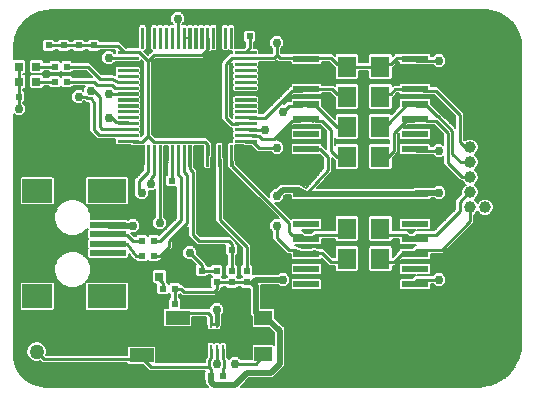
<source format=gtl>
G75*
%MOIN*%
%OFA0B0*%
%FSLAX25Y25*%
%IPPOS*%
%LPD*%
%AMOC8*
5,1,8,0,0,1.08239X$1,22.5*
%
%ADD10R,0.02362X0.02362*%
%ADD11R,0.07874X0.04724*%
%ADD12R,0.12205X0.01969*%
%ADD13R,0.09843X0.07874*%
%ADD14R,0.12992X0.07874*%
%ADD15R,0.03150X0.03150*%
%ADD16R,0.05906X0.05000*%
%ADD17R,0.06299X0.07098*%
%ADD18R,0.01063X0.02500*%
%ADD19R,0.06299X0.03543*%
%ADD20R,0.08661X0.02362*%
%ADD21C,0.00250*%
%ADD22C,0.04281*%
%ADD23C,0.05000*%
%ADD24C,0.03969*%
%ADD25C,0.01000*%
%ADD26C,0.02978*%
%ADD27C,0.01600*%
%ADD28C,0.02000*%
%ADD29C,0.00600*%
D10*
X0075804Y0050500D03*
X0079741Y0050500D03*
X0079741Y0055500D03*
X0075804Y0055500D03*
X0095772Y0045469D03*
X0100772Y0045469D03*
X0105772Y0045469D03*
X0105772Y0041531D03*
X0100772Y0041531D03*
X0095772Y0041531D03*
X0086741Y0039500D03*
X0082804Y0039500D03*
X0082804Y0034500D03*
X0086741Y0034500D03*
X0110772Y0041531D03*
X0110772Y0045469D03*
X0105741Y0052500D03*
X0101804Y0052500D03*
X0085772Y0071531D03*
X0085772Y0075469D03*
X0038741Y0103500D03*
X0034804Y0103500D03*
X0046804Y0108500D03*
X0050741Y0108500D03*
X0050741Y0113500D03*
X0046804Y0113500D03*
X0044772Y0120531D03*
X0049772Y0120531D03*
X0049772Y0124469D03*
X0044772Y0124469D03*
X0054772Y0124469D03*
X0059772Y0124469D03*
X0059772Y0120531D03*
X0054772Y0120531D03*
X0111772Y0123531D03*
X0111772Y0127469D03*
X0102741Y0010500D03*
X0098804Y0010500D03*
D11*
X0087772Y0017201D03*
X0075772Y0017201D03*
X0075772Y0029799D03*
X0087772Y0029799D03*
D12*
X0064583Y0048201D03*
X0064583Y0051350D03*
X0064583Y0054500D03*
X0064583Y0057650D03*
X0064583Y0060799D03*
D13*
X0040961Y0072020D03*
X0040961Y0036980D03*
D14*
X0064189Y0036980D03*
X0064189Y0072020D03*
D15*
X0075819Y0043500D03*
X0081725Y0043500D03*
X0040725Y0108500D03*
X0040725Y0113500D03*
X0034819Y0113500D03*
X0034819Y0108500D03*
D16*
X0116297Y0029646D03*
X0116297Y0017646D03*
D17*
X0144174Y0049500D03*
X0155371Y0049500D03*
X0155371Y0059500D03*
X0144174Y0059500D03*
X0144174Y0083500D03*
X0155371Y0083500D03*
X0155371Y0093500D03*
X0144174Y0093500D03*
X0144174Y0103500D03*
X0155371Y0103500D03*
X0155371Y0113500D03*
X0144174Y0113500D03*
D18*
X0102772Y0027697D03*
X0100804Y0027697D03*
X0098835Y0027697D03*
X0096867Y0027697D03*
X0096867Y0019429D03*
X0098835Y0019429D03*
X0100804Y0019429D03*
X0102772Y0019429D03*
D19*
X0099819Y0023563D03*
D20*
X0130662Y0036000D03*
X0130662Y0041000D03*
X0130662Y0046000D03*
X0130662Y0051000D03*
X0130662Y0056000D03*
X0130662Y0061000D03*
X0130662Y0066000D03*
X0130662Y0071000D03*
X0130662Y0081000D03*
X0130662Y0086000D03*
X0130662Y0091000D03*
X0130662Y0096000D03*
X0130662Y0101000D03*
X0130662Y0106000D03*
X0130662Y0111000D03*
X0130662Y0116000D03*
X0166882Y0116000D03*
X0166882Y0111000D03*
X0166882Y0106000D03*
X0166882Y0101000D03*
X0166882Y0096000D03*
X0166882Y0091000D03*
X0166882Y0086000D03*
X0166882Y0081000D03*
X0166882Y0071000D03*
X0166882Y0066000D03*
X0166882Y0061000D03*
X0166882Y0056000D03*
X0166882Y0051000D03*
X0166882Y0046000D03*
X0166882Y0041000D03*
X0166882Y0036000D03*
D21*
X0105911Y0087258D02*
X0105161Y0087258D01*
X0105911Y0087258D02*
X0105911Y0080508D01*
X0105161Y0080508D01*
X0105161Y0087258D01*
X0105161Y0080757D02*
X0105911Y0080757D01*
X0105911Y0081006D02*
X0105161Y0081006D01*
X0105161Y0081255D02*
X0105911Y0081255D01*
X0105911Y0081504D02*
X0105161Y0081504D01*
X0105161Y0081753D02*
X0105911Y0081753D01*
X0105911Y0082002D02*
X0105161Y0082002D01*
X0105161Y0082251D02*
X0105911Y0082251D01*
X0105911Y0082500D02*
X0105161Y0082500D01*
X0105161Y0082749D02*
X0105911Y0082749D01*
X0105911Y0082998D02*
X0105161Y0082998D01*
X0105161Y0083247D02*
X0105911Y0083247D01*
X0105911Y0083496D02*
X0105161Y0083496D01*
X0105161Y0083745D02*
X0105911Y0083745D01*
X0105911Y0083994D02*
X0105161Y0083994D01*
X0105161Y0084243D02*
X0105911Y0084243D01*
X0105911Y0084492D02*
X0105161Y0084492D01*
X0105161Y0084741D02*
X0105911Y0084741D01*
X0105911Y0084990D02*
X0105161Y0084990D01*
X0105161Y0085239D02*
X0105911Y0085239D01*
X0105911Y0085488D02*
X0105161Y0085488D01*
X0105161Y0085737D02*
X0105911Y0085737D01*
X0105911Y0085986D02*
X0105161Y0085986D01*
X0105161Y0086235D02*
X0105911Y0086235D01*
X0105911Y0086484D02*
X0105161Y0086484D01*
X0105161Y0086733D02*
X0105911Y0086733D01*
X0105911Y0086982D02*
X0105161Y0086982D01*
X0105161Y0087231D02*
X0105911Y0087231D01*
X0103942Y0087258D02*
X0103192Y0087258D01*
X0103942Y0087258D02*
X0103942Y0080508D01*
X0103192Y0080508D01*
X0103192Y0087258D01*
X0103192Y0080757D02*
X0103942Y0080757D01*
X0103942Y0081006D02*
X0103192Y0081006D01*
X0103192Y0081255D02*
X0103942Y0081255D01*
X0103942Y0081504D02*
X0103192Y0081504D01*
X0103192Y0081753D02*
X0103942Y0081753D01*
X0103942Y0082002D02*
X0103192Y0082002D01*
X0103192Y0082251D02*
X0103942Y0082251D01*
X0103942Y0082500D02*
X0103192Y0082500D01*
X0103192Y0082749D02*
X0103942Y0082749D01*
X0103942Y0082998D02*
X0103192Y0082998D01*
X0103192Y0083247D02*
X0103942Y0083247D01*
X0103942Y0083496D02*
X0103192Y0083496D01*
X0103192Y0083745D02*
X0103942Y0083745D01*
X0103942Y0083994D02*
X0103192Y0083994D01*
X0103192Y0084243D02*
X0103942Y0084243D01*
X0103942Y0084492D02*
X0103192Y0084492D01*
X0103192Y0084741D02*
X0103942Y0084741D01*
X0103942Y0084990D02*
X0103192Y0084990D01*
X0103192Y0085239D02*
X0103942Y0085239D01*
X0103942Y0085488D02*
X0103192Y0085488D01*
X0103192Y0085737D02*
X0103942Y0085737D01*
X0103942Y0085986D02*
X0103192Y0085986D01*
X0103192Y0086235D02*
X0103942Y0086235D01*
X0103942Y0086484D02*
X0103192Y0086484D01*
X0103192Y0086733D02*
X0103942Y0086733D01*
X0103942Y0086982D02*
X0103192Y0086982D01*
X0103192Y0087231D02*
X0103942Y0087231D01*
X0101974Y0087258D02*
X0101224Y0087258D01*
X0101974Y0087258D02*
X0101974Y0080508D01*
X0101224Y0080508D01*
X0101224Y0087258D01*
X0101224Y0080757D02*
X0101974Y0080757D01*
X0101974Y0081006D02*
X0101224Y0081006D01*
X0101224Y0081255D02*
X0101974Y0081255D01*
X0101974Y0081504D02*
X0101224Y0081504D01*
X0101224Y0081753D02*
X0101974Y0081753D01*
X0101974Y0082002D02*
X0101224Y0082002D01*
X0101224Y0082251D02*
X0101974Y0082251D01*
X0101974Y0082500D02*
X0101224Y0082500D01*
X0101224Y0082749D02*
X0101974Y0082749D01*
X0101974Y0082998D02*
X0101224Y0082998D01*
X0101224Y0083247D02*
X0101974Y0083247D01*
X0101974Y0083496D02*
X0101224Y0083496D01*
X0101224Y0083745D02*
X0101974Y0083745D01*
X0101974Y0083994D02*
X0101224Y0083994D01*
X0101224Y0084243D02*
X0101974Y0084243D01*
X0101974Y0084492D02*
X0101224Y0084492D01*
X0101224Y0084741D02*
X0101974Y0084741D01*
X0101974Y0084990D02*
X0101224Y0084990D01*
X0101224Y0085239D02*
X0101974Y0085239D01*
X0101974Y0085488D02*
X0101224Y0085488D01*
X0101224Y0085737D02*
X0101974Y0085737D01*
X0101974Y0085986D02*
X0101224Y0085986D01*
X0101224Y0086235D02*
X0101974Y0086235D01*
X0101974Y0086484D02*
X0101224Y0086484D01*
X0101224Y0086733D02*
X0101974Y0086733D01*
X0101974Y0086982D02*
X0101224Y0086982D01*
X0101224Y0087231D02*
X0101974Y0087231D01*
X0100005Y0087258D02*
X0099255Y0087258D01*
X0100005Y0087258D02*
X0100005Y0080508D01*
X0099255Y0080508D01*
X0099255Y0087258D01*
X0099255Y0080757D02*
X0100005Y0080757D01*
X0100005Y0081006D02*
X0099255Y0081006D01*
X0099255Y0081255D02*
X0100005Y0081255D01*
X0100005Y0081504D02*
X0099255Y0081504D01*
X0099255Y0081753D02*
X0100005Y0081753D01*
X0100005Y0082002D02*
X0099255Y0082002D01*
X0099255Y0082251D02*
X0100005Y0082251D01*
X0100005Y0082500D02*
X0099255Y0082500D01*
X0099255Y0082749D02*
X0100005Y0082749D01*
X0100005Y0082998D02*
X0099255Y0082998D01*
X0099255Y0083247D02*
X0100005Y0083247D01*
X0100005Y0083496D02*
X0099255Y0083496D01*
X0099255Y0083745D02*
X0100005Y0083745D01*
X0100005Y0083994D02*
X0099255Y0083994D01*
X0099255Y0084243D02*
X0100005Y0084243D01*
X0100005Y0084492D02*
X0099255Y0084492D01*
X0099255Y0084741D02*
X0100005Y0084741D01*
X0100005Y0084990D02*
X0099255Y0084990D01*
X0099255Y0085239D02*
X0100005Y0085239D01*
X0100005Y0085488D02*
X0099255Y0085488D01*
X0099255Y0085737D02*
X0100005Y0085737D01*
X0100005Y0085986D02*
X0099255Y0085986D01*
X0099255Y0086235D02*
X0100005Y0086235D01*
X0100005Y0086484D02*
X0099255Y0086484D01*
X0099255Y0086733D02*
X0100005Y0086733D01*
X0100005Y0086982D02*
X0099255Y0086982D01*
X0099255Y0087231D02*
X0100005Y0087231D01*
X0098037Y0087258D02*
X0097287Y0087258D01*
X0098037Y0087258D02*
X0098037Y0080508D01*
X0097287Y0080508D01*
X0097287Y0087258D01*
X0097287Y0080757D02*
X0098037Y0080757D01*
X0098037Y0081006D02*
X0097287Y0081006D01*
X0097287Y0081255D02*
X0098037Y0081255D01*
X0098037Y0081504D02*
X0097287Y0081504D01*
X0097287Y0081753D02*
X0098037Y0081753D01*
X0098037Y0082002D02*
X0097287Y0082002D01*
X0097287Y0082251D02*
X0098037Y0082251D01*
X0098037Y0082500D02*
X0097287Y0082500D01*
X0097287Y0082749D02*
X0098037Y0082749D01*
X0098037Y0082998D02*
X0097287Y0082998D01*
X0097287Y0083247D02*
X0098037Y0083247D01*
X0098037Y0083496D02*
X0097287Y0083496D01*
X0097287Y0083745D02*
X0098037Y0083745D01*
X0098037Y0083994D02*
X0097287Y0083994D01*
X0097287Y0084243D02*
X0098037Y0084243D01*
X0098037Y0084492D02*
X0097287Y0084492D01*
X0097287Y0084741D02*
X0098037Y0084741D01*
X0098037Y0084990D02*
X0097287Y0084990D01*
X0097287Y0085239D02*
X0098037Y0085239D01*
X0098037Y0085488D02*
X0097287Y0085488D01*
X0097287Y0085737D02*
X0098037Y0085737D01*
X0098037Y0085986D02*
X0097287Y0085986D01*
X0097287Y0086235D02*
X0098037Y0086235D01*
X0098037Y0086484D02*
X0097287Y0086484D01*
X0097287Y0086733D02*
X0098037Y0086733D01*
X0098037Y0086982D02*
X0097287Y0086982D01*
X0097287Y0087231D02*
X0098037Y0087231D01*
X0096068Y0087258D02*
X0095318Y0087258D01*
X0096068Y0087258D02*
X0096068Y0080508D01*
X0095318Y0080508D01*
X0095318Y0087258D01*
X0095318Y0080757D02*
X0096068Y0080757D01*
X0096068Y0081006D02*
X0095318Y0081006D01*
X0095318Y0081255D02*
X0096068Y0081255D01*
X0096068Y0081504D02*
X0095318Y0081504D01*
X0095318Y0081753D02*
X0096068Y0081753D01*
X0096068Y0082002D02*
X0095318Y0082002D01*
X0095318Y0082251D02*
X0096068Y0082251D01*
X0096068Y0082500D02*
X0095318Y0082500D01*
X0095318Y0082749D02*
X0096068Y0082749D01*
X0096068Y0082998D02*
X0095318Y0082998D01*
X0095318Y0083247D02*
X0096068Y0083247D01*
X0096068Y0083496D02*
X0095318Y0083496D01*
X0095318Y0083745D02*
X0096068Y0083745D01*
X0096068Y0083994D02*
X0095318Y0083994D01*
X0095318Y0084243D02*
X0096068Y0084243D01*
X0096068Y0084492D02*
X0095318Y0084492D01*
X0095318Y0084741D02*
X0096068Y0084741D01*
X0096068Y0084990D02*
X0095318Y0084990D01*
X0095318Y0085239D02*
X0096068Y0085239D01*
X0096068Y0085488D02*
X0095318Y0085488D01*
X0095318Y0085737D02*
X0096068Y0085737D01*
X0096068Y0085986D02*
X0095318Y0085986D01*
X0095318Y0086235D02*
X0096068Y0086235D01*
X0096068Y0086484D02*
X0095318Y0086484D01*
X0095318Y0086733D02*
X0096068Y0086733D01*
X0096068Y0086982D02*
X0095318Y0086982D01*
X0095318Y0087231D02*
X0096068Y0087231D01*
X0094100Y0087258D02*
X0093350Y0087258D01*
X0094100Y0087258D02*
X0094100Y0080508D01*
X0093350Y0080508D01*
X0093350Y0087258D01*
X0093350Y0080757D02*
X0094100Y0080757D01*
X0094100Y0081006D02*
X0093350Y0081006D01*
X0093350Y0081255D02*
X0094100Y0081255D01*
X0094100Y0081504D02*
X0093350Y0081504D01*
X0093350Y0081753D02*
X0094100Y0081753D01*
X0094100Y0082002D02*
X0093350Y0082002D01*
X0093350Y0082251D02*
X0094100Y0082251D01*
X0094100Y0082500D02*
X0093350Y0082500D01*
X0093350Y0082749D02*
X0094100Y0082749D01*
X0094100Y0082998D02*
X0093350Y0082998D01*
X0093350Y0083247D02*
X0094100Y0083247D01*
X0094100Y0083496D02*
X0093350Y0083496D01*
X0093350Y0083745D02*
X0094100Y0083745D01*
X0094100Y0083994D02*
X0093350Y0083994D01*
X0093350Y0084243D02*
X0094100Y0084243D01*
X0094100Y0084492D02*
X0093350Y0084492D01*
X0093350Y0084741D02*
X0094100Y0084741D01*
X0094100Y0084990D02*
X0093350Y0084990D01*
X0093350Y0085239D02*
X0094100Y0085239D01*
X0094100Y0085488D02*
X0093350Y0085488D01*
X0093350Y0085737D02*
X0094100Y0085737D01*
X0094100Y0085986D02*
X0093350Y0085986D01*
X0093350Y0086235D02*
X0094100Y0086235D01*
X0094100Y0086484D02*
X0093350Y0086484D01*
X0093350Y0086733D02*
X0094100Y0086733D01*
X0094100Y0086982D02*
X0093350Y0086982D01*
X0093350Y0087231D02*
X0094100Y0087231D01*
X0092131Y0087258D02*
X0091381Y0087258D01*
X0092131Y0087258D02*
X0092131Y0080508D01*
X0091381Y0080508D01*
X0091381Y0087258D01*
X0091381Y0080757D02*
X0092131Y0080757D01*
X0092131Y0081006D02*
X0091381Y0081006D01*
X0091381Y0081255D02*
X0092131Y0081255D01*
X0092131Y0081504D02*
X0091381Y0081504D01*
X0091381Y0081753D02*
X0092131Y0081753D01*
X0092131Y0082002D02*
X0091381Y0082002D01*
X0091381Y0082251D02*
X0092131Y0082251D01*
X0092131Y0082500D02*
X0091381Y0082500D01*
X0091381Y0082749D02*
X0092131Y0082749D01*
X0092131Y0082998D02*
X0091381Y0082998D01*
X0091381Y0083247D02*
X0092131Y0083247D01*
X0092131Y0083496D02*
X0091381Y0083496D01*
X0091381Y0083745D02*
X0092131Y0083745D01*
X0092131Y0083994D02*
X0091381Y0083994D01*
X0091381Y0084243D02*
X0092131Y0084243D01*
X0092131Y0084492D02*
X0091381Y0084492D01*
X0091381Y0084741D02*
X0092131Y0084741D01*
X0092131Y0084990D02*
X0091381Y0084990D01*
X0091381Y0085239D02*
X0092131Y0085239D01*
X0092131Y0085488D02*
X0091381Y0085488D01*
X0091381Y0085737D02*
X0092131Y0085737D01*
X0092131Y0085986D02*
X0091381Y0085986D01*
X0091381Y0086235D02*
X0092131Y0086235D01*
X0092131Y0086484D02*
X0091381Y0086484D01*
X0091381Y0086733D02*
X0092131Y0086733D01*
X0092131Y0086982D02*
X0091381Y0086982D01*
X0091381Y0087231D02*
X0092131Y0087231D01*
X0090163Y0087258D02*
X0089413Y0087258D01*
X0090163Y0087258D02*
X0090163Y0080508D01*
X0089413Y0080508D01*
X0089413Y0087258D01*
X0089413Y0080757D02*
X0090163Y0080757D01*
X0090163Y0081006D02*
X0089413Y0081006D01*
X0089413Y0081255D02*
X0090163Y0081255D01*
X0090163Y0081504D02*
X0089413Y0081504D01*
X0089413Y0081753D02*
X0090163Y0081753D01*
X0090163Y0082002D02*
X0089413Y0082002D01*
X0089413Y0082251D02*
X0090163Y0082251D01*
X0090163Y0082500D02*
X0089413Y0082500D01*
X0089413Y0082749D02*
X0090163Y0082749D01*
X0090163Y0082998D02*
X0089413Y0082998D01*
X0089413Y0083247D02*
X0090163Y0083247D01*
X0090163Y0083496D02*
X0089413Y0083496D01*
X0089413Y0083745D02*
X0090163Y0083745D01*
X0090163Y0083994D02*
X0089413Y0083994D01*
X0089413Y0084243D02*
X0090163Y0084243D01*
X0090163Y0084492D02*
X0089413Y0084492D01*
X0089413Y0084741D02*
X0090163Y0084741D01*
X0090163Y0084990D02*
X0089413Y0084990D01*
X0089413Y0085239D02*
X0090163Y0085239D01*
X0090163Y0085488D02*
X0089413Y0085488D01*
X0089413Y0085737D02*
X0090163Y0085737D01*
X0090163Y0085986D02*
X0089413Y0085986D01*
X0089413Y0086235D02*
X0090163Y0086235D01*
X0090163Y0086484D02*
X0089413Y0086484D01*
X0089413Y0086733D02*
X0090163Y0086733D01*
X0090163Y0086982D02*
X0089413Y0086982D01*
X0089413Y0087231D02*
X0090163Y0087231D01*
X0088194Y0087258D02*
X0087444Y0087258D01*
X0088194Y0087258D02*
X0088194Y0080508D01*
X0087444Y0080508D01*
X0087444Y0087258D01*
X0087444Y0080757D02*
X0088194Y0080757D01*
X0088194Y0081006D02*
X0087444Y0081006D01*
X0087444Y0081255D02*
X0088194Y0081255D01*
X0088194Y0081504D02*
X0087444Y0081504D01*
X0087444Y0081753D02*
X0088194Y0081753D01*
X0088194Y0082002D02*
X0087444Y0082002D01*
X0087444Y0082251D02*
X0088194Y0082251D01*
X0088194Y0082500D02*
X0087444Y0082500D01*
X0087444Y0082749D02*
X0088194Y0082749D01*
X0088194Y0082998D02*
X0087444Y0082998D01*
X0087444Y0083247D02*
X0088194Y0083247D01*
X0088194Y0083496D02*
X0087444Y0083496D01*
X0087444Y0083745D02*
X0088194Y0083745D01*
X0088194Y0083994D02*
X0087444Y0083994D01*
X0087444Y0084243D02*
X0088194Y0084243D01*
X0088194Y0084492D02*
X0087444Y0084492D01*
X0087444Y0084741D02*
X0088194Y0084741D01*
X0088194Y0084990D02*
X0087444Y0084990D01*
X0087444Y0085239D02*
X0088194Y0085239D01*
X0088194Y0085488D02*
X0087444Y0085488D01*
X0087444Y0085737D02*
X0088194Y0085737D01*
X0088194Y0085986D02*
X0087444Y0085986D01*
X0087444Y0086235D02*
X0088194Y0086235D01*
X0088194Y0086484D02*
X0087444Y0086484D01*
X0087444Y0086733D02*
X0088194Y0086733D01*
X0088194Y0086982D02*
X0087444Y0086982D01*
X0087444Y0087231D02*
X0088194Y0087231D01*
X0086226Y0087258D02*
X0085476Y0087258D01*
X0086226Y0087258D02*
X0086226Y0080508D01*
X0085476Y0080508D01*
X0085476Y0087258D01*
X0085476Y0080757D02*
X0086226Y0080757D01*
X0086226Y0081006D02*
X0085476Y0081006D01*
X0085476Y0081255D02*
X0086226Y0081255D01*
X0086226Y0081504D02*
X0085476Y0081504D01*
X0085476Y0081753D02*
X0086226Y0081753D01*
X0086226Y0082002D02*
X0085476Y0082002D01*
X0085476Y0082251D02*
X0086226Y0082251D01*
X0086226Y0082500D02*
X0085476Y0082500D01*
X0085476Y0082749D02*
X0086226Y0082749D01*
X0086226Y0082998D02*
X0085476Y0082998D01*
X0085476Y0083247D02*
X0086226Y0083247D01*
X0086226Y0083496D02*
X0085476Y0083496D01*
X0085476Y0083745D02*
X0086226Y0083745D01*
X0086226Y0083994D02*
X0085476Y0083994D01*
X0085476Y0084243D02*
X0086226Y0084243D01*
X0086226Y0084492D02*
X0085476Y0084492D01*
X0085476Y0084741D02*
X0086226Y0084741D01*
X0086226Y0084990D02*
X0085476Y0084990D01*
X0085476Y0085239D02*
X0086226Y0085239D01*
X0086226Y0085488D02*
X0085476Y0085488D01*
X0085476Y0085737D02*
X0086226Y0085737D01*
X0086226Y0085986D02*
X0085476Y0085986D01*
X0085476Y0086235D02*
X0086226Y0086235D01*
X0086226Y0086484D02*
X0085476Y0086484D01*
X0085476Y0086733D02*
X0086226Y0086733D01*
X0086226Y0086982D02*
X0085476Y0086982D01*
X0085476Y0087231D02*
X0086226Y0087231D01*
X0084257Y0087258D02*
X0083507Y0087258D01*
X0084257Y0087258D02*
X0084257Y0080508D01*
X0083507Y0080508D01*
X0083507Y0087258D01*
X0083507Y0080757D02*
X0084257Y0080757D01*
X0084257Y0081006D02*
X0083507Y0081006D01*
X0083507Y0081255D02*
X0084257Y0081255D01*
X0084257Y0081504D02*
X0083507Y0081504D01*
X0083507Y0081753D02*
X0084257Y0081753D01*
X0084257Y0082002D02*
X0083507Y0082002D01*
X0083507Y0082251D02*
X0084257Y0082251D01*
X0084257Y0082500D02*
X0083507Y0082500D01*
X0083507Y0082749D02*
X0084257Y0082749D01*
X0084257Y0082998D02*
X0083507Y0082998D01*
X0083507Y0083247D02*
X0084257Y0083247D01*
X0084257Y0083496D02*
X0083507Y0083496D01*
X0083507Y0083745D02*
X0084257Y0083745D01*
X0084257Y0083994D02*
X0083507Y0083994D01*
X0083507Y0084243D02*
X0084257Y0084243D01*
X0084257Y0084492D02*
X0083507Y0084492D01*
X0083507Y0084741D02*
X0084257Y0084741D01*
X0084257Y0084990D02*
X0083507Y0084990D01*
X0083507Y0085239D02*
X0084257Y0085239D01*
X0084257Y0085488D02*
X0083507Y0085488D01*
X0083507Y0085737D02*
X0084257Y0085737D01*
X0084257Y0085986D02*
X0083507Y0085986D01*
X0083507Y0086235D02*
X0084257Y0086235D01*
X0084257Y0086484D02*
X0083507Y0086484D01*
X0083507Y0086733D02*
X0084257Y0086733D01*
X0084257Y0086982D02*
X0083507Y0086982D01*
X0083507Y0087231D02*
X0084257Y0087231D01*
X0082289Y0087258D02*
X0081539Y0087258D01*
X0082289Y0087258D02*
X0082289Y0080508D01*
X0081539Y0080508D01*
X0081539Y0087258D01*
X0081539Y0080757D02*
X0082289Y0080757D01*
X0082289Y0081006D02*
X0081539Y0081006D01*
X0081539Y0081255D02*
X0082289Y0081255D01*
X0082289Y0081504D02*
X0081539Y0081504D01*
X0081539Y0081753D02*
X0082289Y0081753D01*
X0082289Y0082002D02*
X0081539Y0082002D01*
X0081539Y0082251D02*
X0082289Y0082251D01*
X0082289Y0082500D02*
X0081539Y0082500D01*
X0081539Y0082749D02*
X0082289Y0082749D01*
X0082289Y0082998D02*
X0081539Y0082998D01*
X0081539Y0083247D02*
X0082289Y0083247D01*
X0082289Y0083496D02*
X0081539Y0083496D01*
X0081539Y0083745D02*
X0082289Y0083745D01*
X0082289Y0083994D02*
X0081539Y0083994D01*
X0081539Y0084243D02*
X0082289Y0084243D01*
X0082289Y0084492D02*
X0081539Y0084492D01*
X0081539Y0084741D02*
X0082289Y0084741D01*
X0082289Y0084990D02*
X0081539Y0084990D01*
X0081539Y0085239D02*
X0082289Y0085239D01*
X0082289Y0085488D02*
X0081539Y0085488D01*
X0081539Y0085737D02*
X0082289Y0085737D01*
X0082289Y0085986D02*
X0081539Y0085986D01*
X0081539Y0086235D02*
X0082289Y0086235D01*
X0082289Y0086484D02*
X0081539Y0086484D01*
X0081539Y0086733D02*
X0082289Y0086733D01*
X0082289Y0086982D02*
X0081539Y0086982D01*
X0081539Y0087231D02*
X0082289Y0087231D01*
X0080320Y0087258D02*
X0079570Y0087258D01*
X0080320Y0087258D02*
X0080320Y0080508D01*
X0079570Y0080508D01*
X0079570Y0087258D01*
X0079570Y0080757D02*
X0080320Y0080757D01*
X0080320Y0081006D02*
X0079570Y0081006D01*
X0079570Y0081255D02*
X0080320Y0081255D01*
X0080320Y0081504D02*
X0079570Y0081504D01*
X0079570Y0081753D02*
X0080320Y0081753D01*
X0080320Y0082002D02*
X0079570Y0082002D01*
X0079570Y0082251D02*
X0080320Y0082251D01*
X0080320Y0082500D02*
X0079570Y0082500D01*
X0079570Y0082749D02*
X0080320Y0082749D01*
X0080320Y0082998D02*
X0079570Y0082998D01*
X0079570Y0083247D02*
X0080320Y0083247D01*
X0080320Y0083496D02*
X0079570Y0083496D01*
X0079570Y0083745D02*
X0080320Y0083745D01*
X0080320Y0083994D02*
X0079570Y0083994D01*
X0079570Y0084243D02*
X0080320Y0084243D01*
X0080320Y0084492D02*
X0079570Y0084492D01*
X0079570Y0084741D02*
X0080320Y0084741D01*
X0080320Y0084990D02*
X0079570Y0084990D01*
X0079570Y0085239D02*
X0080320Y0085239D01*
X0080320Y0085488D02*
X0079570Y0085488D01*
X0079570Y0085737D02*
X0080320Y0085737D01*
X0080320Y0085986D02*
X0079570Y0085986D01*
X0079570Y0086235D02*
X0080320Y0086235D01*
X0080320Y0086484D02*
X0079570Y0086484D01*
X0079570Y0086733D02*
X0080320Y0086733D01*
X0080320Y0086982D02*
X0079570Y0086982D01*
X0079570Y0087231D02*
X0080320Y0087231D01*
X0078352Y0087258D02*
X0077602Y0087258D01*
X0078352Y0087258D02*
X0078352Y0080508D01*
X0077602Y0080508D01*
X0077602Y0087258D01*
X0077602Y0080757D02*
X0078352Y0080757D01*
X0078352Y0081006D02*
X0077602Y0081006D01*
X0077602Y0081255D02*
X0078352Y0081255D01*
X0078352Y0081504D02*
X0077602Y0081504D01*
X0077602Y0081753D02*
X0078352Y0081753D01*
X0078352Y0082002D02*
X0077602Y0082002D01*
X0077602Y0082251D02*
X0078352Y0082251D01*
X0078352Y0082500D02*
X0077602Y0082500D01*
X0077602Y0082749D02*
X0078352Y0082749D01*
X0078352Y0082998D02*
X0077602Y0082998D01*
X0077602Y0083247D02*
X0078352Y0083247D01*
X0078352Y0083496D02*
X0077602Y0083496D01*
X0077602Y0083745D02*
X0078352Y0083745D01*
X0078352Y0083994D02*
X0077602Y0083994D01*
X0077602Y0084243D02*
X0078352Y0084243D01*
X0078352Y0084492D02*
X0077602Y0084492D01*
X0077602Y0084741D02*
X0078352Y0084741D01*
X0078352Y0084990D02*
X0077602Y0084990D01*
X0077602Y0085239D02*
X0078352Y0085239D01*
X0078352Y0085488D02*
X0077602Y0085488D01*
X0077602Y0085737D02*
X0078352Y0085737D01*
X0078352Y0085986D02*
X0077602Y0085986D01*
X0077602Y0086235D02*
X0078352Y0086235D01*
X0078352Y0086484D02*
X0077602Y0086484D01*
X0077602Y0086733D02*
X0078352Y0086733D01*
X0078352Y0086982D02*
X0077602Y0086982D01*
X0077602Y0087231D02*
X0078352Y0087231D01*
X0076383Y0087258D02*
X0075633Y0087258D01*
X0076383Y0087258D02*
X0076383Y0080508D01*
X0075633Y0080508D01*
X0075633Y0087258D01*
X0075633Y0080757D02*
X0076383Y0080757D01*
X0076383Y0081006D02*
X0075633Y0081006D01*
X0075633Y0081255D02*
X0076383Y0081255D01*
X0076383Y0081504D02*
X0075633Y0081504D01*
X0075633Y0081753D02*
X0076383Y0081753D01*
X0076383Y0082002D02*
X0075633Y0082002D01*
X0075633Y0082251D02*
X0076383Y0082251D01*
X0076383Y0082500D02*
X0075633Y0082500D01*
X0075633Y0082749D02*
X0076383Y0082749D01*
X0076383Y0082998D02*
X0075633Y0082998D01*
X0075633Y0083247D02*
X0076383Y0083247D01*
X0076383Y0083496D02*
X0075633Y0083496D01*
X0075633Y0083745D02*
X0076383Y0083745D01*
X0076383Y0083994D02*
X0075633Y0083994D01*
X0075633Y0084243D02*
X0076383Y0084243D01*
X0076383Y0084492D02*
X0075633Y0084492D01*
X0075633Y0084741D02*
X0076383Y0084741D01*
X0076383Y0084990D02*
X0075633Y0084990D01*
X0075633Y0085239D02*
X0076383Y0085239D01*
X0076383Y0085488D02*
X0075633Y0085488D01*
X0075633Y0085737D02*
X0076383Y0085737D01*
X0076383Y0085986D02*
X0075633Y0085986D01*
X0075633Y0086235D02*
X0076383Y0086235D01*
X0076383Y0086484D02*
X0075633Y0086484D01*
X0075633Y0086733D02*
X0076383Y0086733D01*
X0076383Y0086982D02*
X0075633Y0086982D01*
X0075633Y0087231D02*
X0076383Y0087231D01*
X0074531Y0088361D02*
X0074531Y0089111D01*
X0074531Y0088361D02*
X0067781Y0088361D01*
X0067781Y0089111D01*
X0074531Y0089111D01*
X0074531Y0088610D02*
X0067781Y0088610D01*
X0067781Y0088859D02*
X0074531Y0088859D01*
X0074531Y0089108D02*
X0067781Y0089108D01*
X0074531Y0090330D02*
X0074531Y0091080D01*
X0074531Y0090330D02*
X0067781Y0090330D01*
X0067781Y0091080D01*
X0074531Y0091080D01*
X0074531Y0090579D02*
X0067781Y0090579D01*
X0067781Y0090828D02*
X0074531Y0090828D01*
X0074531Y0091077D02*
X0067781Y0091077D01*
X0074531Y0092298D02*
X0074531Y0093048D01*
X0074531Y0092298D02*
X0067781Y0092298D01*
X0067781Y0093048D01*
X0074531Y0093048D01*
X0074531Y0092547D02*
X0067781Y0092547D01*
X0067781Y0092796D02*
X0074531Y0092796D01*
X0074531Y0093045D02*
X0067781Y0093045D01*
X0074531Y0094267D02*
X0074531Y0095017D01*
X0074531Y0094267D02*
X0067781Y0094267D01*
X0067781Y0095017D01*
X0074531Y0095017D01*
X0074531Y0094516D02*
X0067781Y0094516D01*
X0067781Y0094765D02*
X0074531Y0094765D01*
X0074531Y0095014D02*
X0067781Y0095014D01*
X0074531Y0096235D02*
X0074531Y0096985D01*
X0074531Y0096235D02*
X0067781Y0096235D01*
X0067781Y0096985D01*
X0074531Y0096985D01*
X0074531Y0096484D02*
X0067781Y0096484D01*
X0067781Y0096733D02*
X0074531Y0096733D01*
X0074531Y0096982D02*
X0067781Y0096982D01*
X0074531Y0098204D02*
X0074531Y0098954D01*
X0074531Y0098204D02*
X0067781Y0098204D01*
X0067781Y0098954D01*
X0074531Y0098954D01*
X0074531Y0098453D02*
X0067781Y0098453D01*
X0067781Y0098702D02*
X0074531Y0098702D01*
X0074531Y0098951D02*
X0067781Y0098951D01*
X0074531Y0100172D02*
X0074531Y0100922D01*
X0074531Y0100172D02*
X0067781Y0100172D01*
X0067781Y0100922D01*
X0074531Y0100922D01*
X0074531Y0100421D02*
X0067781Y0100421D01*
X0067781Y0100670D02*
X0074531Y0100670D01*
X0074531Y0100919D02*
X0067781Y0100919D01*
X0074531Y0102141D02*
X0074531Y0102891D01*
X0074531Y0102141D02*
X0067781Y0102141D01*
X0067781Y0102891D01*
X0074531Y0102891D01*
X0074531Y0102390D02*
X0067781Y0102390D01*
X0067781Y0102639D02*
X0074531Y0102639D01*
X0074531Y0102888D02*
X0067781Y0102888D01*
X0074531Y0104109D02*
X0074531Y0104859D01*
X0074531Y0104109D02*
X0067781Y0104109D01*
X0067781Y0104859D01*
X0074531Y0104859D01*
X0074531Y0104358D02*
X0067781Y0104358D01*
X0067781Y0104607D02*
X0074531Y0104607D01*
X0074531Y0104856D02*
X0067781Y0104856D01*
X0074531Y0106078D02*
X0074531Y0106828D01*
X0074531Y0106078D02*
X0067781Y0106078D01*
X0067781Y0106828D01*
X0074531Y0106828D01*
X0074531Y0106327D02*
X0067781Y0106327D01*
X0067781Y0106576D02*
X0074531Y0106576D01*
X0074531Y0106825D02*
X0067781Y0106825D01*
X0074531Y0108046D02*
X0074531Y0108796D01*
X0074531Y0108046D02*
X0067781Y0108046D01*
X0067781Y0108796D01*
X0074531Y0108796D01*
X0074531Y0108295D02*
X0067781Y0108295D01*
X0067781Y0108544D02*
X0074531Y0108544D01*
X0074531Y0108793D02*
X0067781Y0108793D01*
X0074531Y0110015D02*
X0074531Y0110765D01*
X0074531Y0110015D02*
X0067781Y0110015D01*
X0067781Y0110765D01*
X0074531Y0110765D01*
X0074531Y0110264D02*
X0067781Y0110264D01*
X0067781Y0110513D02*
X0074531Y0110513D01*
X0074531Y0110762D02*
X0067781Y0110762D01*
X0074531Y0111983D02*
X0074531Y0112733D01*
X0074531Y0111983D02*
X0067781Y0111983D01*
X0067781Y0112733D01*
X0074531Y0112733D01*
X0074531Y0112232D02*
X0067781Y0112232D01*
X0067781Y0112481D02*
X0074531Y0112481D01*
X0074531Y0112730D02*
X0067781Y0112730D01*
X0074531Y0113952D02*
X0074531Y0114702D01*
X0074531Y0113952D02*
X0067781Y0113952D01*
X0067781Y0114702D01*
X0074531Y0114702D01*
X0074531Y0114201D02*
X0067781Y0114201D01*
X0067781Y0114450D02*
X0074531Y0114450D01*
X0074531Y0114699D02*
X0067781Y0114699D01*
X0074531Y0115920D02*
X0074531Y0116670D01*
X0074531Y0115920D02*
X0067781Y0115920D01*
X0067781Y0116670D01*
X0074531Y0116670D01*
X0074531Y0116169D02*
X0067781Y0116169D01*
X0067781Y0116418D02*
X0074531Y0116418D01*
X0074531Y0116667D02*
X0067781Y0116667D01*
X0074531Y0117889D02*
X0074531Y0118639D01*
X0074531Y0117889D02*
X0067781Y0117889D01*
X0067781Y0118639D01*
X0074531Y0118639D01*
X0074531Y0118138D02*
X0067781Y0118138D01*
X0067781Y0118387D02*
X0074531Y0118387D01*
X0074531Y0118636D02*
X0067781Y0118636D01*
X0075633Y0119742D02*
X0076383Y0119742D01*
X0075633Y0119742D02*
X0075633Y0126492D01*
X0076383Y0126492D01*
X0076383Y0119742D01*
X0076383Y0119991D02*
X0075633Y0119991D01*
X0075633Y0120240D02*
X0076383Y0120240D01*
X0076383Y0120489D02*
X0075633Y0120489D01*
X0075633Y0120738D02*
X0076383Y0120738D01*
X0076383Y0120987D02*
X0075633Y0120987D01*
X0075633Y0121236D02*
X0076383Y0121236D01*
X0076383Y0121485D02*
X0075633Y0121485D01*
X0075633Y0121734D02*
X0076383Y0121734D01*
X0076383Y0121983D02*
X0075633Y0121983D01*
X0075633Y0122232D02*
X0076383Y0122232D01*
X0076383Y0122481D02*
X0075633Y0122481D01*
X0075633Y0122730D02*
X0076383Y0122730D01*
X0076383Y0122979D02*
X0075633Y0122979D01*
X0075633Y0123228D02*
X0076383Y0123228D01*
X0076383Y0123477D02*
X0075633Y0123477D01*
X0075633Y0123726D02*
X0076383Y0123726D01*
X0076383Y0123975D02*
X0075633Y0123975D01*
X0075633Y0124224D02*
X0076383Y0124224D01*
X0076383Y0124473D02*
X0075633Y0124473D01*
X0075633Y0124722D02*
X0076383Y0124722D01*
X0076383Y0124971D02*
X0075633Y0124971D01*
X0075633Y0125220D02*
X0076383Y0125220D01*
X0076383Y0125469D02*
X0075633Y0125469D01*
X0075633Y0125718D02*
X0076383Y0125718D01*
X0076383Y0125967D02*
X0075633Y0125967D01*
X0075633Y0126216D02*
X0076383Y0126216D01*
X0076383Y0126465D02*
X0075633Y0126465D01*
X0077602Y0119742D02*
X0078352Y0119742D01*
X0077602Y0119742D02*
X0077602Y0126492D01*
X0078352Y0126492D01*
X0078352Y0119742D01*
X0078352Y0119991D02*
X0077602Y0119991D01*
X0077602Y0120240D02*
X0078352Y0120240D01*
X0078352Y0120489D02*
X0077602Y0120489D01*
X0077602Y0120738D02*
X0078352Y0120738D01*
X0078352Y0120987D02*
X0077602Y0120987D01*
X0077602Y0121236D02*
X0078352Y0121236D01*
X0078352Y0121485D02*
X0077602Y0121485D01*
X0077602Y0121734D02*
X0078352Y0121734D01*
X0078352Y0121983D02*
X0077602Y0121983D01*
X0077602Y0122232D02*
X0078352Y0122232D01*
X0078352Y0122481D02*
X0077602Y0122481D01*
X0077602Y0122730D02*
X0078352Y0122730D01*
X0078352Y0122979D02*
X0077602Y0122979D01*
X0077602Y0123228D02*
X0078352Y0123228D01*
X0078352Y0123477D02*
X0077602Y0123477D01*
X0077602Y0123726D02*
X0078352Y0123726D01*
X0078352Y0123975D02*
X0077602Y0123975D01*
X0077602Y0124224D02*
X0078352Y0124224D01*
X0078352Y0124473D02*
X0077602Y0124473D01*
X0077602Y0124722D02*
X0078352Y0124722D01*
X0078352Y0124971D02*
X0077602Y0124971D01*
X0077602Y0125220D02*
X0078352Y0125220D01*
X0078352Y0125469D02*
X0077602Y0125469D01*
X0077602Y0125718D02*
X0078352Y0125718D01*
X0078352Y0125967D02*
X0077602Y0125967D01*
X0077602Y0126216D02*
X0078352Y0126216D01*
X0078352Y0126465D02*
X0077602Y0126465D01*
X0079570Y0119742D02*
X0080320Y0119742D01*
X0079570Y0119742D02*
X0079570Y0126492D01*
X0080320Y0126492D01*
X0080320Y0119742D01*
X0080320Y0119991D02*
X0079570Y0119991D01*
X0079570Y0120240D02*
X0080320Y0120240D01*
X0080320Y0120489D02*
X0079570Y0120489D01*
X0079570Y0120738D02*
X0080320Y0120738D01*
X0080320Y0120987D02*
X0079570Y0120987D01*
X0079570Y0121236D02*
X0080320Y0121236D01*
X0080320Y0121485D02*
X0079570Y0121485D01*
X0079570Y0121734D02*
X0080320Y0121734D01*
X0080320Y0121983D02*
X0079570Y0121983D01*
X0079570Y0122232D02*
X0080320Y0122232D01*
X0080320Y0122481D02*
X0079570Y0122481D01*
X0079570Y0122730D02*
X0080320Y0122730D01*
X0080320Y0122979D02*
X0079570Y0122979D01*
X0079570Y0123228D02*
X0080320Y0123228D01*
X0080320Y0123477D02*
X0079570Y0123477D01*
X0079570Y0123726D02*
X0080320Y0123726D01*
X0080320Y0123975D02*
X0079570Y0123975D01*
X0079570Y0124224D02*
X0080320Y0124224D01*
X0080320Y0124473D02*
X0079570Y0124473D01*
X0079570Y0124722D02*
X0080320Y0124722D01*
X0080320Y0124971D02*
X0079570Y0124971D01*
X0079570Y0125220D02*
X0080320Y0125220D01*
X0080320Y0125469D02*
X0079570Y0125469D01*
X0079570Y0125718D02*
X0080320Y0125718D01*
X0080320Y0125967D02*
X0079570Y0125967D01*
X0079570Y0126216D02*
X0080320Y0126216D01*
X0080320Y0126465D02*
X0079570Y0126465D01*
X0081539Y0119742D02*
X0082289Y0119742D01*
X0081539Y0119742D02*
X0081539Y0126492D01*
X0082289Y0126492D01*
X0082289Y0119742D01*
X0082289Y0119991D02*
X0081539Y0119991D01*
X0081539Y0120240D02*
X0082289Y0120240D01*
X0082289Y0120489D02*
X0081539Y0120489D01*
X0081539Y0120738D02*
X0082289Y0120738D01*
X0082289Y0120987D02*
X0081539Y0120987D01*
X0081539Y0121236D02*
X0082289Y0121236D01*
X0082289Y0121485D02*
X0081539Y0121485D01*
X0081539Y0121734D02*
X0082289Y0121734D01*
X0082289Y0121983D02*
X0081539Y0121983D01*
X0081539Y0122232D02*
X0082289Y0122232D01*
X0082289Y0122481D02*
X0081539Y0122481D01*
X0081539Y0122730D02*
X0082289Y0122730D01*
X0082289Y0122979D02*
X0081539Y0122979D01*
X0081539Y0123228D02*
X0082289Y0123228D01*
X0082289Y0123477D02*
X0081539Y0123477D01*
X0081539Y0123726D02*
X0082289Y0123726D01*
X0082289Y0123975D02*
X0081539Y0123975D01*
X0081539Y0124224D02*
X0082289Y0124224D01*
X0082289Y0124473D02*
X0081539Y0124473D01*
X0081539Y0124722D02*
X0082289Y0124722D01*
X0082289Y0124971D02*
X0081539Y0124971D01*
X0081539Y0125220D02*
X0082289Y0125220D01*
X0082289Y0125469D02*
X0081539Y0125469D01*
X0081539Y0125718D02*
X0082289Y0125718D01*
X0082289Y0125967D02*
X0081539Y0125967D01*
X0081539Y0126216D02*
X0082289Y0126216D01*
X0082289Y0126465D02*
X0081539Y0126465D01*
X0083507Y0119742D02*
X0084257Y0119742D01*
X0083507Y0119742D02*
X0083507Y0126492D01*
X0084257Y0126492D01*
X0084257Y0119742D01*
X0084257Y0119991D02*
X0083507Y0119991D01*
X0083507Y0120240D02*
X0084257Y0120240D01*
X0084257Y0120489D02*
X0083507Y0120489D01*
X0083507Y0120738D02*
X0084257Y0120738D01*
X0084257Y0120987D02*
X0083507Y0120987D01*
X0083507Y0121236D02*
X0084257Y0121236D01*
X0084257Y0121485D02*
X0083507Y0121485D01*
X0083507Y0121734D02*
X0084257Y0121734D01*
X0084257Y0121983D02*
X0083507Y0121983D01*
X0083507Y0122232D02*
X0084257Y0122232D01*
X0084257Y0122481D02*
X0083507Y0122481D01*
X0083507Y0122730D02*
X0084257Y0122730D01*
X0084257Y0122979D02*
X0083507Y0122979D01*
X0083507Y0123228D02*
X0084257Y0123228D01*
X0084257Y0123477D02*
X0083507Y0123477D01*
X0083507Y0123726D02*
X0084257Y0123726D01*
X0084257Y0123975D02*
X0083507Y0123975D01*
X0083507Y0124224D02*
X0084257Y0124224D01*
X0084257Y0124473D02*
X0083507Y0124473D01*
X0083507Y0124722D02*
X0084257Y0124722D01*
X0084257Y0124971D02*
X0083507Y0124971D01*
X0083507Y0125220D02*
X0084257Y0125220D01*
X0084257Y0125469D02*
X0083507Y0125469D01*
X0083507Y0125718D02*
X0084257Y0125718D01*
X0084257Y0125967D02*
X0083507Y0125967D01*
X0083507Y0126216D02*
X0084257Y0126216D01*
X0084257Y0126465D02*
X0083507Y0126465D01*
X0085476Y0119742D02*
X0086226Y0119742D01*
X0085476Y0119742D02*
X0085476Y0126492D01*
X0086226Y0126492D01*
X0086226Y0119742D01*
X0086226Y0119991D02*
X0085476Y0119991D01*
X0085476Y0120240D02*
X0086226Y0120240D01*
X0086226Y0120489D02*
X0085476Y0120489D01*
X0085476Y0120738D02*
X0086226Y0120738D01*
X0086226Y0120987D02*
X0085476Y0120987D01*
X0085476Y0121236D02*
X0086226Y0121236D01*
X0086226Y0121485D02*
X0085476Y0121485D01*
X0085476Y0121734D02*
X0086226Y0121734D01*
X0086226Y0121983D02*
X0085476Y0121983D01*
X0085476Y0122232D02*
X0086226Y0122232D01*
X0086226Y0122481D02*
X0085476Y0122481D01*
X0085476Y0122730D02*
X0086226Y0122730D01*
X0086226Y0122979D02*
X0085476Y0122979D01*
X0085476Y0123228D02*
X0086226Y0123228D01*
X0086226Y0123477D02*
X0085476Y0123477D01*
X0085476Y0123726D02*
X0086226Y0123726D01*
X0086226Y0123975D02*
X0085476Y0123975D01*
X0085476Y0124224D02*
X0086226Y0124224D01*
X0086226Y0124473D02*
X0085476Y0124473D01*
X0085476Y0124722D02*
X0086226Y0124722D01*
X0086226Y0124971D02*
X0085476Y0124971D01*
X0085476Y0125220D02*
X0086226Y0125220D01*
X0086226Y0125469D02*
X0085476Y0125469D01*
X0085476Y0125718D02*
X0086226Y0125718D01*
X0086226Y0125967D02*
X0085476Y0125967D01*
X0085476Y0126216D02*
X0086226Y0126216D01*
X0086226Y0126465D02*
X0085476Y0126465D01*
X0087444Y0119742D02*
X0088194Y0119742D01*
X0087444Y0119742D02*
X0087444Y0126492D01*
X0088194Y0126492D01*
X0088194Y0119742D01*
X0088194Y0119991D02*
X0087444Y0119991D01*
X0087444Y0120240D02*
X0088194Y0120240D01*
X0088194Y0120489D02*
X0087444Y0120489D01*
X0087444Y0120738D02*
X0088194Y0120738D01*
X0088194Y0120987D02*
X0087444Y0120987D01*
X0087444Y0121236D02*
X0088194Y0121236D01*
X0088194Y0121485D02*
X0087444Y0121485D01*
X0087444Y0121734D02*
X0088194Y0121734D01*
X0088194Y0121983D02*
X0087444Y0121983D01*
X0087444Y0122232D02*
X0088194Y0122232D01*
X0088194Y0122481D02*
X0087444Y0122481D01*
X0087444Y0122730D02*
X0088194Y0122730D01*
X0088194Y0122979D02*
X0087444Y0122979D01*
X0087444Y0123228D02*
X0088194Y0123228D01*
X0088194Y0123477D02*
X0087444Y0123477D01*
X0087444Y0123726D02*
X0088194Y0123726D01*
X0088194Y0123975D02*
X0087444Y0123975D01*
X0087444Y0124224D02*
X0088194Y0124224D01*
X0088194Y0124473D02*
X0087444Y0124473D01*
X0087444Y0124722D02*
X0088194Y0124722D01*
X0088194Y0124971D02*
X0087444Y0124971D01*
X0087444Y0125220D02*
X0088194Y0125220D01*
X0088194Y0125469D02*
X0087444Y0125469D01*
X0087444Y0125718D02*
X0088194Y0125718D01*
X0088194Y0125967D02*
X0087444Y0125967D01*
X0087444Y0126216D02*
X0088194Y0126216D01*
X0088194Y0126465D02*
X0087444Y0126465D01*
X0089413Y0119742D02*
X0090163Y0119742D01*
X0089413Y0119742D02*
X0089413Y0126492D01*
X0090163Y0126492D01*
X0090163Y0119742D01*
X0090163Y0119991D02*
X0089413Y0119991D01*
X0089413Y0120240D02*
X0090163Y0120240D01*
X0090163Y0120489D02*
X0089413Y0120489D01*
X0089413Y0120738D02*
X0090163Y0120738D01*
X0090163Y0120987D02*
X0089413Y0120987D01*
X0089413Y0121236D02*
X0090163Y0121236D01*
X0090163Y0121485D02*
X0089413Y0121485D01*
X0089413Y0121734D02*
X0090163Y0121734D01*
X0090163Y0121983D02*
X0089413Y0121983D01*
X0089413Y0122232D02*
X0090163Y0122232D01*
X0090163Y0122481D02*
X0089413Y0122481D01*
X0089413Y0122730D02*
X0090163Y0122730D01*
X0090163Y0122979D02*
X0089413Y0122979D01*
X0089413Y0123228D02*
X0090163Y0123228D01*
X0090163Y0123477D02*
X0089413Y0123477D01*
X0089413Y0123726D02*
X0090163Y0123726D01*
X0090163Y0123975D02*
X0089413Y0123975D01*
X0089413Y0124224D02*
X0090163Y0124224D01*
X0090163Y0124473D02*
X0089413Y0124473D01*
X0089413Y0124722D02*
X0090163Y0124722D01*
X0090163Y0124971D02*
X0089413Y0124971D01*
X0089413Y0125220D02*
X0090163Y0125220D01*
X0090163Y0125469D02*
X0089413Y0125469D01*
X0089413Y0125718D02*
X0090163Y0125718D01*
X0090163Y0125967D02*
X0089413Y0125967D01*
X0089413Y0126216D02*
X0090163Y0126216D01*
X0090163Y0126465D02*
X0089413Y0126465D01*
X0091381Y0119742D02*
X0092131Y0119742D01*
X0091381Y0119742D02*
X0091381Y0126492D01*
X0092131Y0126492D01*
X0092131Y0119742D01*
X0092131Y0119991D02*
X0091381Y0119991D01*
X0091381Y0120240D02*
X0092131Y0120240D01*
X0092131Y0120489D02*
X0091381Y0120489D01*
X0091381Y0120738D02*
X0092131Y0120738D01*
X0092131Y0120987D02*
X0091381Y0120987D01*
X0091381Y0121236D02*
X0092131Y0121236D01*
X0092131Y0121485D02*
X0091381Y0121485D01*
X0091381Y0121734D02*
X0092131Y0121734D01*
X0092131Y0121983D02*
X0091381Y0121983D01*
X0091381Y0122232D02*
X0092131Y0122232D01*
X0092131Y0122481D02*
X0091381Y0122481D01*
X0091381Y0122730D02*
X0092131Y0122730D01*
X0092131Y0122979D02*
X0091381Y0122979D01*
X0091381Y0123228D02*
X0092131Y0123228D01*
X0092131Y0123477D02*
X0091381Y0123477D01*
X0091381Y0123726D02*
X0092131Y0123726D01*
X0092131Y0123975D02*
X0091381Y0123975D01*
X0091381Y0124224D02*
X0092131Y0124224D01*
X0092131Y0124473D02*
X0091381Y0124473D01*
X0091381Y0124722D02*
X0092131Y0124722D01*
X0092131Y0124971D02*
X0091381Y0124971D01*
X0091381Y0125220D02*
X0092131Y0125220D01*
X0092131Y0125469D02*
X0091381Y0125469D01*
X0091381Y0125718D02*
X0092131Y0125718D01*
X0092131Y0125967D02*
X0091381Y0125967D01*
X0091381Y0126216D02*
X0092131Y0126216D01*
X0092131Y0126465D02*
X0091381Y0126465D01*
X0093350Y0119742D02*
X0094100Y0119742D01*
X0093350Y0119742D02*
X0093350Y0126492D01*
X0094100Y0126492D01*
X0094100Y0119742D01*
X0094100Y0119991D02*
X0093350Y0119991D01*
X0093350Y0120240D02*
X0094100Y0120240D01*
X0094100Y0120489D02*
X0093350Y0120489D01*
X0093350Y0120738D02*
X0094100Y0120738D01*
X0094100Y0120987D02*
X0093350Y0120987D01*
X0093350Y0121236D02*
X0094100Y0121236D01*
X0094100Y0121485D02*
X0093350Y0121485D01*
X0093350Y0121734D02*
X0094100Y0121734D01*
X0094100Y0121983D02*
X0093350Y0121983D01*
X0093350Y0122232D02*
X0094100Y0122232D01*
X0094100Y0122481D02*
X0093350Y0122481D01*
X0093350Y0122730D02*
X0094100Y0122730D01*
X0094100Y0122979D02*
X0093350Y0122979D01*
X0093350Y0123228D02*
X0094100Y0123228D01*
X0094100Y0123477D02*
X0093350Y0123477D01*
X0093350Y0123726D02*
X0094100Y0123726D01*
X0094100Y0123975D02*
X0093350Y0123975D01*
X0093350Y0124224D02*
X0094100Y0124224D01*
X0094100Y0124473D02*
X0093350Y0124473D01*
X0093350Y0124722D02*
X0094100Y0124722D01*
X0094100Y0124971D02*
X0093350Y0124971D01*
X0093350Y0125220D02*
X0094100Y0125220D01*
X0094100Y0125469D02*
X0093350Y0125469D01*
X0093350Y0125718D02*
X0094100Y0125718D01*
X0094100Y0125967D02*
X0093350Y0125967D01*
X0093350Y0126216D02*
X0094100Y0126216D01*
X0094100Y0126465D02*
X0093350Y0126465D01*
X0095318Y0119742D02*
X0096068Y0119742D01*
X0095318Y0119742D02*
X0095318Y0126492D01*
X0096068Y0126492D01*
X0096068Y0119742D01*
X0096068Y0119991D02*
X0095318Y0119991D01*
X0095318Y0120240D02*
X0096068Y0120240D01*
X0096068Y0120489D02*
X0095318Y0120489D01*
X0095318Y0120738D02*
X0096068Y0120738D01*
X0096068Y0120987D02*
X0095318Y0120987D01*
X0095318Y0121236D02*
X0096068Y0121236D01*
X0096068Y0121485D02*
X0095318Y0121485D01*
X0095318Y0121734D02*
X0096068Y0121734D01*
X0096068Y0121983D02*
X0095318Y0121983D01*
X0095318Y0122232D02*
X0096068Y0122232D01*
X0096068Y0122481D02*
X0095318Y0122481D01*
X0095318Y0122730D02*
X0096068Y0122730D01*
X0096068Y0122979D02*
X0095318Y0122979D01*
X0095318Y0123228D02*
X0096068Y0123228D01*
X0096068Y0123477D02*
X0095318Y0123477D01*
X0095318Y0123726D02*
X0096068Y0123726D01*
X0096068Y0123975D02*
X0095318Y0123975D01*
X0095318Y0124224D02*
X0096068Y0124224D01*
X0096068Y0124473D02*
X0095318Y0124473D01*
X0095318Y0124722D02*
X0096068Y0124722D01*
X0096068Y0124971D02*
X0095318Y0124971D01*
X0095318Y0125220D02*
X0096068Y0125220D01*
X0096068Y0125469D02*
X0095318Y0125469D01*
X0095318Y0125718D02*
X0096068Y0125718D01*
X0096068Y0125967D02*
X0095318Y0125967D01*
X0095318Y0126216D02*
X0096068Y0126216D01*
X0096068Y0126465D02*
X0095318Y0126465D01*
X0097287Y0119742D02*
X0098037Y0119742D01*
X0097287Y0119742D02*
X0097287Y0126492D01*
X0098037Y0126492D01*
X0098037Y0119742D01*
X0098037Y0119991D02*
X0097287Y0119991D01*
X0097287Y0120240D02*
X0098037Y0120240D01*
X0098037Y0120489D02*
X0097287Y0120489D01*
X0097287Y0120738D02*
X0098037Y0120738D01*
X0098037Y0120987D02*
X0097287Y0120987D01*
X0097287Y0121236D02*
X0098037Y0121236D01*
X0098037Y0121485D02*
X0097287Y0121485D01*
X0097287Y0121734D02*
X0098037Y0121734D01*
X0098037Y0121983D02*
X0097287Y0121983D01*
X0097287Y0122232D02*
X0098037Y0122232D01*
X0098037Y0122481D02*
X0097287Y0122481D01*
X0097287Y0122730D02*
X0098037Y0122730D01*
X0098037Y0122979D02*
X0097287Y0122979D01*
X0097287Y0123228D02*
X0098037Y0123228D01*
X0098037Y0123477D02*
X0097287Y0123477D01*
X0097287Y0123726D02*
X0098037Y0123726D01*
X0098037Y0123975D02*
X0097287Y0123975D01*
X0097287Y0124224D02*
X0098037Y0124224D01*
X0098037Y0124473D02*
X0097287Y0124473D01*
X0097287Y0124722D02*
X0098037Y0124722D01*
X0098037Y0124971D02*
X0097287Y0124971D01*
X0097287Y0125220D02*
X0098037Y0125220D01*
X0098037Y0125469D02*
X0097287Y0125469D01*
X0097287Y0125718D02*
X0098037Y0125718D01*
X0098037Y0125967D02*
X0097287Y0125967D01*
X0097287Y0126216D02*
X0098037Y0126216D01*
X0098037Y0126465D02*
X0097287Y0126465D01*
X0099255Y0119742D02*
X0100005Y0119742D01*
X0099255Y0119742D02*
X0099255Y0126492D01*
X0100005Y0126492D01*
X0100005Y0119742D01*
X0100005Y0119991D02*
X0099255Y0119991D01*
X0099255Y0120240D02*
X0100005Y0120240D01*
X0100005Y0120489D02*
X0099255Y0120489D01*
X0099255Y0120738D02*
X0100005Y0120738D01*
X0100005Y0120987D02*
X0099255Y0120987D01*
X0099255Y0121236D02*
X0100005Y0121236D01*
X0100005Y0121485D02*
X0099255Y0121485D01*
X0099255Y0121734D02*
X0100005Y0121734D01*
X0100005Y0121983D02*
X0099255Y0121983D01*
X0099255Y0122232D02*
X0100005Y0122232D01*
X0100005Y0122481D02*
X0099255Y0122481D01*
X0099255Y0122730D02*
X0100005Y0122730D01*
X0100005Y0122979D02*
X0099255Y0122979D01*
X0099255Y0123228D02*
X0100005Y0123228D01*
X0100005Y0123477D02*
X0099255Y0123477D01*
X0099255Y0123726D02*
X0100005Y0123726D01*
X0100005Y0123975D02*
X0099255Y0123975D01*
X0099255Y0124224D02*
X0100005Y0124224D01*
X0100005Y0124473D02*
X0099255Y0124473D01*
X0099255Y0124722D02*
X0100005Y0124722D01*
X0100005Y0124971D02*
X0099255Y0124971D01*
X0099255Y0125220D02*
X0100005Y0125220D01*
X0100005Y0125469D02*
X0099255Y0125469D01*
X0099255Y0125718D02*
X0100005Y0125718D01*
X0100005Y0125967D02*
X0099255Y0125967D01*
X0099255Y0126216D02*
X0100005Y0126216D01*
X0100005Y0126465D02*
X0099255Y0126465D01*
X0101224Y0119742D02*
X0101974Y0119742D01*
X0101224Y0119742D02*
X0101224Y0126492D01*
X0101974Y0126492D01*
X0101974Y0119742D01*
X0101974Y0119991D02*
X0101224Y0119991D01*
X0101224Y0120240D02*
X0101974Y0120240D01*
X0101974Y0120489D02*
X0101224Y0120489D01*
X0101224Y0120738D02*
X0101974Y0120738D01*
X0101974Y0120987D02*
X0101224Y0120987D01*
X0101224Y0121236D02*
X0101974Y0121236D01*
X0101974Y0121485D02*
X0101224Y0121485D01*
X0101224Y0121734D02*
X0101974Y0121734D01*
X0101974Y0121983D02*
X0101224Y0121983D01*
X0101224Y0122232D02*
X0101974Y0122232D01*
X0101974Y0122481D02*
X0101224Y0122481D01*
X0101224Y0122730D02*
X0101974Y0122730D01*
X0101974Y0122979D02*
X0101224Y0122979D01*
X0101224Y0123228D02*
X0101974Y0123228D01*
X0101974Y0123477D02*
X0101224Y0123477D01*
X0101224Y0123726D02*
X0101974Y0123726D01*
X0101974Y0123975D02*
X0101224Y0123975D01*
X0101224Y0124224D02*
X0101974Y0124224D01*
X0101974Y0124473D02*
X0101224Y0124473D01*
X0101224Y0124722D02*
X0101974Y0124722D01*
X0101974Y0124971D02*
X0101224Y0124971D01*
X0101224Y0125220D02*
X0101974Y0125220D01*
X0101974Y0125469D02*
X0101224Y0125469D01*
X0101224Y0125718D02*
X0101974Y0125718D01*
X0101974Y0125967D02*
X0101224Y0125967D01*
X0101224Y0126216D02*
X0101974Y0126216D01*
X0101974Y0126465D02*
X0101224Y0126465D01*
X0103192Y0119742D02*
X0103942Y0119742D01*
X0103192Y0119742D02*
X0103192Y0126492D01*
X0103942Y0126492D01*
X0103942Y0119742D01*
X0103942Y0119991D02*
X0103192Y0119991D01*
X0103192Y0120240D02*
X0103942Y0120240D01*
X0103942Y0120489D02*
X0103192Y0120489D01*
X0103192Y0120738D02*
X0103942Y0120738D01*
X0103942Y0120987D02*
X0103192Y0120987D01*
X0103192Y0121236D02*
X0103942Y0121236D01*
X0103942Y0121485D02*
X0103192Y0121485D01*
X0103192Y0121734D02*
X0103942Y0121734D01*
X0103942Y0121983D02*
X0103192Y0121983D01*
X0103192Y0122232D02*
X0103942Y0122232D01*
X0103942Y0122481D02*
X0103192Y0122481D01*
X0103192Y0122730D02*
X0103942Y0122730D01*
X0103942Y0122979D02*
X0103192Y0122979D01*
X0103192Y0123228D02*
X0103942Y0123228D01*
X0103942Y0123477D02*
X0103192Y0123477D01*
X0103192Y0123726D02*
X0103942Y0123726D01*
X0103942Y0123975D02*
X0103192Y0123975D01*
X0103192Y0124224D02*
X0103942Y0124224D01*
X0103942Y0124473D02*
X0103192Y0124473D01*
X0103192Y0124722D02*
X0103942Y0124722D01*
X0103942Y0124971D02*
X0103192Y0124971D01*
X0103192Y0125220D02*
X0103942Y0125220D01*
X0103942Y0125469D02*
X0103192Y0125469D01*
X0103192Y0125718D02*
X0103942Y0125718D01*
X0103942Y0125967D02*
X0103192Y0125967D01*
X0103192Y0126216D02*
X0103942Y0126216D01*
X0103942Y0126465D02*
X0103192Y0126465D01*
X0105161Y0119742D02*
X0105911Y0119742D01*
X0105161Y0119742D02*
X0105161Y0126492D01*
X0105911Y0126492D01*
X0105911Y0119742D01*
X0105911Y0119991D02*
X0105161Y0119991D01*
X0105161Y0120240D02*
X0105911Y0120240D01*
X0105911Y0120489D02*
X0105161Y0120489D01*
X0105161Y0120738D02*
X0105911Y0120738D01*
X0105911Y0120987D02*
X0105161Y0120987D01*
X0105161Y0121236D02*
X0105911Y0121236D01*
X0105911Y0121485D02*
X0105161Y0121485D01*
X0105161Y0121734D02*
X0105911Y0121734D01*
X0105911Y0121983D02*
X0105161Y0121983D01*
X0105161Y0122232D02*
X0105911Y0122232D01*
X0105911Y0122481D02*
X0105161Y0122481D01*
X0105161Y0122730D02*
X0105911Y0122730D01*
X0105911Y0122979D02*
X0105161Y0122979D01*
X0105161Y0123228D02*
X0105911Y0123228D01*
X0105911Y0123477D02*
X0105161Y0123477D01*
X0105161Y0123726D02*
X0105911Y0123726D01*
X0105911Y0123975D02*
X0105161Y0123975D01*
X0105161Y0124224D02*
X0105911Y0124224D01*
X0105911Y0124473D02*
X0105161Y0124473D01*
X0105161Y0124722D02*
X0105911Y0124722D01*
X0105911Y0124971D02*
X0105161Y0124971D01*
X0105161Y0125220D02*
X0105911Y0125220D01*
X0105911Y0125469D02*
X0105161Y0125469D01*
X0105161Y0125718D02*
X0105911Y0125718D01*
X0105911Y0125967D02*
X0105161Y0125967D01*
X0105161Y0126216D02*
X0105911Y0126216D01*
X0105911Y0126465D02*
X0105161Y0126465D01*
X0107014Y0118639D02*
X0107014Y0117889D01*
X0107014Y0118639D02*
X0113764Y0118639D01*
X0113764Y0117889D01*
X0107014Y0117889D01*
X0107014Y0118138D02*
X0113764Y0118138D01*
X0113764Y0118387D02*
X0107014Y0118387D01*
X0107014Y0118636D02*
X0113764Y0118636D01*
X0107014Y0116670D02*
X0107014Y0115920D01*
X0107014Y0116670D02*
X0113764Y0116670D01*
X0113764Y0115920D01*
X0107014Y0115920D01*
X0107014Y0116169D02*
X0113764Y0116169D01*
X0113764Y0116418D02*
X0107014Y0116418D01*
X0107014Y0116667D02*
X0113764Y0116667D01*
X0107014Y0114702D02*
X0107014Y0113952D01*
X0107014Y0114702D02*
X0113764Y0114702D01*
X0113764Y0113952D01*
X0107014Y0113952D01*
X0107014Y0114201D02*
X0113764Y0114201D01*
X0113764Y0114450D02*
X0107014Y0114450D01*
X0107014Y0114699D02*
X0113764Y0114699D01*
X0107014Y0112733D02*
X0107014Y0111983D01*
X0107014Y0112733D02*
X0113764Y0112733D01*
X0113764Y0111983D01*
X0107014Y0111983D01*
X0107014Y0112232D02*
X0113764Y0112232D01*
X0113764Y0112481D02*
X0107014Y0112481D01*
X0107014Y0112730D02*
X0113764Y0112730D01*
X0107014Y0110765D02*
X0107014Y0110015D01*
X0107014Y0110765D02*
X0113764Y0110765D01*
X0113764Y0110015D01*
X0107014Y0110015D01*
X0107014Y0110264D02*
X0113764Y0110264D01*
X0113764Y0110513D02*
X0107014Y0110513D01*
X0107014Y0110762D02*
X0113764Y0110762D01*
X0107014Y0108796D02*
X0107014Y0108046D01*
X0107014Y0108796D02*
X0113764Y0108796D01*
X0113764Y0108046D01*
X0107014Y0108046D01*
X0107014Y0108295D02*
X0113764Y0108295D01*
X0113764Y0108544D02*
X0107014Y0108544D01*
X0107014Y0108793D02*
X0113764Y0108793D01*
X0107014Y0106828D02*
X0107014Y0106078D01*
X0107014Y0106828D02*
X0113764Y0106828D01*
X0113764Y0106078D01*
X0107014Y0106078D01*
X0107014Y0106327D02*
X0113764Y0106327D01*
X0113764Y0106576D02*
X0107014Y0106576D01*
X0107014Y0106825D02*
X0113764Y0106825D01*
X0107014Y0104859D02*
X0107014Y0104109D01*
X0107014Y0104859D02*
X0113764Y0104859D01*
X0113764Y0104109D01*
X0107014Y0104109D01*
X0107014Y0104358D02*
X0113764Y0104358D01*
X0113764Y0104607D02*
X0107014Y0104607D01*
X0107014Y0104856D02*
X0113764Y0104856D01*
X0107014Y0102891D02*
X0107014Y0102141D01*
X0107014Y0102891D02*
X0113764Y0102891D01*
X0113764Y0102141D01*
X0107014Y0102141D01*
X0107014Y0102390D02*
X0113764Y0102390D01*
X0113764Y0102639D02*
X0107014Y0102639D01*
X0107014Y0102888D02*
X0113764Y0102888D01*
X0107014Y0100922D02*
X0107014Y0100172D01*
X0107014Y0100922D02*
X0113764Y0100922D01*
X0113764Y0100172D01*
X0107014Y0100172D01*
X0107014Y0100421D02*
X0113764Y0100421D01*
X0113764Y0100670D02*
X0107014Y0100670D01*
X0107014Y0100919D02*
X0113764Y0100919D01*
X0107014Y0098954D02*
X0107014Y0098204D01*
X0107014Y0098954D02*
X0113764Y0098954D01*
X0113764Y0098204D01*
X0107014Y0098204D01*
X0107014Y0098453D02*
X0113764Y0098453D01*
X0113764Y0098702D02*
X0107014Y0098702D01*
X0107014Y0098951D02*
X0113764Y0098951D01*
X0107014Y0096985D02*
X0107014Y0096235D01*
X0107014Y0096985D02*
X0113764Y0096985D01*
X0113764Y0096235D01*
X0107014Y0096235D01*
X0107014Y0096484D02*
X0113764Y0096484D01*
X0113764Y0096733D02*
X0107014Y0096733D01*
X0107014Y0096982D02*
X0113764Y0096982D01*
X0107014Y0095017D02*
X0107014Y0094267D01*
X0107014Y0095017D02*
X0113764Y0095017D01*
X0113764Y0094267D01*
X0107014Y0094267D01*
X0107014Y0094516D02*
X0113764Y0094516D01*
X0113764Y0094765D02*
X0107014Y0094765D01*
X0107014Y0095014D02*
X0113764Y0095014D01*
X0107014Y0093048D02*
X0107014Y0092298D01*
X0107014Y0093048D02*
X0113764Y0093048D01*
X0113764Y0092298D01*
X0107014Y0092298D01*
X0107014Y0092547D02*
X0113764Y0092547D01*
X0113764Y0092796D02*
X0107014Y0092796D01*
X0107014Y0093045D02*
X0113764Y0093045D01*
X0107014Y0091080D02*
X0107014Y0090330D01*
X0107014Y0091080D02*
X0113764Y0091080D01*
X0113764Y0090330D01*
X0107014Y0090330D01*
X0107014Y0090579D02*
X0113764Y0090579D01*
X0113764Y0090828D02*
X0107014Y0090828D01*
X0107014Y0091077D02*
X0113764Y0091077D01*
X0107014Y0089111D02*
X0107014Y0088361D01*
X0107014Y0089111D02*
X0113764Y0089111D01*
X0113764Y0088361D01*
X0107014Y0088361D01*
X0107014Y0088610D02*
X0113764Y0088610D01*
X0113764Y0088859D02*
X0107014Y0088859D01*
X0107014Y0089108D02*
X0113764Y0089108D01*
D22*
X0097195Y0097077D02*
X0097195Y0109923D01*
X0097195Y0097077D02*
X0084349Y0097077D01*
X0084349Y0109923D01*
X0097195Y0109923D01*
X0097195Y0101357D02*
X0084349Y0101357D01*
X0084349Y0105637D02*
X0097195Y0105637D01*
X0097195Y0109917D02*
X0084349Y0109917D01*
D23*
X0040772Y0028500D03*
X0040772Y0018500D03*
D24*
X0185233Y0066598D03*
X0190233Y0066598D03*
X0190233Y0071598D03*
X0185233Y0071598D03*
X0185233Y0076598D03*
X0190233Y0076598D03*
X0190233Y0081598D03*
X0185233Y0081598D03*
X0185233Y0086598D03*
X0190233Y0086598D03*
D25*
X0185233Y0086598D02*
X0183674Y0086598D01*
X0181772Y0088500D01*
X0181772Y0097500D01*
X0173772Y0105500D01*
X0169772Y0105500D01*
X0169272Y0106000D01*
X0166882Y0106000D01*
X0160272Y0106000D01*
X0158772Y0104500D01*
X0156371Y0104500D01*
X0155371Y0103500D01*
X0164272Y0101000D02*
X0166882Y0101000D01*
X0167382Y0100500D01*
X0170772Y0100500D01*
X0174172Y0097100D01*
X0174435Y0097100D01*
X0179372Y0092163D01*
X0179372Y0084500D01*
X0182274Y0081598D01*
X0185233Y0081598D01*
X0185233Y0076598D02*
X0182674Y0076598D01*
X0177772Y0081500D01*
X0177772Y0091500D01*
X0173772Y0095500D01*
X0170772Y0095500D01*
X0170272Y0096000D01*
X0166882Y0096000D01*
X0166382Y0095500D01*
X0163772Y0095500D01*
X0159772Y0091500D01*
X0159772Y0085500D01*
X0157772Y0083500D01*
X0155371Y0083500D01*
X0144174Y0083500D02*
X0140772Y0083500D01*
X0138772Y0085500D01*
X0138772Y0092500D01*
X0135772Y0095500D01*
X0133772Y0095500D01*
X0133272Y0096000D01*
X0130662Y0096000D01*
X0127772Y0095500D01*
X0125772Y0095500D01*
X0119772Y0089500D01*
X0115772Y0089500D01*
X0114772Y0090500D01*
X0112772Y0090500D01*
X0112567Y0090705D01*
X0110389Y0090705D01*
X0110389Y0092673D02*
X0112772Y0092500D01*
X0116772Y0092500D01*
X0116772Y0096500D02*
X0112772Y0096500D01*
X0110389Y0096610D01*
X0107772Y0094500D02*
X0105772Y0094500D01*
X0103772Y0096500D01*
X0103772Y0114500D01*
X0105772Y0116500D01*
X0110184Y0116500D01*
X0110389Y0116295D01*
X0113772Y0116500D01*
X0119772Y0116500D01*
X0120772Y0117500D01*
X0120772Y0121500D01*
X0120772Y0117500D02*
X0121772Y0116500D01*
X0128772Y0116500D01*
X0130662Y0116000D01*
X0132772Y0116000D01*
X0133272Y0116500D01*
X0138772Y0116500D01*
X0140772Y0114500D01*
X0143174Y0114500D01*
X0144174Y0113500D01*
X0155371Y0113500D01*
X0155772Y0113500D01*
X0156772Y0114500D01*
X0158772Y0114500D01*
X0160772Y0116500D01*
X0166382Y0116500D01*
X0166882Y0116000D01*
X0167382Y0115500D01*
X0174772Y0115500D01*
X0179772Y0110500D02*
X0167382Y0110500D01*
X0166882Y0111000D01*
X0164272Y0101000D02*
X0157772Y0094500D01*
X0156371Y0094500D01*
X0155371Y0093500D01*
X0144174Y0093500D02*
X0140772Y0093500D01*
X0133772Y0100500D01*
X0131162Y0100500D01*
X0130662Y0101000D01*
X0128772Y0100500D01*
X0124772Y0100500D01*
X0122772Y0098500D01*
X0116772Y0096500D02*
X0125772Y0105500D01*
X0128772Y0105500D01*
X0130662Y0106000D01*
X0139272Y0106000D01*
X0140772Y0104500D01*
X0143174Y0104500D01*
X0144174Y0103500D01*
X0132772Y0095500D02*
X0132272Y0096000D01*
X0130662Y0096000D01*
X0120772Y0086500D02*
X0114772Y0086500D01*
X0112772Y0088500D01*
X0110625Y0088500D01*
X0110389Y0088736D01*
X0105536Y0083883D02*
X0105772Y0080500D01*
X0124772Y0061500D01*
X0124772Y0058500D01*
X0125772Y0057500D01*
X0128772Y0057500D01*
X0130662Y0056000D01*
X0133272Y0057000D01*
X0133772Y0057500D01*
X0142174Y0057500D01*
X0144174Y0059500D01*
X0155371Y0059500D02*
X0157371Y0057500D01*
X0163772Y0057500D01*
X0164272Y0057000D01*
X0166882Y0056000D01*
X0167382Y0057500D01*
X0173772Y0057500D01*
X0181772Y0065500D01*
X0181772Y0068500D01*
X0184871Y0071598D01*
X0185233Y0071598D01*
X0185233Y0066598D02*
X0185233Y0061961D01*
X0175772Y0052500D01*
X0167382Y0052500D01*
X0166882Y0051000D01*
X0169272Y0052000D01*
X0169772Y0052500D01*
X0166882Y0051000D02*
X0166382Y0051500D01*
X0162772Y0051500D01*
X0159772Y0048500D01*
X0157772Y0048500D01*
X0156772Y0049500D01*
X0155371Y0049500D01*
X0144174Y0049500D02*
X0143174Y0048500D01*
X0138772Y0048500D01*
X0135772Y0051500D01*
X0133772Y0051500D01*
X0133272Y0052000D01*
X0130662Y0051000D01*
X0126772Y0052500D01*
X0124772Y0052500D01*
X0120772Y0056500D01*
X0120772Y0060500D01*
X0110772Y0053500D02*
X0101772Y0062500D01*
X0101772Y0081500D01*
X0101599Y0083883D01*
X0097772Y0083994D02*
X0097772Y0087500D01*
X0096772Y0088500D01*
X0079772Y0088500D01*
X0077772Y0090500D01*
X0077772Y0115500D01*
X0074772Y0118500D01*
X0071392Y0118500D01*
X0071156Y0118264D01*
X0070008Y0118264D01*
X0067772Y0120500D01*
X0059804Y0120500D01*
X0059772Y0120531D01*
X0054772Y0120531D01*
X0049772Y0120531D01*
X0044772Y0120531D01*
X0046804Y0113500D02*
X0040725Y0113500D01*
X0040725Y0108500D02*
X0046804Y0108500D01*
X0050741Y0108500D02*
X0059772Y0108500D01*
X0060772Y0107500D01*
X0065772Y0107500D01*
X0066772Y0106500D01*
X0068772Y0106500D01*
X0071156Y0106453D01*
X0071156Y0104484D02*
X0064788Y0104484D01*
X0061772Y0103500D02*
X0061772Y0093500D01*
X0062599Y0092673D01*
X0071156Y0092673D01*
X0071156Y0090705D02*
X0061567Y0090705D01*
X0059772Y0092500D01*
X0059772Y0101500D01*
X0058772Y0102911D01*
X0057700Y0102911D01*
X0057111Y0103500D01*
X0054772Y0103500D01*
X0058772Y0105500D02*
X0059772Y0105500D01*
X0061772Y0103500D01*
X0061772Y0109500D02*
X0057772Y0113500D01*
X0050741Y0113500D01*
X0061772Y0109500D02*
X0065772Y0109500D01*
X0067772Y0108500D01*
X0068772Y0108500D01*
X0071156Y0108421D01*
X0071156Y0116295D02*
X0068772Y0116500D01*
X0064772Y0116500D01*
X0059772Y0124469D02*
X0070741Y0124469D01*
X0070772Y0124500D01*
X0077772Y0115500D02*
X0079772Y0117500D01*
X0095772Y0117500D01*
X0097772Y0119500D01*
X0097772Y0123006D01*
X0097662Y0123117D01*
X0087772Y0125500D02*
X0087772Y0129500D01*
X0111772Y0123531D02*
X0111772Y0119647D01*
X0110389Y0118264D01*
X0122772Y0110500D02*
X0130162Y0110500D01*
X0130662Y0111000D01*
X0132772Y0116000D02*
X0133272Y0116000D01*
X0135272Y0086000D02*
X0130662Y0086000D01*
X0135272Y0086000D02*
X0137772Y0083500D01*
X0137772Y0079110D01*
X0130662Y0071000D01*
X0122772Y0080500D02*
X0123272Y0081000D01*
X0130662Y0081000D01*
X0166882Y0081000D02*
X0166882Y0077390D01*
X0167772Y0076500D01*
X0167382Y0071500D02*
X0166882Y0071000D01*
X0169772Y0057500D02*
X0169272Y0057000D01*
X0166882Y0056000D01*
X0167382Y0042500D02*
X0174772Y0042500D01*
X0167382Y0042500D02*
X0166882Y0041000D01*
X0166882Y0036000D02*
X0167382Y0035500D01*
X0174772Y0035500D01*
X0130662Y0036000D02*
X0130162Y0035500D01*
X0122772Y0035500D01*
X0116772Y0030121D02*
X0116297Y0029646D01*
X0113772Y0031500D01*
X0100804Y0027697D02*
X0100772Y0027728D01*
X0100804Y0027697D02*
X0098835Y0027697D01*
X0098804Y0027728D01*
X0098804Y0028023D01*
X0098772Y0028054D01*
X0098772Y0030500D01*
X0097772Y0031500D01*
X0089772Y0031500D01*
X0088071Y0029799D01*
X0087772Y0029799D01*
X0086741Y0034500D02*
X0086741Y0039500D01*
X0088772Y0039500D01*
X0089772Y0038500D01*
X0099772Y0038500D01*
X0100772Y0039500D01*
X0100772Y0041531D01*
X0105772Y0041531D01*
X0110772Y0041531D01*
X0112772Y0041500D01*
X0110772Y0045469D02*
X0110772Y0053500D01*
X0105772Y0054500D02*
X0105741Y0052500D01*
X0105772Y0045469D01*
X0100772Y0045469D02*
X0095772Y0045469D01*
X0095772Y0047500D01*
X0091772Y0051500D01*
X0094772Y0055500D02*
X0092772Y0057500D01*
X0092772Y0078500D01*
X0091772Y0079500D01*
X0091772Y0080500D01*
X0091756Y0083883D01*
X0091772Y0085768D01*
X0089788Y0083883D02*
X0089772Y0080500D01*
X0089772Y0078500D01*
X0090772Y0077500D01*
X0090772Y0073500D01*
X0090772Y0061500D01*
X0084772Y0055500D01*
X0084772Y0053500D01*
X0081772Y0050500D01*
X0079741Y0050500D01*
X0075804Y0050500D02*
X0073772Y0050500D01*
X0070772Y0054500D01*
X0064583Y0054500D01*
X0064583Y0057650D02*
X0070772Y0057500D01*
X0072772Y0055500D01*
X0075804Y0055500D01*
X0079741Y0055500D02*
X0081772Y0055500D01*
X0088772Y0062500D01*
X0088772Y0069500D01*
X0088772Y0068500D01*
X0088772Y0069500D02*
X0088772Y0076500D01*
X0087774Y0077761D01*
X0087819Y0083883D01*
X0087772Y0080500D01*
X0085772Y0080500D02*
X0085772Y0075469D01*
X0090772Y0073500D02*
X0090772Y0072500D01*
X0085772Y0080500D02*
X0085851Y0083883D01*
X0081914Y0083883D02*
X0081772Y0080500D01*
X0081772Y0061500D01*
X0094772Y0055500D02*
X0104772Y0055500D01*
X0105772Y0054500D01*
X0086772Y0039531D02*
X0086741Y0039500D01*
X0082804Y0039500D02*
X0082772Y0039531D01*
X0082772Y0041500D01*
X0081725Y0042547D01*
X0081725Y0043500D01*
X0075819Y0043500D02*
X0075772Y0043453D01*
X0075772Y0029799D02*
X0074473Y0028500D01*
X0064772Y0028500D01*
X0075772Y0017201D02*
X0075772Y0016500D01*
X0076272Y0016000D01*
X0043272Y0016000D01*
X0040772Y0018500D01*
X0076272Y0016000D02*
X0078772Y0013500D01*
X0098111Y0013500D01*
X0098183Y0013428D01*
X0098804Y0012807D01*
X0098804Y0010500D01*
X0098772Y0010469D01*
X0098183Y0013428D02*
X0098183Y0015572D01*
X0098835Y0016224D01*
X0098835Y0019429D01*
X0098804Y0019398D01*
X0100772Y0019398D02*
X0100772Y0014500D01*
X0102741Y0012807D02*
X0102741Y0010500D01*
X0102741Y0012807D02*
X0103361Y0013428D01*
X0103361Y0015572D01*
X0102772Y0016161D01*
X0102772Y0019429D01*
X0100804Y0019429D02*
X0100772Y0019398D01*
X0106772Y0014500D02*
X0113772Y0014500D01*
X0116297Y0017025D01*
X0116297Y0017646D01*
X0064882Y0060500D02*
X0064583Y0060799D01*
X0075772Y0071500D02*
X0074772Y0072500D01*
X0074772Y0075500D01*
X0077772Y0078500D01*
X0077772Y0080500D01*
X0077977Y0083883D01*
X0079945Y0083883D02*
X0079772Y0080500D01*
X0079772Y0077500D01*
X0078772Y0076500D01*
X0078772Y0074500D01*
X0075772Y0088500D02*
X0072772Y0088500D01*
X0075772Y0088500D02*
X0077772Y0090500D01*
X0071156Y0094642D02*
X0070787Y0095010D01*
X0067273Y0095010D01*
X0065783Y0096500D01*
X0064772Y0096500D01*
X0034772Y0099500D02*
X0034804Y0103500D01*
X0034819Y0108500D01*
X0034819Y0113500D01*
X0166882Y0086000D02*
X0167382Y0085500D01*
X0174772Y0085500D01*
D26*
X0174772Y0085500D03*
X0167772Y0076500D03*
X0174772Y0071500D03*
X0174772Y0042500D03*
X0174772Y0035500D03*
X0122772Y0035500D03*
X0122772Y0042500D03*
X0100772Y0032500D03*
X0100772Y0014500D03*
X0106772Y0014500D03*
X0064772Y0028500D03*
X0068772Y0044500D03*
X0072772Y0060500D03*
X0081772Y0061500D03*
X0075772Y0071500D03*
X0078772Y0074500D03*
X0069772Y0081500D03*
X0064772Y0096500D03*
X0054772Y0103500D03*
X0058772Y0105500D03*
X0064772Y0104500D03*
X0064772Y0116500D03*
X0070772Y0124500D03*
X0087772Y0129500D03*
X0120772Y0121500D03*
X0122772Y0110500D03*
X0122772Y0098500D03*
X0116772Y0092500D03*
X0120772Y0086500D03*
X0122772Y0080500D03*
X0120772Y0070500D03*
X0110772Y0065500D03*
X0120772Y0060500D03*
X0098772Y0074531D03*
X0091772Y0051500D03*
X0038772Y0091500D03*
X0034772Y0099500D03*
X0040772Y0124500D03*
X0174772Y0115500D03*
X0179772Y0110500D03*
D27*
X0100772Y0032500D02*
X0100772Y0027728D01*
D28*
X0113772Y0031500D02*
X0113772Y0040500D01*
X0112772Y0041500D01*
X0113772Y0042500D01*
X0122772Y0042500D01*
X0116772Y0030121D02*
X0121772Y0025500D01*
X0121772Y0014500D01*
X0118772Y0011500D01*
X0110772Y0011500D01*
X0106772Y0007500D01*
X0099772Y0007500D01*
X0098772Y0008500D01*
X0098772Y0010469D01*
X0072772Y0060500D02*
X0064882Y0060500D01*
X0120772Y0070500D02*
X0122772Y0072500D01*
X0127772Y0072500D01*
X0130662Y0071000D01*
X0166882Y0071000D01*
X0167382Y0071500D02*
X0174772Y0071500D01*
D29*
X0033198Y0016058D02*
X0033917Y0013373D01*
X0035307Y0010966D01*
X0037273Y0009000D01*
X0039680Y0007611D01*
X0042365Y0006891D01*
X0043755Y0006800D01*
X0097785Y0006800D01*
X0096872Y0007713D01*
X0096872Y0008796D01*
X0096723Y0008946D01*
X0096723Y0012054D01*
X0096769Y0012100D01*
X0078192Y0012100D01*
X0076354Y0013939D01*
X0071462Y0013939D01*
X0070935Y0014466D01*
X0070935Y0014600D01*
X0042692Y0014600D01*
X0041974Y0015318D01*
X0041448Y0015100D01*
X0040096Y0015100D01*
X0038846Y0015618D01*
X0037890Y0016574D01*
X0037372Y0017824D01*
X0037372Y0019176D01*
X0037890Y0020426D01*
X0038846Y0021382D01*
X0040096Y0021900D01*
X0041448Y0021900D01*
X0042698Y0021382D01*
X0043654Y0020426D01*
X0044172Y0019176D01*
X0044172Y0017824D01*
X0043997Y0017400D01*
X0070935Y0017400D01*
X0070935Y0019936D01*
X0071462Y0020463D01*
X0080082Y0020463D01*
X0080609Y0019936D01*
X0080609Y0014900D01*
X0096783Y0014900D01*
X0096783Y0016152D01*
X0097435Y0016804D01*
X0097435Y0017775D01*
X0097404Y0017806D01*
X0097404Y0021052D01*
X0097931Y0021579D01*
X0099739Y0021579D01*
X0099819Y0021499D01*
X0099899Y0021579D01*
X0101708Y0021579D01*
X0101788Y0021499D01*
X0101868Y0021579D01*
X0103676Y0021579D01*
X0104204Y0021052D01*
X0104204Y0017806D01*
X0104172Y0017775D01*
X0104172Y0016741D01*
X0104761Y0016152D01*
X0104761Y0015867D01*
X0105783Y0016889D01*
X0107762Y0016889D01*
X0108751Y0015900D01*
X0112444Y0015900D01*
X0112444Y0020519D01*
X0112972Y0021046D01*
X0119623Y0021046D01*
X0119872Y0020797D01*
X0119872Y0024669D01*
X0118165Y0026246D01*
X0112972Y0026246D01*
X0112444Y0026774D01*
X0112444Y0030141D01*
X0111872Y0030713D01*
X0111872Y0039450D01*
X0109218Y0039450D01*
X0108691Y0039978D01*
X0108691Y0040131D01*
X0107853Y0040131D01*
X0107853Y0039978D01*
X0107326Y0039450D01*
X0104218Y0039450D01*
X0103691Y0039978D01*
X0103691Y0040131D01*
X0102853Y0040131D01*
X0102853Y0039978D01*
X0102326Y0039450D01*
X0102172Y0039450D01*
X0102172Y0038920D01*
X0101352Y0038100D01*
X0100352Y0037100D01*
X0089192Y0037100D01*
X0088584Y0037708D01*
X0088295Y0037419D01*
X0088141Y0037419D01*
X0088141Y0036581D01*
X0088295Y0036581D01*
X0088822Y0036054D01*
X0088822Y0033061D01*
X0092082Y0033061D01*
X0092243Y0032900D01*
X0098352Y0032900D01*
X0098383Y0032869D01*
X0098383Y0033490D01*
X0099783Y0034889D01*
X0101762Y0034889D01*
X0103161Y0033490D01*
X0103161Y0031510D01*
X0102472Y0030821D01*
X0102472Y0027024D01*
X0102235Y0026787D01*
X0102235Y0026074D01*
X0101708Y0025547D01*
X0099899Y0025547D01*
X0099819Y0025627D01*
X0099739Y0025547D01*
X0097931Y0025547D01*
X0097404Y0026074D01*
X0097404Y0027443D01*
X0097372Y0027474D01*
X0097372Y0029920D01*
X0097192Y0030100D01*
X0092609Y0030100D01*
X0092609Y0027064D01*
X0092082Y0026537D01*
X0083462Y0026537D01*
X0082935Y0027064D01*
X0082935Y0032534D01*
X0083462Y0033061D01*
X0084660Y0033061D01*
X0084660Y0036054D01*
X0085187Y0036581D01*
X0085341Y0036581D01*
X0085341Y0037419D01*
X0085187Y0037419D01*
X0084772Y0037834D01*
X0084358Y0037419D01*
X0081250Y0037419D01*
X0080723Y0037946D01*
X0080723Y0041025D01*
X0079777Y0041025D01*
X0079250Y0041552D01*
X0079250Y0045448D01*
X0079777Y0045975D01*
X0083672Y0045975D01*
X0084200Y0045448D01*
X0084200Y0041581D01*
X0084358Y0041581D01*
X0084772Y0041166D01*
X0085187Y0041581D01*
X0088295Y0041581D01*
X0088822Y0041054D01*
X0088822Y0040900D01*
X0089352Y0040900D01*
X0090352Y0039900D01*
X0098769Y0039900D01*
X0098691Y0039978D01*
X0098691Y0043085D01*
X0099106Y0043500D01*
X0098691Y0043915D01*
X0098691Y0044069D01*
X0097853Y0044069D01*
X0097853Y0043915D01*
X0097326Y0043387D01*
X0094218Y0043387D01*
X0093691Y0043915D01*
X0093691Y0047022D01*
X0093980Y0047312D01*
X0092181Y0049111D01*
X0090783Y0049111D01*
X0089383Y0050510D01*
X0089383Y0052490D01*
X0090783Y0053889D01*
X0092762Y0053889D01*
X0094161Y0052490D01*
X0094161Y0051091D01*
X0096352Y0048900D01*
X0097172Y0048080D01*
X0097172Y0047550D01*
X0097326Y0047550D01*
X0097853Y0047022D01*
X0097853Y0046868D01*
X0098691Y0046868D01*
X0098691Y0047022D01*
X0099218Y0047550D01*
X0102326Y0047550D01*
X0102853Y0047022D01*
X0102853Y0043915D01*
X0102439Y0043500D01*
X0102853Y0043085D01*
X0102853Y0042931D01*
X0103691Y0042931D01*
X0103691Y0043085D01*
X0104106Y0043500D01*
X0103691Y0043915D01*
X0103691Y0047022D01*
X0104218Y0047550D01*
X0104363Y0047550D01*
X0104350Y0050419D01*
X0104187Y0050419D01*
X0103660Y0050946D01*
X0103660Y0054054D01*
X0103706Y0054100D01*
X0094192Y0054100D01*
X0092192Y0056100D01*
X0091372Y0056920D01*
X0091372Y0060120D01*
X0086172Y0054920D01*
X0086172Y0052920D01*
X0085352Y0052100D01*
X0082352Y0049100D01*
X0081822Y0049100D01*
X0081822Y0048946D01*
X0081295Y0048419D01*
X0078187Y0048419D01*
X0077772Y0048834D01*
X0077358Y0048419D01*
X0074250Y0048419D01*
X0073723Y0048946D01*
X0073723Y0049093D01*
X0073673Y0049100D01*
X0073192Y0049100D01*
X0073112Y0049180D01*
X0073000Y0049196D01*
X0072712Y0049580D01*
X0072372Y0049920D01*
X0072372Y0050033D01*
X0071585Y0051082D01*
X0071585Y0049993D01*
X0071058Y0049466D01*
X0058108Y0049466D01*
X0057581Y0049993D01*
X0057581Y0052707D01*
X0057799Y0052925D01*
X0057581Y0053143D01*
X0057581Y0055857D01*
X0057799Y0056075D01*
X0057581Y0056293D01*
X0057581Y0059007D01*
X0057799Y0059224D01*
X0057610Y0059413D01*
X0056211Y0058014D01*
X0053980Y0057090D01*
X0051564Y0057090D01*
X0049333Y0058014D01*
X0047625Y0059722D01*
X0046700Y0061954D01*
X0046700Y0064369D01*
X0047625Y0066601D01*
X0049333Y0068309D01*
X0051564Y0069233D01*
X0053980Y0069233D01*
X0056211Y0068309D01*
X0056793Y0067727D01*
X0056793Y0076329D01*
X0057321Y0076857D01*
X0071058Y0076857D01*
X0071585Y0076329D01*
X0071585Y0067710D01*
X0071058Y0067183D01*
X0057337Y0067183D01*
X0057919Y0066601D01*
X0058844Y0064369D01*
X0058844Y0062683D01*
X0071058Y0062683D01*
X0071318Y0062424D01*
X0071783Y0062889D01*
X0073762Y0062889D01*
X0075161Y0061490D01*
X0075161Y0059510D01*
X0073762Y0058111D01*
X0072141Y0058111D01*
X0073352Y0056900D01*
X0073723Y0056900D01*
X0073723Y0057054D01*
X0074250Y0057581D01*
X0077358Y0057581D01*
X0077772Y0057166D01*
X0078187Y0057581D01*
X0081295Y0057581D01*
X0081584Y0057292D01*
X0087372Y0063080D01*
X0087372Y0073434D01*
X0087326Y0073387D01*
X0084218Y0073387D01*
X0083691Y0073915D01*
X0083691Y0077022D01*
X0084218Y0077550D01*
X0084372Y0077550D01*
X0084372Y0079939D01*
X0084359Y0079953D01*
X0084372Y0080516D01*
X0084372Y0081080D01*
X0084386Y0081093D01*
X0084451Y0083900D01*
X0084451Y0087100D01*
X0083314Y0087100D01*
X0083314Y0084429D01*
X0083337Y0084404D01*
X0083314Y0083854D01*
X0083314Y0080084D01*
X0083172Y0079942D01*
X0083172Y0063479D01*
X0084161Y0062490D01*
X0084161Y0060510D01*
X0082762Y0059111D01*
X0080783Y0059111D01*
X0079383Y0060510D01*
X0079383Y0062490D01*
X0080372Y0063479D01*
X0080372Y0072721D01*
X0079762Y0072111D01*
X0078161Y0072111D01*
X0078161Y0070510D01*
X0076762Y0069111D01*
X0074783Y0069111D01*
X0073383Y0070510D01*
X0073383Y0071909D01*
X0073372Y0071920D01*
X0073372Y0076080D01*
X0074192Y0076900D01*
X0076372Y0079080D01*
X0076372Y0079969D01*
X0076340Y0080006D01*
X0076372Y0080542D01*
X0076372Y0081080D01*
X0076407Y0081115D01*
X0076577Y0083926D01*
X0076577Y0087325D01*
X0076352Y0087100D01*
X0072192Y0087100D01*
X0071956Y0087336D01*
X0067356Y0087336D01*
X0066756Y0087937D01*
X0066756Y0089305D01*
X0060987Y0089305D01*
X0060167Y0090125D01*
X0058372Y0091920D01*
X0058372Y0101054D01*
X0058048Y0101511D01*
X0057120Y0101511D01*
X0056641Y0101990D01*
X0055762Y0101111D01*
X0053783Y0101111D01*
X0052383Y0102510D01*
X0052383Y0104490D01*
X0053783Y0105889D01*
X0055762Y0105889D01*
X0056383Y0105267D01*
X0056383Y0106490D01*
X0056994Y0107100D01*
X0052822Y0107100D01*
X0052822Y0106946D01*
X0052295Y0106419D01*
X0049187Y0106419D01*
X0048772Y0106834D01*
X0048358Y0106419D01*
X0045250Y0106419D01*
X0044723Y0106946D01*
X0044723Y0107100D01*
X0043200Y0107100D01*
X0043200Y0106552D01*
X0042672Y0106025D01*
X0038777Y0106025D01*
X0038250Y0106552D01*
X0038250Y0110448D01*
X0038777Y0110975D01*
X0042672Y0110975D01*
X0043200Y0110448D01*
X0043200Y0109900D01*
X0044723Y0109900D01*
X0044723Y0110054D01*
X0045250Y0110581D01*
X0048358Y0110581D01*
X0048772Y0110166D01*
X0049187Y0110581D01*
X0052295Y0110581D01*
X0052822Y0110054D01*
X0052822Y0109900D01*
X0059392Y0109900D01*
X0057192Y0112100D01*
X0052822Y0112100D01*
X0052822Y0111946D01*
X0052295Y0111419D01*
X0049187Y0111419D01*
X0048772Y0111834D01*
X0048358Y0111419D01*
X0045250Y0111419D01*
X0044723Y0111946D01*
X0044723Y0112100D01*
X0043200Y0112100D01*
X0043200Y0111552D01*
X0042672Y0111025D01*
X0038777Y0111025D01*
X0038250Y0111552D01*
X0038250Y0115448D01*
X0038777Y0115975D01*
X0042672Y0115975D01*
X0043200Y0115448D01*
X0043200Y0114900D01*
X0044723Y0114900D01*
X0044723Y0115054D01*
X0045250Y0115581D01*
X0048358Y0115581D01*
X0048772Y0115166D01*
X0049187Y0115581D01*
X0052295Y0115581D01*
X0052822Y0115054D01*
X0052822Y0114900D01*
X0058352Y0114900D01*
X0062352Y0110900D01*
X0065545Y0110900D01*
X0065880Y0111012D01*
X0066103Y0110900D01*
X0066352Y0110900D01*
X0066601Y0110651D01*
X0066756Y0110573D01*
X0066756Y0111189D01*
X0066940Y0111374D01*
X0066756Y0111559D01*
X0066756Y0113158D01*
X0067356Y0113758D01*
X0074955Y0113758D01*
X0075556Y0113158D01*
X0075556Y0111559D01*
X0075371Y0111374D01*
X0075556Y0111189D01*
X0075556Y0109590D01*
X0075371Y0109406D01*
X0075556Y0109221D01*
X0075556Y0107622D01*
X0075371Y0107437D01*
X0075556Y0107252D01*
X0075556Y0105653D01*
X0075371Y0105469D01*
X0075556Y0105284D01*
X0075556Y0103685D01*
X0075371Y0103500D01*
X0075556Y0103315D01*
X0075556Y0101716D01*
X0075371Y0101531D01*
X0075556Y0101347D01*
X0075556Y0099748D01*
X0075371Y0099563D01*
X0075556Y0099378D01*
X0075556Y0097779D01*
X0075371Y0097594D01*
X0075556Y0097410D01*
X0075556Y0095811D01*
X0075371Y0095626D01*
X0075556Y0095441D01*
X0075556Y0093842D01*
X0075371Y0093657D01*
X0075556Y0093473D01*
X0075556Y0091874D01*
X0075371Y0091689D01*
X0075556Y0091504D01*
X0075556Y0090263D01*
X0076372Y0091080D01*
X0076372Y0114920D01*
X0075556Y0115737D01*
X0075556Y0115496D01*
X0074955Y0114895D01*
X0071666Y0114895D01*
X0071614Y0114851D01*
X0071096Y0114895D01*
X0067356Y0114895D01*
X0067151Y0115100D01*
X0066751Y0115100D01*
X0065762Y0114111D01*
X0063783Y0114111D01*
X0062383Y0115510D01*
X0062383Y0117490D01*
X0063783Y0118889D01*
X0065762Y0118889D01*
X0066751Y0117900D01*
X0066756Y0117900D01*
X0066756Y0119063D01*
X0066792Y0119100D01*
X0061853Y0119100D01*
X0061853Y0118978D01*
X0061326Y0118450D01*
X0058218Y0118450D01*
X0057691Y0118978D01*
X0057691Y0119131D01*
X0056853Y0119131D01*
X0056853Y0118978D01*
X0056326Y0118450D01*
X0053218Y0118450D01*
X0052691Y0118978D01*
X0052691Y0119131D01*
X0051853Y0119131D01*
X0051853Y0118978D01*
X0051326Y0118450D01*
X0048218Y0118450D01*
X0047691Y0118978D01*
X0047691Y0119131D01*
X0046853Y0119131D01*
X0046853Y0118978D01*
X0046326Y0118450D01*
X0043218Y0118450D01*
X0042691Y0118978D01*
X0042691Y0122085D01*
X0043218Y0122613D01*
X0046326Y0122613D01*
X0046853Y0122085D01*
X0046853Y0121931D01*
X0047691Y0121931D01*
X0047691Y0122085D01*
X0048218Y0122613D01*
X0051326Y0122613D01*
X0051853Y0122085D01*
X0051853Y0121931D01*
X0052691Y0121931D01*
X0052691Y0122085D01*
X0053218Y0122613D01*
X0056326Y0122613D01*
X0056853Y0122085D01*
X0056853Y0121931D01*
X0057691Y0121931D01*
X0057691Y0122085D01*
X0058218Y0122613D01*
X0061326Y0122613D01*
X0061853Y0122085D01*
X0061853Y0121900D01*
X0068352Y0121900D01*
X0070582Y0119670D01*
X0070812Y0119900D01*
X0074608Y0119900D01*
X0074608Y0126916D01*
X0075209Y0127517D01*
X0076808Y0127517D01*
X0077408Y0126916D01*
X0077408Y0119317D01*
X0076808Y0118717D01*
X0076535Y0118717D01*
X0077772Y0117480D01*
X0078372Y0118080D01*
X0079077Y0118785D01*
X0078545Y0119317D01*
X0078545Y0126916D01*
X0079146Y0127517D01*
X0080745Y0127517D01*
X0080930Y0127332D01*
X0081114Y0127517D01*
X0082713Y0127517D01*
X0082898Y0127332D01*
X0083083Y0127517D01*
X0084682Y0127517D01*
X0084867Y0127332D01*
X0085051Y0127517D01*
X0086372Y0127517D01*
X0086372Y0127521D01*
X0085383Y0128510D01*
X0085383Y0130490D01*
X0086783Y0131889D01*
X0088762Y0131889D01*
X0090161Y0130490D01*
X0090161Y0128510D01*
X0089172Y0127521D01*
X0089172Y0127517D01*
X0090587Y0127517D01*
X0090772Y0127332D01*
X0090957Y0127517D01*
X0092556Y0127517D01*
X0092741Y0127332D01*
X0092925Y0127517D01*
X0094524Y0127517D01*
X0094709Y0127332D01*
X0094894Y0127517D01*
X0096493Y0127517D01*
X0096678Y0127332D01*
X0096862Y0127517D01*
X0098461Y0127517D01*
X0098646Y0127332D01*
X0098831Y0127517D01*
X0100430Y0127517D01*
X0101030Y0126916D01*
X0101030Y0119317D01*
X0100430Y0118717D01*
X0098969Y0118717D01*
X0098352Y0118100D01*
X0096352Y0116100D01*
X0080352Y0116100D01*
X0079172Y0114920D01*
X0079172Y0091080D01*
X0080352Y0089900D01*
X0097352Y0089900D01*
X0098172Y0089080D01*
X0098172Y0089080D01*
X0099172Y0088080D01*
X0099172Y0083414D01*
X0099062Y0083304D01*
X0099062Y0080084D01*
X0098461Y0079483D01*
X0096862Y0079483D01*
X0096262Y0080084D01*
X0096262Y0087030D01*
X0096192Y0087100D01*
X0093156Y0087100D01*
X0093156Y0086357D01*
X0093177Y0086336D01*
X0093156Y0083881D01*
X0093169Y0081083D01*
X0093172Y0081080D01*
X0093172Y0080503D01*
X0093174Y0080078D01*
X0093352Y0079900D01*
X0094172Y0079080D01*
X0094172Y0058080D01*
X0095352Y0056900D01*
X0105352Y0056900D01*
X0106172Y0056080D01*
X0106361Y0055891D01*
X0106374Y0055891D01*
X0106770Y0055482D01*
X0107172Y0055080D01*
X0107172Y0055067D01*
X0107181Y0055058D01*
X0107174Y0054581D01*
X0107295Y0054581D01*
X0107822Y0054054D01*
X0107822Y0050946D01*
X0107295Y0050419D01*
X0107150Y0050419D01*
X0107163Y0047550D01*
X0107326Y0047550D01*
X0107853Y0047022D01*
X0107853Y0043915D01*
X0107439Y0043500D01*
X0107853Y0043085D01*
X0107853Y0042931D01*
X0108691Y0042931D01*
X0108691Y0043085D01*
X0109106Y0043500D01*
X0108691Y0043915D01*
X0108691Y0047022D01*
X0109218Y0047550D01*
X0109372Y0047550D01*
X0109372Y0052920D01*
X0101192Y0061100D01*
X0100372Y0061920D01*
X0100372Y0079911D01*
X0100199Y0080084D01*
X0100199Y0083833D01*
X0100161Y0084360D01*
X0100199Y0084405D01*
X0100199Y0087683D01*
X0100799Y0088283D01*
X0102398Y0088283D01*
X0102999Y0087683D01*
X0102999Y0083934D01*
X0103131Y0082121D01*
X0103172Y0082080D01*
X0103172Y0081551D01*
X0103210Y0081023D01*
X0103172Y0080979D01*
X0103172Y0063080D01*
X0112172Y0054080D01*
X0112172Y0047550D01*
X0112326Y0047550D01*
X0112853Y0047022D01*
X0112853Y0044268D01*
X0112985Y0044400D01*
X0121294Y0044400D01*
X0121783Y0044889D01*
X0123762Y0044889D01*
X0125161Y0043490D01*
X0125161Y0041510D01*
X0123762Y0040111D01*
X0121783Y0040111D01*
X0121294Y0040600D01*
X0115672Y0040600D01*
X0115672Y0033046D01*
X0119623Y0033046D01*
X0120150Y0032519D01*
X0120150Y0029587D01*
X0122516Y0027400D01*
X0122559Y0027400D01*
X0123089Y0026870D01*
X0123640Y0026361D01*
X0123641Y0026318D01*
X0123672Y0026287D01*
X0123672Y0025537D01*
X0123702Y0024788D01*
X0123672Y0024756D01*
X0123672Y0013713D01*
X0122559Y0012600D01*
X0119559Y0009600D01*
X0111559Y0009600D01*
X0108759Y0006800D01*
X0188262Y0006800D01*
X0189819Y0006887D01*
X0192856Y0007581D01*
X0195663Y0008932D01*
X0198098Y0010875D01*
X0200041Y0013310D01*
X0201392Y0016117D01*
X0202085Y0019154D01*
X0202173Y0020711D01*
X0202173Y0120629D01*
X0202074Y0122140D01*
X0201294Y0125060D01*
X0199787Y0127681D01*
X0197656Y0129824D01*
X0195044Y0131345D01*
X0192129Y0132141D01*
X0190619Y0132248D01*
X0046465Y0132248D01*
X0046462Y0132247D01*
X0045608Y0132248D01*
X0045607Y0132248D01*
X0044205Y0132171D01*
X0041471Y0131549D01*
X0038945Y0130333D01*
X0036754Y0128583D01*
X0035008Y0126389D01*
X0033797Y0123860D01*
X0033181Y0121125D01*
X0033107Y0119723D01*
X0033107Y0119716D01*
X0033109Y0118868D01*
X0033107Y0118861D01*
X0033107Y0115975D01*
X0036767Y0115975D01*
X0037294Y0115448D01*
X0037294Y0111552D01*
X0036767Y0111025D01*
X0036219Y0111025D01*
X0036219Y0110975D01*
X0036767Y0110975D01*
X0037294Y0110448D01*
X0037294Y0106552D01*
X0036767Y0106025D01*
X0036212Y0106025D01*
X0036210Y0105581D01*
X0036358Y0105581D01*
X0036885Y0105054D01*
X0036885Y0101946D01*
X0036358Y0101419D01*
X0036232Y0101419D01*
X0037161Y0100490D01*
X0037161Y0098510D01*
X0035762Y0097111D01*
X0033783Y0097111D01*
X0033107Y0097787D01*
X0033107Y0017448D01*
X0033198Y0016058D01*
X0033269Y0015793D02*
X0038670Y0015793D01*
X0038072Y0016392D02*
X0033176Y0016392D01*
X0033137Y0016990D02*
X0037717Y0016990D01*
X0037469Y0017589D02*
X0033107Y0017589D01*
X0033107Y0018187D02*
X0037372Y0018187D01*
X0037372Y0018786D02*
X0033107Y0018786D01*
X0033107Y0019384D02*
X0037458Y0019384D01*
X0037706Y0019983D02*
X0033107Y0019983D01*
X0033107Y0020581D02*
X0038045Y0020581D01*
X0038644Y0021180D02*
X0033107Y0021180D01*
X0033107Y0021778D02*
X0039802Y0021778D01*
X0041742Y0021778D02*
X0119872Y0021778D01*
X0119872Y0021180D02*
X0104076Y0021180D01*
X0104204Y0020581D02*
X0112507Y0020581D01*
X0112444Y0019983D02*
X0104204Y0019983D01*
X0104204Y0019384D02*
X0112444Y0019384D01*
X0112444Y0018786D02*
X0104204Y0018786D01*
X0104204Y0018187D02*
X0112444Y0018187D01*
X0112444Y0017589D02*
X0104172Y0017589D01*
X0104172Y0016990D02*
X0112444Y0016990D01*
X0112444Y0016392D02*
X0108259Y0016392D01*
X0105285Y0016392D02*
X0104522Y0016392D01*
X0097435Y0016990D02*
X0080609Y0016990D01*
X0080609Y0016392D02*
X0097023Y0016392D01*
X0096783Y0015793D02*
X0080609Y0015793D01*
X0080609Y0015195D02*
X0096783Y0015195D01*
X0097435Y0017589D02*
X0080609Y0017589D01*
X0080609Y0018187D02*
X0097404Y0018187D01*
X0097404Y0018786D02*
X0080609Y0018786D01*
X0080609Y0019384D02*
X0097404Y0019384D01*
X0097404Y0019983D02*
X0080562Y0019983D01*
X0070982Y0019983D02*
X0043838Y0019983D01*
X0044086Y0019384D02*
X0070935Y0019384D01*
X0070935Y0018786D02*
X0044172Y0018786D01*
X0044172Y0018187D02*
X0070935Y0018187D01*
X0070935Y0017589D02*
X0044075Y0017589D01*
X0043499Y0020581D02*
X0097404Y0020581D01*
X0097532Y0021180D02*
X0042900Y0021180D01*
X0042097Y0015195D02*
X0041677Y0015195D01*
X0039867Y0015195D02*
X0033429Y0015195D01*
X0033589Y0014596D02*
X0070935Y0014596D01*
X0071403Y0013998D02*
X0033750Y0013998D01*
X0033910Y0013399D02*
X0076893Y0013399D01*
X0077491Y0012801D02*
X0034248Y0012801D01*
X0034593Y0012202D02*
X0078090Y0012202D01*
X0096723Y0011604D02*
X0034939Y0011604D01*
X0035284Y0011005D02*
X0096723Y0011005D01*
X0096723Y0010407D02*
X0035866Y0010407D01*
X0036465Y0009808D02*
X0096723Y0009808D01*
X0096723Y0009210D02*
X0037063Y0009210D01*
X0037947Y0008611D02*
X0096872Y0008611D01*
X0096872Y0008013D02*
X0038983Y0008013D01*
X0040413Y0007414D02*
X0097171Y0007414D01*
X0097769Y0006816D02*
X0043516Y0006816D01*
X0033107Y0022377D02*
X0119872Y0022377D01*
X0119872Y0022975D02*
X0033107Y0022975D01*
X0033107Y0023574D02*
X0119872Y0023574D01*
X0119872Y0024172D02*
X0033107Y0024172D01*
X0033107Y0024771D02*
X0119762Y0024771D01*
X0119114Y0025370D02*
X0033107Y0025370D01*
X0033107Y0025968D02*
X0097510Y0025968D01*
X0097404Y0026567D02*
X0092111Y0026567D01*
X0092609Y0027165D02*
X0097404Y0027165D01*
X0097372Y0027764D02*
X0092609Y0027764D01*
X0092609Y0028362D02*
X0097372Y0028362D01*
X0097372Y0028961D02*
X0092609Y0028961D01*
X0092609Y0029559D02*
X0097372Y0029559D01*
X0098383Y0033150D02*
X0088822Y0033150D01*
X0088822Y0033749D02*
X0098642Y0033749D01*
X0099241Y0034347D02*
X0088822Y0034347D01*
X0088822Y0034946D02*
X0111872Y0034946D01*
X0111872Y0035544D02*
X0088822Y0035544D01*
X0088733Y0036143D02*
X0111872Y0036143D01*
X0111872Y0036741D02*
X0088141Y0036741D01*
X0088141Y0037340D02*
X0088952Y0037340D01*
X0085341Y0037340D02*
X0071585Y0037340D01*
X0071585Y0037938D02*
X0080730Y0037938D01*
X0080723Y0038537D02*
X0071585Y0038537D01*
X0071585Y0039135D02*
X0080723Y0039135D01*
X0080723Y0039734D02*
X0071585Y0039734D01*
X0071585Y0040332D02*
X0080723Y0040332D01*
X0080723Y0040931D02*
X0071585Y0040931D01*
X0071585Y0041290D02*
X0071058Y0041817D01*
X0057337Y0041817D01*
X0057919Y0042399D01*
X0058844Y0044631D01*
X0058844Y0047046D01*
X0057919Y0049278D01*
X0056211Y0050986D01*
X0053980Y0051910D01*
X0051564Y0051910D01*
X0049333Y0050986D01*
X0047625Y0049278D01*
X0046700Y0047046D01*
X0046700Y0044631D01*
X0047625Y0042399D01*
X0049333Y0040691D01*
X0051564Y0039767D01*
X0053980Y0039767D01*
X0056211Y0040691D01*
X0056793Y0041273D01*
X0056793Y0032671D01*
X0057321Y0032143D01*
X0071058Y0032143D01*
X0071585Y0032671D01*
X0071585Y0041290D01*
X0071346Y0041529D02*
X0079273Y0041529D01*
X0079250Y0042128D02*
X0057648Y0042128D01*
X0058055Y0042726D02*
X0079250Y0042726D01*
X0079250Y0043325D02*
X0058303Y0043325D01*
X0058551Y0043923D02*
X0079250Y0043923D01*
X0079250Y0044522D02*
X0058799Y0044522D01*
X0058844Y0045120D02*
X0079250Y0045120D01*
X0079521Y0045719D02*
X0058844Y0045719D01*
X0058844Y0046317D02*
X0093691Y0046317D01*
X0093691Y0045719D02*
X0083928Y0045719D01*
X0084200Y0045120D02*
X0093691Y0045120D01*
X0093691Y0044522D02*
X0084200Y0044522D01*
X0084200Y0043923D02*
X0093691Y0043923D01*
X0093691Y0046916D02*
X0058844Y0046916D01*
X0058650Y0047514D02*
X0093778Y0047514D01*
X0093179Y0048113D02*
X0058402Y0048113D01*
X0058154Y0048711D02*
X0073957Y0048711D01*
X0072915Y0049310D02*
X0057887Y0049310D01*
X0057666Y0049908D02*
X0057289Y0049908D01*
X0057581Y0050507D02*
X0056690Y0050507D01*
X0055923Y0051105D02*
X0057581Y0051105D01*
X0057581Y0051704D02*
X0054478Y0051704D01*
X0057581Y0052303D02*
X0033107Y0052303D01*
X0033107Y0052901D02*
X0057774Y0052901D01*
X0057581Y0053500D02*
X0033107Y0053500D01*
X0033107Y0054098D02*
X0057581Y0054098D01*
X0057581Y0054697D02*
X0033107Y0054697D01*
X0033107Y0055295D02*
X0057581Y0055295D01*
X0057617Y0055894D02*
X0033107Y0055894D01*
X0033107Y0056492D02*
X0057581Y0056492D01*
X0057581Y0057091D02*
X0053982Y0057091D01*
X0055427Y0057689D02*
X0057581Y0057689D01*
X0057581Y0058288D02*
X0056485Y0058288D01*
X0057083Y0058886D02*
X0057581Y0058886D01*
X0058844Y0063076D02*
X0079969Y0063076D01*
X0080372Y0063674D02*
X0058844Y0063674D01*
X0058844Y0064273D02*
X0080372Y0064273D01*
X0080372Y0064871D02*
X0058636Y0064871D01*
X0058388Y0065470D02*
X0080372Y0065470D01*
X0080372Y0066068D02*
X0058140Y0066068D01*
X0057853Y0066667D02*
X0080372Y0066667D01*
X0080372Y0067265D02*
X0071141Y0067265D01*
X0071585Y0067864D02*
X0080372Y0067864D01*
X0080372Y0068462D02*
X0071585Y0068462D01*
X0071585Y0069061D02*
X0080372Y0069061D01*
X0080372Y0069659D02*
X0077310Y0069659D01*
X0077909Y0070258D02*
X0080372Y0070258D01*
X0080372Y0070856D02*
X0078161Y0070856D01*
X0078161Y0071455D02*
X0080372Y0071455D01*
X0080372Y0072053D02*
X0078161Y0072053D01*
X0080303Y0072652D02*
X0080372Y0072652D01*
X0083172Y0072652D02*
X0087372Y0072652D01*
X0087372Y0073250D02*
X0083172Y0073250D01*
X0083172Y0073849D02*
X0083757Y0073849D01*
X0083691Y0074447D02*
X0083172Y0074447D01*
X0083172Y0075046D02*
X0083691Y0075046D01*
X0083691Y0075644D02*
X0083172Y0075644D01*
X0083172Y0076243D02*
X0083691Y0076243D01*
X0083691Y0076841D02*
X0083172Y0076841D01*
X0083172Y0077440D02*
X0084109Y0077440D01*
X0084372Y0078039D02*
X0083172Y0078039D01*
X0083172Y0078637D02*
X0084372Y0078637D01*
X0084372Y0079236D02*
X0083172Y0079236D01*
X0083172Y0079834D02*
X0084372Y0079834D01*
X0084370Y0080433D02*
X0083314Y0080433D01*
X0083314Y0081031D02*
X0084372Y0081031D01*
X0084398Y0081630D02*
X0083314Y0081630D01*
X0083314Y0082228D02*
X0084412Y0082228D01*
X0084426Y0082827D02*
X0083314Y0082827D01*
X0083314Y0083425D02*
X0084440Y0083425D01*
X0084451Y0084024D02*
X0083321Y0084024D01*
X0083314Y0084622D02*
X0084451Y0084622D01*
X0084451Y0085221D02*
X0083314Y0085221D01*
X0083314Y0085819D02*
X0084451Y0085819D01*
X0084451Y0086418D02*
X0083314Y0086418D01*
X0083314Y0087016D02*
X0084451Y0087016D01*
X0080243Y0090009D02*
X0105989Y0090009D01*
X0105989Y0089905D02*
X0106173Y0089720D01*
X0105989Y0089536D01*
X0105989Y0088283D01*
X0104736Y0088283D01*
X0104136Y0087683D01*
X0104136Y0084407D01*
X0104099Y0084364D01*
X0104136Y0083835D01*
X0104136Y0080084D01*
X0104736Y0079483D01*
X0104808Y0079483D01*
X0104817Y0079476D01*
X0121403Y0062889D01*
X0119783Y0062889D01*
X0118383Y0061490D01*
X0118383Y0059510D01*
X0119372Y0058521D01*
X0119372Y0055920D01*
X0124192Y0051100D01*
X0125431Y0051100D01*
X0125431Y0049446D01*
X0125958Y0048919D01*
X0135365Y0048919D01*
X0135869Y0049423D01*
X0137372Y0047920D01*
X0138192Y0047100D01*
X0140124Y0047100D01*
X0140124Y0045578D01*
X0140651Y0045051D01*
X0147696Y0045051D01*
X0148223Y0045578D01*
X0148223Y0053422D01*
X0147696Y0053949D01*
X0140651Y0053949D01*
X0140124Y0053422D01*
X0140124Y0049900D01*
X0139352Y0049900D01*
X0136352Y0052900D01*
X0135546Y0052900D01*
X0135365Y0053081D01*
X0134285Y0053081D01*
X0134079Y0053173D01*
X0133852Y0053400D01*
X0133570Y0053400D01*
X0133313Y0053515D01*
X0133013Y0053400D01*
X0132692Y0053400D01*
X0132493Y0053201D01*
X0132181Y0053081D01*
X0129156Y0053081D01*
X0127552Y0053700D01*
X0127352Y0053900D01*
X0127033Y0053900D01*
X0126984Y0053919D01*
X0135365Y0053919D01*
X0135893Y0054446D01*
X0135893Y0056100D01*
X0140124Y0056100D01*
X0140124Y0055578D01*
X0140651Y0055051D01*
X0147696Y0055051D01*
X0148223Y0055578D01*
X0148223Y0063422D01*
X0147696Y0063949D01*
X0140651Y0063949D01*
X0140124Y0063422D01*
X0140124Y0058900D01*
X0133192Y0058900D01*
X0132493Y0058201D01*
X0132181Y0058081D01*
X0130292Y0058081D01*
X0129705Y0058547D01*
X0129352Y0058900D01*
X0129260Y0058900D01*
X0129236Y0058919D01*
X0135365Y0058919D01*
X0135893Y0059446D01*
X0135893Y0062554D01*
X0135365Y0063081D01*
X0125958Y0063081D01*
X0125565Y0062687D01*
X0120141Y0068111D01*
X0121762Y0068111D01*
X0123161Y0069510D01*
X0123161Y0070202D01*
X0123559Y0070600D01*
X0125431Y0070600D01*
X0125431Y0069446D01*
X0125958Y0068919D01*
X0135365Y0068919D01*
X0135546Y0069100D01*
X0161998Y0069100D01*
X0162179Y0068919D01*
X0171586Y0068919D01*
X0172113Y0069446D01*
X0172113Y0069600D01*
X0173294Y0069600D01*
X0173783Y0069111D01*
X0175762Y0069111D01*
X0177161Y0070510D01*
X0177161Y0072490D01*
X0175762Y0073889D01*
X0173783Y0073889D01*
X0173294Y0073400D01*
X0166595Y0073400D01*
X0166276Y0073081D01*
X0162179Y0073081D01*
X0161998Y0072900D01*
X0135546Y0072900D01*
X0135365Y0073081D01*
X0134348Y0073081D01*
X0138794Y0078153D01*
X0139172Y0078530D01*
X0139172Y0078583D01*
X0139207Y0078623D01*
X0139172Y0079156D01*
X0139172Y0083120D01*
X0139372Y0082920D01*
X0140124Y0082168D01*
X0140124Y0079578D01*
X0140651Y0079051D01*
X0147696Y0079051D01*
X0148223Y0079578D01*
X0148223Y0087422D01*
X0147696Y0087949D01*
X0140651Y0087949D01*
X0140172Y0087470D01*
X0140172Y0089530D01*
X0140651Y0089051D01*
X0147696Y0089051D01*
X0148223Y0089578D01*
X0148223Y0097422D01*
X0147696Y0097949D01*
X0140651Y0097949D01*
X0140124Y0097422D01*
X0140124Y0096128D01*
X0135893Y0100359D01*
X0135893Y0102554D01*
X0135365Y0103081D01*
X0125958Y0103081D01*
X0125431Y0102554D01*
X0125431Y0101900D01*
X0124192Y0101900D01*
X0123372Y0101080D01*
X0123181Y0100889D01*
X0123141Y0100889D01*
X0126171Y0103919D01*
X0135365Y0103919D01*
X0135893Y0104446D01*
X0135893Y0104600D01*
X0138692Y0104600D01*
X0140124Y0103168D01*
X0140124Y0099578D01*
X0140651Y0099051D01*
X0147696Y0099051D01*
X0148223Y0099578D01*
X0148223Y0107422D01*
X0147696Y0107949D01*
X0140651Y0107949D01*
X0140124Y0107422D01*
X0140124Y0107128D01*
X0139852Y0107400D01*
X0135893Y0107400D01*
X0135893Y0107554D01*
X0135365Y0108081D01*
X0125958Y0108081D01*
X0125431Y0107554D01*
X0125431Y0106900D01*
X0125192Y0106900D01*
X0124372Y0106080D01*
X0116192Y0097900D01*
X0114789Y0097900D01*
X0114789Y0099378D01*
X0114604Y0099563D01*
X0114789Y0099748D01*
X0114789Y0101347D01*
X0114604Y0101531D01*
X0114789Y0101716D01*
X0114789Y0103315D01*
X0114188Y0103916D01*
X0106589Y0103916D01*
X0105989Y0103315D01*
X0105989Y0101716D01*
X0106173Y0101531D01*
X0105989Y0101347D01*
X0105989Y0099748D01*
X0106173Y0099563D01*
X0105989Y0099378D01*
X0105989Y0097779D01*
X0106173Y0097594D01*
X0105989Y0097410D01*
X0105989Y0096263D01*
X0105172Y0097080D01*
X0105172Y0113920D01*
X0105989Y0114737D01*
X0105989Y0113527D01*
X0106173Y0113343D01*
X0105989Y0113158D01*
X0105989Y0111559D01*
X0106173Y0111374D01*
X0105989Y0111189D01*
X0105989Y0109590D01*
X0106173Y0109405D01*
X0105989Y0109221D01*
X0105989Y0107622D01*
X0106173Y0107437D01*
X0105989Y0107252D01*
X0105989Y0105653D01*
X0106589Y0105053D01*
X0114188Y0105053D01*
X0114789Y0105653D01*
X0114789Y0107252D01*
X0114604Y0107437D01*
X0114789Y0107622D01*
X0114789Y0109221D01*
X0114604Y0109405D01*
X0114789Y0109590D01*
X0114789Y0111189D01*
X0114604Y0111374D01*
X0114789Y0111559D01*
X0114789Y0113158D01*
X0114604Y0113343D01*
X0114789Y0113527D01*
X0114789Y0115100D01*
X0120352Y0115100D01*
X0120772Y0115520D01*
X0121192Y0115100D01*
X0125431Y0115100D01*
X0125431Y0114446D01*
X0125958Y0113919D01*
X0135365Y0113919D01*
X0135893Y0114446D01*
X0135893Y0115100D01*
X0138192Y0115100D01*
X0140124Y0113168D01*
X0140124Y0109578D01*
X0140651Y0109051D01*
X0147696Y0109051D01*
X0148223Y0109578D01*
X0148223Y0112100D01*
X0151321Y0112100D01*
X0151321Y0109578D01*
X0151848Y0109051D01*
X0158893Y0109051D01*
X0159420Y0109578D01*
X0159420Y0113168D01*
X0161352Y0115100D01*
X0161652Y0115100D01*
X0161652Y0114446D01*
X0162179Y0113919D01*
X0171586Y0113919D01*
X0171767Y0114100D01*
X0172794Y0114100D01*
X0173783Y0113111D01*
X0175762Y0113111D01*
X0177161Y0114510D01*
X0177161Y0116490D01*
X0175762Y0117889D01*
X0173783Y0117889D01*
X0172794Y0116900D01*
X0172113Y0116900D01*
X0172113Y0117554D01*
X0171586Y0118081D01*
X0162179Y0118081D01*
X0161998Y0117900D01*
X0160192Y0117900D01*
X0159420Y0117128D01*
X0159420Y0117422D01*
X0158893Y0117949D01*
X0151848Y0117949D01*
X0151321Y0117422D01*
X0151321Y0114900D01*
X0148223Y0114900D01*
X0148223Y0117422D01*
X0147696Y0117949D01*
X0140651Y0117949D01*
X0140124Y0117422D01*
X0140124Y0117128D01*
X0139352Y0117900D01*
X0135546Y0117900D01*
X0135365Y0118081D01*
X0125958Y0118081D01*
X0125777Y0117900D01*
X0122352Y0117900D01*
X0122172Y0118080D01*
X0122172Y0119521D01*
X0123161Y0120510D01*
X0123161Y0122490D01*
X0121762Y0123889D01*
X0119783Y0123889D01*
X0118383Y0122490D01*
X0118383Y0120510D01*
X0119372Y0119521D01*
X0119372Y0118080D01*
X0119192Y0117900D01*
X0114789Y0117900D01*
X0114789Y0119063D01*
X0114188Y0119664D01*
X0113172Y0119664D01*
X0113172Y0121450D01*
X0113326Y0121450D01*
X0113853Y0121978D01*
X0113853Y0125085D01*
X0113326Y0125613D01*
X0110218Y0125613D01*
X0109691Y0125085D01*
X0109691Y0121978D01*
X0110218Y0121450D01*
X0110372Y0121450D01*
X0110372Y0120227D01*
X0109809Y0119664D01*
X0106936Y0119664D01*
X0106936Y0126916D01*
X0106335Y0127517D01*
X0104736Y0127517D01*
X0104552Y0127332D01*
X0104367Y0127517D01*
X0102768Y0127517D01*
X0102167Y0126916D01*
X0102167Y0119317D01*
X0102768Y0118717D01*
X0104367Y0118717D01*
X0104552Y0118901D01*
X0104736Y0118717D01*
X0105989Y0118717D01*
X0105989Y0117900D01*
X0105192Y0117900D01*
X0104372Y0117080D01*
X0102372Y0115080D01*
X0102372Y0095920D01*
X0103192Y0095100D01*
X0105192Y0093100D01*
X0105989Y0093100D01*
X0105989Y0091874D01*
X0106173Y0091689D01*
X0105989Y0091504D01*
X0105989Y0089905D01*
X0105989Y0089410D02*
X0097842Y0089410D01*
X0098440Y0088812D02*
X0105989Y0088812D01*
X0104666Y0088213D02*
X0102469Y0088213D01*
X0102999Y0087615D02*
X0104136Y0087615D01*
X0104136Y0087016D02*
X0102999Y0087016D01*
X0102999Y0086418D02*
X0104136Y0086418D01*
X0104136Y0085819D02*
X0102999Y0085819D01*
X0102999Y0085221D02*
X0104136Y0085221D01*
X0104136Y0084622D02*
X0102999Y0084622D01*
X0102999Y0084024D02*
X0104123Y0084024D01*
X0104136Y0083425D02*
X0103036Y0083425D01*
X0103079Y0082827D02*
X0104136Y0082827D01*
X0104136Y0082228D02*
X0103123Y0082228D01*
X0103172Y0081630D02*
X0104136Y0081630D01*
X0104136Y0081031D02*
X0103210Y0081031D01*
X0103172Y0080433D02*
X0104136Y0080433D01*
X0104386Y0079834D02*
X0103172Y0079834D01*
X0103172Y0079236D02*
X0105057Y0079236D01*
X0105655Y0078637D02*
X0103172Y0078637D01*
X0103172Y0078039D02*
X0106254Y0078039D01*
X0106852Y0077440D02*
X0103172Y0077440D01*
X0103172Y0076841D02*
X0107451Y0076841D01*
X0108049Y0076243D02*
X0103172Y0076243D01*
X0103172Y0075644D02*
X0108648Y0075644D01*
X0109246Y0075046D02*
X0103172Y0075046D01*
X0103172Y0074447D02*
X0109845Y0074447D01*
X0110443Y0073849D02*
X0103172Y0073849D01*
X0103172Y0073250D02*
X0111042Y0073250D01*
X0111640Y0072652D02*
X0103172Y0072652D01*
X0103172Y0072053D02*
X0112239Y0072053D01*
X0112837Y0071455D02*
X0103172Y0071455D01*
X0103172Y0070856D02*
X0113436Y0070856D01*
X0114034Y0070258D02*
X0103172Y0070258D01*
X0103172Y0069659D02*
X0114633Y0069659D01*
X0115231Y0069061D02*
X0103172Y0069061D01*
X0103172Y0068462D02*
X0115830Y0068462D01*
X0116428Y0067864D02*
X0103172Y0067864D01*
X0103172Y0067265D02*
X0117027Y0067265D01*
X0117625Y0066667D02*
X0103172Y0066667D01*
X0103172Y0066068D02*
X0118224Y0066068D01*
X0118822Y0065470D02*
X0103172Y0065470D01*
X0103172Y0064871D02*
X0119421Y0064871D01*
X0120019Y0064273D02*
X0103172Y0064273D01*
X0103172Y0063674D02*
X0120618Y0063674D01*
X0121216Y0063076D02*
X0103176Y0063076D01*
X0103775Y0062477D02*
X0119371Y0062477D01*
X0118772Y0061879D02*
X0104373Y0061879D01*
X0104972Y0061280D02*
X0118383Y0061280D01*
X0118383Y0060682D02*
X0105570Y0060682D01*
X0106169Y0060083D02*
X0118383Y0060083D01*
X0118409Y0059485D02*
X0106767Y0059485D01*
X0107366Y0058886D02*
X0119007Y0058886D01*
X0119372Y0058288D02*
X0107964Y0058288D01*
X0108563Y0057689D02*
X0119372Y0057689D01*
X0119372Y0057091D02*
X0109161Y0057091D01*
X0109760Y0056492D02*
X0119372Y0056492D01*
X0119399Y0055894D02*
X0110358Y0055894D01*
X0110957Y0055295D02*
X0119997Y0055295D01*
X0120596Y0054697D02*
X0111555Y0054697D01*
X0112154Y0054098D02*
X0121194Y0054098D01*
X0121793Y0053500D02*
X0112172Y0053500D01*
X0112172Y0052901D02*
X0122391Y0052901D01*
X0122990Y0052303D02*
X0112172Y0052303D01*
X0112172Y0051704D02*
X0123588Y0051704D01*
X0124187Y0051105D02*
X0112172Y0051105D01*
X0112172Y0050507D02*
X0125431Y0050507D01*
X0125431Y0049908D02*
X0112172Y0049908D01*
X0112172Y0049310D02*
X0125567Y0049310D01*
X0125958Y0048081D02*
X0125431Y0047554D01*
X0125431Y0044446D01*
X0125958Y0043919D01*
X0135365Y0043919D01*
X0135893Y0044446D01*
X0135893Y0047554D01*
X0135365Y0048081D01*
X0125958Y0048081D01*
X0125431Y0047514D02*
X0112361Y0047514D01*
X0112172Y0048113D02*
X0137179Y0048113D01*
X0136581Y0048711D02*
X0112172Y0048711D01*
X0109372Y0048711D02*
X0107158Y0048711D01*
X0107160Y0048113D02*
X0109372Y0048113D01*
X0109183Y0047514D02*
X0107361Y0047514D01*
X0107853Y0046916D02*
X0108691Y0046916D01*
X0108691Y0046317D02*
X0107853Y0046317D01*
X0107853Y0045719D02*
X0108691Y0045719D01*
X0108691Y0045120D02*
X0107853Y0045120D01*
X0107853Y0044522D02*
X0108691Y0044522D01*
X0108691Y0043923D02*
X0107853Y0043923D01*
X0107614Y0043325D02*
X0108930Y0043325D01*
X0112853Y0044522D02*
X0121415Y0044522D01*
X0124129Y0044522D02*
X0125431Y0044522D01*
X0125431Y0045120D02*
X0112853Y0045120D01*
X0112853Y0045719D02*
X0125431Y0045719D01*
X0125431Y0046317D02*
X0112853Y0046317D01*
X0112853Y0046916D02*
X0125431Y0046916D01*
X0125954Y0043923D02*
X0124727Y0043923D01*
X0125161Y0043325D02*
X0166182Y0043325D01*
X0166159Y0043256D02*
X0165984Y0043081D01*
X0162179Y0043081D01*
X0161652Y0042554D01*
X0161652Y0039446D01*
X0162179Y0038919D01*
X0171586Y0038919D01*
X0172113Y0039446D01*
X0172113Y0041100D01*
X0172794Y0041100D01*
X0173783Y0040111D01*
X0175762Y0040111D01*
X0177161Y0041510D01*
X0177161Y0043490D01*
X0175762Y0044889D01*
X0173783Y0044889D01*
X0172794Y0043900D01*
X0167610Y0043900D01*
X0167553Y0043919D01*
X0171586Y0043919D01*
X0172113Y0044446D01*
X0172113Y0047554D01*
X0171586Y0048081D01*
X0162179Y0048081D01*
X0161652Y0047554D01*
X0161652Y0044446D01*
X0162179Y0043919D01*
X0167090Y0043919D01*
X0167052Y0043900D01*
X0166802Y0043900D01*
X0166553Y0043651D01*
X0166238Y0043493D01*
X0166159Y0043256D01*
X0162174Y0043923D02*
X0135370Y0043923D01*
X0135893Y0044522D02*
X0161652Y0044522D01*
X0161652Y0045120D02*
X0158963Y0045120D01*
X0158893Y0045051D02*
X0159420Y0045578D01*
X0159420Y0047100D01*
X0160352Y0047100D01*
X0162175Y0048923D01*
X0162179Y0048919D01*
X0171586Y0048919D01*
X0172113Y0049446D01*
X0172113Y0051100D01*
X0176352Y0051100D01*
X0185813Y0060561D01*
X0186633Y0061381D01*
X0186633Y0064056D01*
X0186867Y0064153D01*
X0187678Y0064965D01*
X0187733Y0065097D01*
X0187788Y0064965D01*
X0188599Y0064153D01*
X0189659Y0063714D01*
X0190806Y0063714D01*
X0191867Y0064153D01*
X0192678Y0064965D01*
X0193117Y0066025D01*
X0193117Y0067172D01*
X0192678Y0068232D01*
X0191867Y0069044D01*
X0190806Y0069483D01*
X0189659Y0069483D01*
X0188599Y0069044D01*
X0187788Y0068232D01*
X0187733Y0068100D01*
X0187678Y0068232D01*
X0186867Y0069044D01*
X0186734Y0069098D01*
X0186867Y0069153D01*
X0187678Y0069965D01*
X0188117Y0071025D01*
X0188117Y0072172D01*
X0187678Y0073232D01*
X0186867Y0074044D01*
X0186734Y0074098D01*
X0186867Y0074153D01*
X0187678Y0074965D01*
X0188117Y0076025D01*
X0188117Y0077172D01*
X0187678Y0078232D01*
X0186867Y0079044D01*
X0186734Y0079098D01*
X0186867Y0079153D01*
X0187678Y0079965D01*
X0188117Y0081025D01*
X0188117Y0082172D01*
X0187678Y0083232D01*
X0186867Y0084044D01*
X0186734Y0084098D01*
X0186867Y0084153D01*
X0187678Y0084965D01*
X0188117Y0086025D01*
X0188117Y0087172D01*
X0187678Y0088232D01*
X0186867Y0089044D01*
X0185806Y0089483D01*
X0184659Y0089483D01*
X0183599Y0089044D01*
X0183404Y0088848D01*
X0183172Y0089080D01*
X0183172Y0098080D01*
X0182352Y0098900D01*
X0174352Y0106900D01*
X0172113Y0106900D01*
X0172113Y0107554D01*
X0171586Y0108081D01*
X0162179Y0108081D01*
X0161652Y0107554D01*
X0161652Y0107400D01*
X0159692Y0107400D01*
X0159420Y0107128D01*
X0159420Y0107422D01*
X0158893Y0107949D01*
X0151848Y0107949D01*
X0151321Y0107422D01*
X0151321Y0099578D01*
X0151848Y0099051D01*
X0158893Y0099051D01*
X0159420Y0099578D01*
X0159420Y0103168D01*
X0160852Y0104600D01*
X0161652Y0104600D01*
X0161652Y0104446D01*
X0162179Y0103919D01*
X0171586Y0103919D01*
X0171767Y0104100D01*
X0173192Y0104100D01*
X0180372Y0096920D01*
X0180372Y0093143D01*
X0179952Y0093563D01*
X0175015Y0098500D01*
X0174752Y0098500D01*
X0172113Y0101139D01*
X0172113Y0102554D01*
X0171586Y0103081D01*
X0162179Y0103081D01*
X0161652Y0102554D01*
X0161652Y0100359D01*
X0159067Y0097775D01*
X0158893Y0097949D01*
X0151848Y0097949D01*
X0151321Y0097422D01*
X0151321Y0089578D01*
X0151848Y0089051D01*
X0158372Y0089051D01*
X0158372Y0087949D01*
X0151848Y0087949D01*
X0151321Y0087422D01*
X0151321Y0079578D01*
X0151848Y0079051D01*
X0158893Y0079051D01*
X0159420Y0079578D01*
X0159420Y0083168D01*
X0161172Y0084920D01*
X0161172Y0090920D01*
X0161652Y0091400D01*
X0161652Y0089446D01*
X0162179Y0088919D01*
X0171586Y0088919D01*
X0172113Y0089446D01*
X0172113Y0092554D01*
X0171586Y0093081D01*
X0163333Y0093081D01*
X0164171Y0093919D01*
X0171586Y0093919D01*
X0171767Y0094100D01*
X0173192Y0094100D01*
X0176372Y0090920D01*
X0176372Y0087278D01*
X0175762Y0087889D01*
X0173783Y0087889D01*
X0172794Y0086900D01*
X0172113Y0086900D01*
X0172113Y0087554D01*
X0171586Y0088081D01*
X0162179Y0088081D01*
X0161652Y0087554D01*
X0161652Y0084446D01*
X0162179Y0083919D01*
X0171586Y0083919D01*
X0171767Y0084100D01*
X0172794Y0084100D01*
X0173783Y0083111D01*
X0175762Y0083111D01*
X0176372Y0083721D01*
X0176372Y0080920D01*
X0181274Y0076019D01*
X0182094Y0075198D01*
X0182691Y0075198D01*
X0182788Y0074965D01*
X0183599Y0074153D01*
X0183731Y0074098D01*
X0183599Y0074044D01*
X0182788Y0073232D01*
X0182348Y0072172D01*
X0182348Y0071056D01*
X0180372Y0069080D01*
X0180372Y0066080D01*
X0173192Y0058900D01*
X0167610Y0058900D01*
X0167553Y0058919D01*
X0171586Y0058919D01*
X0172113Y0059446D01*
X0172113Y0062554D01*
X0171586Y0063081D01*
X0162179Y0063081D01*
X0161652Y0062554D01*
X0161652Y0059446D01*
X0162179Y0058919D01*
X0167090Y0058919D01*
X0167052Y0058900D01*
X0166802Y0058900D01*
X0166553Y0058651D01*
X0166238Y0058493D01*
X0166159Y0058256D01*
X0165984Y0058081D01*
X0165364Y0058081D01*
X0165051Y0058201D01*
X0164352Y0058900D01*
X0159420Y0058900D01*
X0159420Y0063422D01*
X0158893Y0063949D01*
X0151848Y0063949D01*
X0151321Y0063422D01*
X0151321Y0055578D01*
X0151848Y0055051D01*
X0158893Y0055051D01*
X0159420Y0055578D01*
X0159420Y0056100D01*
X0161652Y0056100D01*
X0161652Y0054446D01*
X0162179Y0053919D01*
X0167090Y0053919D01*
X0167052Y0053900D01*
X0166802Y0053900D01*
X0166553Y0053651D01*
X0166238Y0053493D01*
X0166159Y0053256D01*
X0165984Y0053081D01*
X0162179Y0053081D01*
X0161652Y0052554D01*
X0161652Y0052359D01*
X0161372Y0052080D01*
X0159420Y0050128D01*
X0159420Y0053422D01*
X0158893Y0053949D01*
X0151848Y0053949D01*
X0151321Y0053422D01*
X0151321Y0045578D01*
X0151848Y0045051D01*
X0158893Y0045051D01*
X0159420Y0045719D02*
X0161652Y0045719D01*
X0161652Y0046317D02*
X0159420Y0046317D01*
X0159420Y0046916D02*
X0161652Y0046916D01*
X0161652Y0047514D02*
X0160766Y0047514D01*
X0161365Y0048113D02*
X0202173Y0048113D01*
X0202173Y0048711D02*
X0161963Y0048711D01*
X0159799Y0050507D02*
X0159420Y0050507D01*
X0159420Y0051105D02*
X0160398Y0051105D01*
X0160996Y0051704D02*
X0159420Y0051704D01*
X0159420Y0052303D02*
X0161595Y0052303D01*
X0161999Y0052901D02*
X0159420Y0052901D01*
X0159343Y0053500D02*
X0166251Y0053500D01*
X0172113Y0050507D02*
X0202173Y0050507D01*
X0202173Y0051105D02*
X0176358Y0051105D01*
X0176956Y0051704D02*
X0202173Y0051704D01*
X0202173Y0052303D02*
X0177555Y0052303D01*
X0178153Y0052901D02*
X0202173Y0052901D01*
X0202173Y0053500D02*
X0178752Y0053500D01*
X0179350Y0054098D02*
X0202173Y0054098D01*
X0202173Y0054697D02*
X0179949Y0054697D01*
X0180547Y0055295D02*
X0202173Y0055295D01*
X0202173Y0055894D02*
X0181146Y0055894D01*
X0181744Y0056492D02*
X0202173Y0056492D01*
X0202173Y0057091D02*
X0182343Y0057091D01*
X0182941Y0057689D02*
X0202173Y0057689D01*
X0202173Y0058288D02*
X0183540Y0058288D01*
X0184138Y0058886D02*
X0202173Y0058886D01*
X0202173Y0059485D02*
X0184737Y0059485D01*
X0185335Y0060083D02*
X0202173Y0060083D01*
X0202173Y0060682D02*
X0185934Y0060682D01*
X0186532Y0061280D02*
X0202173Y0061280D01*
X0202173Y0061879D02*
X0186633Y0061879D01*
X0186633Y0062477D02*
X0202173Y0062477D01*
X0202173Y0063076D02*
X0186633Y0063076D01*
X0186633Y0063674D02*
X0202173Y0063674D01*
X0202173Y0064273D02*
X0191986Y0064273D01*
X0192585Y0064871D02*
X0202173Y0064871D01*
X0202173Y0065470D02*
X0192887Y0065470D01*
X0193117Y0066068D02*
X0202173Y0066068D01*
X0202173Y0066667D02*
X0193117Y0066667D01*
X0193078Y0067265D02*
X0202173Y0067265D01*
X0202173Y0067864D02*
X0192830Y0067864D01*
X0192448Y0068462D02*
X0202173Y0068462D01*
X0202173Y0069061D02*
X0191825Y0069061D01*
X0188641Y0069061D02*
X0186825Y0069061D01*
X0187373Y0069659D02*
X0202173Y0069659D01*
X0202173Y0070258D02*
X0187799Y0070258D01*
X0188047Y0070856D02*
X0202173Y0070856D01*
X0202173Y0071455D02*
X0188117Y0071455D01*
X0188117Y0072053D02*
X0202173Y0072053D01*
X0202173Y0072652D02*
X0187918Y0072652D01*
X0187660Y0073250D02*
X0202173Y0073250D01*
X0202173Y0073849D02*
X0187061Y0073849D01*
X0187161Y0074447D02*
X0202173Y0074447D01*
X0202173Y0075046D02*
X0187712Y0075046D01*
X0187959Y0075644D02*
X0202173Y0075644D01*
X0202173Y0076243D02*
X0188117Y0076243D01*
X0188117Y0076841D02*
X0202173Y0076841D01*
X0202173Y0077440D02*
X0188006Y0077440D01*
X0187758Y0078039D02*
X0202173Y0078039D01*
X0202173Y0078637D02*
X0187273Y0078637D01*
X0186949Y0079236D02*
X0202173Y0079236D01*
X0202173Y0079834D02*
X0187547Y0079834D01*
X0187872Y0080433D02*
X0202173Y0080433D01*
X0202173Y0081031D02*
X0188117Y0081031D01*
X0188117Y0081630D02*
X0202173Y0081630D01*
X0202173Y0082228D02*
X0188094Y0082228D01*
X0187846Y0082827D02*
X0202173Y0082827D01*
X0202173Y0083425D02*
X0187485Y0083425D01*
X0186886Y0084024D02*
X0202173Y0084024D01*
X0202173Y0084622D02*
X0187335Y0084622D01*
X0187784Y0085221D02*
X0202173Y0085221D01*
X0202173Y0085819D02*
X0188032Y0085819D01*
X0188117Y0086418D02*
X0202173Y0086418D01*
X0202173Y0087016D02*
X0188117Y0087016D01*
X0187934Y0087615D02*
X0202173Y0087615D01*
X0202173Y0088213D02*
X0187686Y0088213D01*
X0187098Y0088812D02*
X0202173Y0088812D01*
X0202173Y0089410D02*
X0185981Y0089410D01*
X0184484Y0089410D02*
X0183172Y0089410D01*
X0183172Y0090009D02*
X0202173Y0090009D01*
X0202173Y0090607D02*
X0183172Y0090607D01*
X0183172Y0091206D02*
X0202173Y0091206D01*
X0202173Y0091804D02*
X0183172Y0091804D01*
X0183172Y0092403D02*
X0202173Y0092403D01*
X0202173Y0093001D02*
X0183172Y0093001D01*
X0183172Y0093600D02*
X0202173Y0093600D01*
X0202173Y0094198D02*
X0183172Y0094198D01*
X0183172Y0094797D02*
X0202173Y0094797D01*
X0202173Y0095395D02*
X0183172Y0095395D01*
X0183172Y0095994D02*
X0202173Y0095994D01*
X0202173Y0096592D02*
X0183172Y0096592D01*
X0183172Y0097191D02*
X0202173Y0097191D01*
X0202173Y0097789D02*
X0183172Y0097789D01*
X0182864Y0098388D02*
X0202173Y0098388D01*
X0202173Y0098986D02*
X0182266Y0098986D01*
X0181667Y0099585D02*
X0202173Y0099585D01*
X0202173Y0100183D02*
X0181069Y0100183D01*
X0180470Y0100782D02*
X0202173Y0100782D01*
X0202173Y0101380D02*
X0179872Y0101380D01*
X0179273Y0101979D02*
X0202173Y0101979D01*
X0202173Y0102577D02*
X0178675Y0102577D01*
X0178076Y0103176D02*
X0202173Y0103176D01*
X0202173Y0103774D02*
X0177478Y0103774D01*
X0176879Y0104373D02*
X0202173Y0104373D01*
X0202173Y0104972D02*
X0176280Y0104972D01*
X0175682Y0105570D02*
X0202173Y0105570D01*
X0202173Y0106169D02*
X0175083Y0106169D01*
X0174485Y0106767D02*
X0202173Y0106767D01*
X0202173Y0107366D02*
X0172113Y0107366D01*
X0171703Y0107964D02*
X0202173Y0107964D01*
X0202173Y0108563D02*
X0114789Y0108563D01*
X0114789Y0109161D02*
X0140541Y0109161D01*
X0140124Y0109760D02*
X0114789Y0109760D01*
X0114789Y0110358D02*
X0140124Y0110358D01*
X0140124Y0110957D02*
X0114789Y0110957D01*
X0114785Y0111555D02*
X0140124Y0111555D01*
X0140124Y0112154D02*
X0114789Y0112154D01*
X0114789Y0112752D02*
X0140124Y0112752D01*
X0139942Y0113351D02*
X0114612Y0113351D01*
X0114789Y0113949D02*
X0125928Y0113949D01*
X0125431Y0114548D02*
X0114789Y0114548D01*
X0114789Y0118139D02*
X0119372Y0118139D01*
X0119372Y0118737D02*
X0114789Y0118737D01*
X0114516Y0119336D02*
X0119372Y0119336D01*
X0118959Y0119934D02*
X0113172Y0119934D01*
X0113172Y0120533D02*
X0118383Y0120533D01*
X0118383Y0121131D02*
X0113172Y0121131D01*
X0113605Y0121730D02*
X0118383Y0121730D01*
X0118383Y0122328D02*
X0113853Y0122328D01*
X0113853Y0122927D02*
X0118820Y0122927D01*
X0119419Y0123525D02*
X0113853Y0123525D01*
X0113853Y0124124D02*
X0201544Y0124124D01*
X0201384Y0124722D02*
X0113853Y0124722D01*
X0113618Y0125321D02*
X0201144Y0125321D01*
X0200800Y0125919D02*
X0106936Y0125919D01*
X0106936Y0125321D02*
X0109927Y0125321D01*
X0109691Y0124722D02*
X0106936Y0124722D01*
X0106936Y0124124D02*
X0109691Y0124124D01*
X0109691Y0123525D02*
X0106936Y0123525D01*
X0106936Y0122927D02*
X0109691Y0122927D01*
X0109691Y0122328D02*
X0106936Y0122328D01*
X0106936Y0121730D02*
X0109939Y0121730D01*
X0110372Y0121131D02*
X0106936Y0121131D01*
X0106936Y0120533D02*
X0110372Y0120533D01*
X0110079Y0119934D02*
X0106936Y0119934D01*
X0104716Y0118737D02*
X0104388Y0118737D01*
X0104832Y0117540D02*
X0097792Y0117540D01*
X0097194Y0116942D02*
X0104234Y0116942D01*
X0103635Y0116343D02*
X0096595Y0116343D01*
X0098391Y0118139D02*
X0105989Y0118139D01*
X0102747Y0118737D02*
X0100451Y0118737D01*
X0101030Y0119336D02*
X0102167Y0119336D01*
X0102167Y0119934D02*
X0101030Y0119934D01*
X0101030Y0120533D02*
X0102167Y0120533D01*
X0102167Y0121131D02*
X0101030Y0121131D01*
X0101030Y0121730D02*
X0102167Y0121730D01*
X0102167Y0122328D02*
X0101030Y0122328D01*
X0101030Y0122927D02*
X0102167Y0122927D01*
X0102167Y0123525D02*
X0101030Y0123525D01*
X0101030Y0124124D02*
X0102167Y0124124D01*
X0102167Y0124722D02*
X0101030Y0124722D01*
X0101030Y0125321D02*
X0102167Y0125321D01*
X0102167Y0125919D02*
X0101030Y0125919D01*
X0101030Y0126518D02*
X0102167Y0126518D01*
X0102368Y0127116D02*
X0100830Y0127116D01*
X0106736Y0127116D02*
X0200112Y0127116D01*
X0200456Y0126518D02*
X0106936Y0126518D01*
X0122125Y0123525D02*
X0201704Y0123525D01*
X0201864Y0122927D02*
X0122724Y0122927D01*
X0123161Y0122328D02*
X0202024Y0122328D01*
X0202101Y0121730D02*
X0123161Y0121730D01*
X0123161Y0121131D02*
X0202140Y0121131D01*
X0202173Y0120533D02*
X0123161Y0120533D01*
X0122585Y0119934D02*
X0202173Y0119934D01*
X0202173Y0119336D02*
X0122172Y0119336D01*
X0122172Y0118737D02*
X0202173Y0118737D01*
X0202173Y0118139D02*
X0122172Y0118139D01*
X0121146Y0115146D02*
X0120398Y0115146D01*
X0125841Y0107964D02*
X0114789Y0107964D01*
X0114675Y0107366D02*
X0125431Y0107366D01*
X0125059Y0106767D02*
X0114789Y0106767D01*
X0114789Y0106169D02*
X0124461Y0106169D01*
X0123862Y0105570D02*
X0114705Y0105570D01*
X0114329Y0103774D02*
X0122067Y0103774D01*
X0121468Y0103176D02*
X0114789Y0103176D01*
X0114789Y0102577D02*
X0120870Y0102577D01*
X0120271Y0101979D02*
X0114789Y0101979D01*
X0114755Y0101380D02*
X0119673Y0101380D01*
X0119074Y0100782D02*
X0114789Y0100782D01*
X0114789Y0100183D02*
X0118476Y0100183D01*
X0117877Y0099585D02*
X0114626Y0099585D01*
X0114789Y0098986D02*
X0117279Y0098986D01*
X0116680Y0098388D02*
X0114789Y0098388D01*
X0110389Y0094642D02*
X0107914Y0094642D01*
X0107772Y0094500D01*
X0105989Y0093001D02*
X0079172Y0093001D01*
X0079172Y0092403D02*
X0105989Y0092403D01*
X0106058Y0091804D02*
X0079172Y0091804D01*
X0079172Y0091206D02*
X0105989Y0091206D01*
X0105989Y0090607D02*
X0079645Y0090607D01*
X0079172Y0093600D02*
X0104692Y0093600D01*
X0104094Y0094198D02*
X0079172Y0094198D01*
X0079172Y0094797D02*
X0103495Y0094797D01*
X0102897Y0095395D02*
X0079172Y0095395D01*
X0079172Y0095994D02*
X0102372Y0095994D01*
X0102372Y0096592D02*
X0079172Y0096592D01*
X0079172Y0097191D02*
X0102372Y0097191D01*
X0102372Y0097789D02*
X0079172Y0097789D01*
X0079172Y0098388D02*
X0102372Y0098388D01*
X0102372Y0098986D02*
X0079172Y0098986D01*
X0079172Y0099585D02*
X0102372Y0099585D01*
X0102372Y0100183D02*
X0079172Y0100183D01*
X0079172Y0100782D02*
X0102372Y0100782D01*
X0102372Y0101380D02*
X0079172Y0101380D01*
X0079172Y0101979D02*
X0102372Y0101979D01*
X0102372Y0102577D02*
X0079172Y0102577D01*
X0079172Y0103176D02*
X0102372Y0103176D01*
X0102372Y0103774D02*
X0079172Y0103774D01*
X0079172Y0104373D02*
X0102372Y0104373D01*
X0102372Y0104972D02*
X0079172Y0104972D01*
X0079172Y0105570D02*
X0102372Y0105570D01*
X0102372Y0106169D02*
X0079172Y0106169D01*
X0079172Y0106767D02*
X0102372Y0106767D01*
X0102372Y0107366D02*
X0079172Y0107366D01*
X0079172Y0107964D02*
X0102372Y0107964D01*
X0102372Y0108563D02*
X0079172Y0108563D01*
X0079172Y0109161D02*
X0102372Y0109161D01*
X0102372Y0109760D02*
X0079172Y0109760D01*
X0079172Y0110358D02*
X0102372Y0110358D01*
X0102372Y0110957D02*
X0079172Y0110957D01*
X0079172Y0111555D02*
X0102372Y0111555D01*
X0102372Y0112154D02*
X0079172Y0112154D01*
X0079172Y0112752D02*
X0102372Y0112752D01*
X0102372Y0113351D02*
X0079172Y0113351D01*
X0079172Y0113949D02*
X0102372Y0113949D01*
X0102372Y0114548D02*
X0079172Y0114548D01*
X0079398Y0115146D02*
X0102438Y0115146D01*
X0103037Y0115745D02*
X0079997Y0115745D01*
X0077832Y0117540D02*
X0077712Y0117540D01*
X0077113Y0118139D02*
X0078431Y0118139D01*
X0079030Y0118737D02*
X0076829Y0118737D01*
X0077408Y0119336D02*
X0078545Y0119336D01*
X0078545Y0119934D02*
X0077408Y0119934D01*
X0077408Y0120533D02*
X0078545Y0120533D01*
X0078545Y0121131D02*
X0077408Y0121131D01*
X0077408Y0121730D02*
X0078545Y0121730D01*
X0078545Y0122328D02*
X0077408Y0122328D01*
X0077408Y0122927D02*
X0078545Y0122927D01*
X0078545Y0123525D02*
X0077408Y0123525D01*
X0077408Y0124124D02*
X0078545Y0124124D01*
X0078545Y0124722D02*
X0077408Y0124722D01*
X0077408Y0125321D02*
X0078545Y0125321D01*
X0078545Y0125919D02*
X0077408Y0125919D01*
X0077408Y0126518D02*
X0078545Y0126518D01*
X0078746Y0127116D02*
X0077208Y0127116D01*
X0074809Y0127116D02*
X0035587Y0127116D01*
X0035111Y0126518D02*
X0074608Y0126518D01*
X0074608Y0125919D02*
X0034783Y0125919D01*
X0034497Y0125321D02*
X0074608Y0125321D01*
X0074608Y0124722D02*
X0034210Y0124722D01*
X0033923Y0124124D02*
X0074608Y0124124D01*
X0074608Y0123525D02*
X0033722Y0123525D01*
X0033587Y0122927D02*
X0074608Y0122927D01*
X0074608Y0122328D02*
X0061610Y0122328D01*
X0057934Y0122328D02*
X0056610Y0122328D01*
X0052934Y0122328D02*
X0051610Y0122328D01*
X0047934Y0122328D02*
X0046610Y0122328D01*
X0042934Y0122328D02*
X0033452Y0122328D01*
X0033317Y0121730D02*
X0042691Y0121730D01*
X0042691Y0121131D02*
X0033182Y0121131D01*
X0033149Y0120533D02*
X0042691Y0120533D01*
X0042691Y0119934D02*
X0033118Y0119934D01*
X0033108Y0119336D02*
X0042691Y0119336D01*
X0042931Y0118737D02*
X0033107Y0118737D01*
X0033107Y0118139D02*
X0063032Y0118139D01*
X0062434Y0117540D02*
X0033107Y0117540D01*
X0033107Y0116942D02*
X0062383Y0116942D01*
X0062383Y0116343D02*
X0033107Y0116343D01*
X0036997Y0115745D02*
X0038547Y0115745D01*
X0038250Y0115146D02*
X0037294Y0115146D01*
X0037294Y0114548D02*
X0038250Y0114548D01*
X0038250Y0113949D02*
X0037294Y0113949D01*
X0037294Y0113351D02*
X0038250Y0113351D01*
X0038250Y0112752D02*
X0037294Y0112752D01*
X0037294Y0112154D02*
X0038250Y0112154D01*
X0038250Y0111555D02*
X0037294Y0111555D01*
X0036785Y0110957D02*
X0038759Y0110957D01*
X0038250Y0110358D02*
X0037294Y0110358D01*
X0037294Y0109760D02*
X0038250Y0109760D01*
X0038250Y0109161D02*
X0037294Y0109161D01*
X0037294Y0108563D02*
X0038250Y0108563D01*
X0038250Y0107964D02*
X0037294Y0107964D01*
X0037294Y0107366D02*
X0038250Y0107366D01*
X0038250Y0106767D02*
X0037294Y0106767D01*
X0036910Y0106169D02*
X0038634Y0106169D01*
X0036885Y0104972D02*
X0052865Y0104972D01*
X0052383Y0104373D02*
X0036885Y0104373D01*
X0036885Y0103774D02*
X0052383Y0103774D01*
X0052383Y0103176D02*
X0036885Y0103176D01*
X0036885Y0102577D02*
X0052383Y0102577D01*
X0052915Y0101979D02*
X0036885Y0101979D01*
X0036270Y0101380D02*
X0053513Y0101380D01*
X0056031Y0101380D02*
X0058141Y0101380D01*
X0058372Y0100782D02*
X0036869Y0100782D01*
X0037161Y0100183D02*
X0058372Y0100183D01*
X0058372Y0099585D02*
X0037161Y0099585D01*
X0037161Y0098986D02*
X0058372Y0098986D01*
X0058372Y0098388D02*
X0037039Y0098388D01*
X0036440Y0097789D02*
X0058372Y0097789D01*
X0058372Y0097191D02*
X0035842Y0097191D01*
X0033703Y0097191D02*
X0033107Y0097191D01*
X0033107Y0096592D02*
X0058372Y0096592D01*
X0058372Y0095994D02*
X0033107Y0095994D01*
X0033107Y0095395D02*
X0058372Y0095395D01*
X0058372Y0094797D02*
X0033107Y0094797D01*
X0033107Y0094198D02*
X0058372Y0094198D01*
X0058372Y0093600D02*
X0033107Y0093600D01*
X0033107Y0093001D02*
X0058372Y0093001D01*
X0058372Y0092403D02*
X0033107Y0092403D01*
X0033107Y0091804D02*
X0058488Y0091804D01*
X0059086Y0091206D02*
X0033107Y0091206D01*
X0033107Y0090607D02*
X0059685Y0090607D01*
X0060283Y0090009D02*
X0033107Y0090009D01*
X0033107Y0089410D02*
X0060882Y0089410D01*
X0066756Y0088812D02*
X0033107Y0088812D01*
X0033107Y0088213D02*
X0066756Y0088213D01*
X0067078Y0087615D02*
X0033107Y0087615D01*
X0033107Y0087016D02*
X0076577Y0087016D01*
X0076577Y0086418D02*
X0033107Y0086418D01*
X0033107Y0085819D02*
X0076577Y0085819D01*
X0076577Y0085221D02*
X0033107Y0085221D01*
X0033107Y0084622D02*
X0076577Y0084622D01*
X0076577Y0084024D02*
X0033107Y0084024D01*
X0033107Y0083425D02*
X0076547Y0083425D01*
X0076510Y0082827D02*
X0033107Y0082827D01*
X0033107Y0082228D02*
X0076474Y0082228D01*
X0076438Y0081630D02*
X0033107Y0081630D01*
X0033107Y0081031D02*
X0076372Y0081031D01*
X0076365Y0080433D02*
X0033107Y0080433D01*
X0033107Y0079834D02*
X0076372Y0079834D01*
X0076372Y0079236D02*
X0033107Y0079236D01*
X0033107Y0078637D02*
X0075929Y0078637D01*
X0075331Y0078039D02*
X0033107Y0078039D01*
X0033107Y0077440D02*
X0074732Y0077440D01*
X0074134Y0076841D02*
X0071073Y0076841D01*
X0071585Y0076243D02*
X0073535Y0076243D01*
X0073372Y0075644D02*
X0071585Y0075644D01*
X0071585Y0075046D02*
X0073372Y0075046D01*
X0073372Y0074447D02*
X0071585Y0074447D01*
X0071585Y0073849D02*
X0073372Y0073849D01*
X0073372Y0073250D02*
X0071585Y0073250D01*
X0071585Y0072652D02*
X0073372Y0072652D01*
X0073372Y0072053D02*
X0071585Y0072053D01*
X0071585Y0071455D02*
X0073383Y0071455D01*
X0073383Y0070856D02*
X0071585Y0070856D01*
X0071585Y0070258D02*
X0073636Y0070258D01*
X0074234Y0069659D02*
X0071585Y0069659D01*
X0071371Y0062477D02*
X0071265Y0062477D01*
X0074173Y0062477D02*
X0079383Y0062477D01*
X0079383Y0061879D02*
X0074772Y0061879D01*
X0075161Y0061280D02*
X0079383Y0061280D01*
X0079383Y0060682D02*
X0075161Y0060682D01*
X0075161Y0060083D02*
X0079810Y0060083D01*
X0080409Y0059485D02*
X0075135Y0059485D01*
X0074537Y0058886D02*
X0083178Y0058886D01*
X0083135Y0059485D02*
X0083777Y0059485D01*
X0083734Y0060083D02*
X0084375Y0060083D01*
X0084161Y0060682D02*
X0084974Y0060682D01*
X0085572Y0061280D02*
X0084161Y0061280D01*
X0084161Y0061879D02*
X0086171Y0061879D01*
X0086769Y0062477D02*
X0084161Y0062477D01*
X0083575Y0063076D02*
X0087368Y0063076D01*
X0087372Y0063674D02*
X0083172Y0063674D01*
X0083172Y0064273D02*
X0087372Y0064273D01*
X0087372Y0064871D02*
X0083172Y0064871D01*
X0083172Y0065470D02*
X0087372Y0065470D01*
X0087372Y0066068D02*
X0083172Y0066068D01*
X0083172Y0066667D02*
X0087372Y0066667D01*
X0087372Y0067265D02*
X0083172Y0067265D01*
X0083172Y0067864D02*
X0087372Y0067864D01*
X0087372Y0068462D02*
X0083172Y0068462D01*
X0083172Y0069061D02*
X0087372Y0069061D01*
X0087372Y0069659D02*
X0083172Y0069659D01*
X0083172Y0070258D02*
X0087372Y0070258D01*
X0087372Y0070856D02*
X0083172Y0070856D01*
X0083172Y0071455D02*
X0087372Y0071455D01*
X0087372Y0072053D02*
X0083172Y0072053D01*
X0094172Y0072053D02*
X0100372Y0072053D01*
X0100372Y0071455D02*
X0094172Y0071455D01*
X0094172Y0070856D02*
X0100372Y0070856D01*
X0100372Y0070258D02*
X0094172Y0070258D01*
X0094172Y0069659D02*
X0100372Y0069659D01*
X0100372Y0069061D02*
X0094172Y0069061D01*
X0094172Y0068462D02*
X0100372Y0068462D01*
X0100372Y0067864D02*
X0094172Y0067864D01*
X0094172Y0067265D02*
X0100372Y0067265D01*
X0100372Y0066667D02*
X0094172Y0066667D01*
X0094172Y0066068D02*
X0100372Y0066068D01*
X0100372Y0065470D02*
X0094172Y0065470D01*
X0094172Y0064871D02*
X0100372Y0064871D01*
X0100372Y0064273D02*
X0094172Y0064273D01*
X0094172Y0063674D02*
X0100372Y0063674D01*
X0100372Y0063076D02*
X0094172Y0063076D01*
X0094172Y0062477D02*
X0100372Y0062477D01*
X0100414Y0061879D02*
X0094172Y0061879D01*
X0094172Y0061280D02*
X0101012Y0061280D01*
X0101611Y0060682D02*
X0094172Y0060682D01*
X0094172Y0060083D02*
X0102209Y0060083D01*
X0102808Y0059485D02*
X0094172Y0059485D01*
X0094172Y0058886D02*
X0103406Y0058886D01*
X0104005Y0058288D02*
X0094172Y0058288D01*
X0094563Y0057689D02*
X0104603Y0057689D01*
X0105202Y0057091D02*
X0095161Y0057091D01*
X0092399Y0055894D02*
X0087146Y0055894D01*
X0087744Y0056492D02*
X0091800Y0056492D01*
X0091372Y0057091D02*
X0088343Y0057091D01*
X0088941Y0057689D02*
X0091372Y0057689D01*
X0091372Y0058288D02*
X0089540Y0058288D01*
X0090138Y0058886D02*
X0091372Y0058886D01*
X0091372Y0059485D02*
X0090737Y0059485D01*
X0091335Y0060083D02*
X0091372Y0060083D01*
X0092997Y0055295D02*
X0086547Y0055295D01*
X0086172Y0054697D02*
X0093596Y0054697D01*
X0093151Y0053500D02*
X0103660Y0053500D01*
X0103660Y0052901D02*
X0093750Y0052901D01*
X0094161Y0052303D02*
X0103660Y0052303D01*
X0103660Y0051704D02*
X0094161Y0051704D01*
X0094161Y0051105D02*
X0103660Y0051105D01*
X0104099Y0050507D02*
X0094745Y0050507D01*
X0095344Y0049908D02*
X0104352Y0049908D01*
X0104355Y0049310D02*
X0095942Y0049310D01*
X0096541Y0048711D02*
X0104358Y0048711D01*
X0104360Y0048113D02*
X0097139Y0048113D01*
X0097361Y0047514D02*
X0099183Y0047514D01*
X0098691Y0046916D02*
X0097853Y0046916D01*
X0097853Y0043923D02*
X0098691Y0043923D01*
X0098930Y0043325D02*
X0084200Y0043325D01*
X0084200Y0042726D02*
X0098691Y0042726D01*
X0098691Y0042128D02*
X0084200Y0042128D01*
X0084409Y0041529D02*
X0085135Y0041529D01*
X0088346Y0041529D02*
X0098691Y0041529D01*
X0098691Y0040931D02*
X0088822Y0040931D01*
X0089920Y0040332D02*
X0098691Y0040332D01*
X0101190Y0037938D02*
X0111872Y0037938D01*
X0111872Y0037340D02*
X0100592Y0037340D01*
X0101789Y0038537D02*
X0111872Y0038537D01*
X0111872Y0039135D02*
X0102172Y0039135D01*
X0102609Y0039734D02*
X0103935Y0039734D01*
X0107609Y0039734D02*
X0108935Y0039734D01*
X0103930Y0043325D02*
X0102614Y0043325D01*
X0102853Y0043923D02*
X0103691Y0043923D01*
X0103691Y0044522D02*
X0102853Y0044522D01*
X0102853Y0045120D02*
X0103691Y0045120D01*
X0103691Y0045719D02*
X0102853Y0045719D01*
X0102853Y0046317D02*
X0103691Y0046317D01*
X0103691Y0046916D02*
X0102853Y0046916D01*
X0102361Y0047514D02*
X0104183Y0047514D01*
X0107155Y0049310D02*
X0109372Y0049310D01*
X0109372Y0049908D02*
X0107152Y0049908D01*
X0107383Y0050507D02*
X0109372Y0050507D01*
X0109372Y0051105D02*
X0107822Y0051105D01*
X0107822Y0051704D02*
X0109372Y0051704D01*
X0109372Y0052303D02*
X0107822Y0052303D01*
X0107822Y0052901D02*
X0109372Y0052901D01*
X0108793Y0053500D02*
X0107822Y0053500D01*
X0107778Y0054098D02*
X0108194Y0054098D01*
X0107596Y0054697D02*
X0107175Y0054697D01*
X0106997Y0055295D02*
X0106957Y0055295D01*
X0106399Y0055894D02*
X0106358Y0055894D01*
X0105800Y0056492D02*
X0105760Y0056492D01*
X0103704Y0054098D02*
X0086172Y0054098D01*
X0086172Y0053500D02*
X0090393Y0053500D01*
X0089795Y0052901D02*
X0086153Y0052901D01*
X0085555Y0052303D02*
X0089383Y0052303D01*
X0089383Y0051704D02*
X0084956Y0051704D01*
X0084358Y0051105D02*
X0089383Y0051105D01*
X0089387Y0050507D02*
X0083759Y0050507D01*
X0083160Y0049908D02*
X0089985Y0049908D01*
X0090584Y0049310D02*
X0082562Y0049310D01*
X0081587Y0048711D02*
X0092581Y0048711D01*
X0082580Y0058288D02*
X0073938Y0058288D01*
X0073759Y0057091D02*
X0073161Y0057091D01*
X0072563Y0057689D02*
X0081981Y0057689D01*
X0072017Y0050507D02*
X0071585Y0050507D01*
X0071501Y0049908D02*
X0072384Y0049908D01*
X0077650Y0048711D02*
X0077894Y0048711D01*
X0071585Y0036741D02*
X0085341Y0036741D01*
X0084748Y0036143D02*
X0071585Y0036143D01*
X0071585Y0035544D02*
X0084660Y0035544D01*
X0084660Y0034946D02*
X0071585Y0034946D01*
X0071585Y0034347D02*
X0084660Y0034347D01*
X0084660Y0033749D02*
X0071585Y0033749D01*
X0071585Y0033150D02*
X0084660Y0033150D01*
X0082953Y0032552D02*
X0071467Y0032552D01*
X0082935Y0031953D02*
X0033107Y0031953D01*
X0033107Y0031355D02*
X0082935Y0031355D01*
X0082935Y0030756D02*
X0033107Y0030756D01*
X0033107Y0030158D02*
X0082935Y0030158D01*
X0082935Y0029559D02*
X0033107Y0029559D01*
X0033107Y0028961D02*
X0082935Y0028961D01*
X0082935Y0028362D02*
X0033107Y0028362D01*
X0033107Y0027764D02*
X0082935Y0027764D01*
X0082935Y0027165D02*
X0033107Y0027165D01*
X0033107Y0026567D02*
X0083433Y0026567D01*
X0102129Y0025968D02*
X0118466Y0025968D01*
X0122122Y0027764D02*
X0202173Y0027764D01*
X0202173Y0028362D02*
X0121475Y0028362D01*
X0120827Y0028961D02*
X0202173Y0028961D01*
X0202173Y0029559D02*
X0120180Y0029559D01*
X0120150Y0030158D02*
X0202173Y0030158D01*
X0202173Y0030756D02*
X0120150Y0030756D01*
X0120150Y0031355D02*
X0202173Y0031355D01*
X0202173Y0031953D02*
X0120150Y0031953D01*
X0120118Y0032552D02*
X0202173Y0032552D01*
X0202173Y0033150D02*
X0115672Y0033150D01*
X0115672Y0033749D02*
X0202173Y0033749D01*
X0202173Y0034347D02*
X0115672Y0034347D01*
X0115672Y0034946D02*
X0202173Y0034946D01*
X0202173Y0035544D02*
X0115672Y0035544D01*
X0115672Y0036143D02*
X0202173Y0036143D01*
X0202173Y0036741D02*
X0115672Y0036741D01*
X0115672Y0037340D02*
X0202173Y0037340D01*
X0202173Y0037938D02*
X0115672Y0037938D01*
X0115672Y0038537D02*
X0202173Y0038537D01*
X0202173Y0039135D02*
X0171802Y0039135D01*
X0172113Y0039734D02*
X0202173Y0039734D01*
X0202173Y0040332D02*
X0175983Y0040332D01*
X0176581Y0040931D02*
X0202173Y0040931D01*
X0202173Y0041529D02*
X0177161Y0041529D01*
X0177161Y0042128D02*
X0202173Y0042128D01*
X0202173Y0042726D02*
X0177161Y0042726D01*
X0177161Y0043325D02*
X0202173Y0043325D01*
X0202173Y0043923D02*
X0176727Y0043923D01*
X0176129Y0044522D02*
X0202173Y0044522D01*
X0202173Y0045120D02*
X0172113Y0045120D01*
X0172113Y0044522D02*
X0173415Y0044522D01*
X0172817Y0043923D02*
X0171590Y0043923D01*
X0172113Y0045719D02*
X0202173Y0045719D01*
X0202173Y0046317D02*
X0172113Y0046317D01*
X0172113Y0046916D02*
X0202173Y0046916D01*
X0202173Y0047514D02*
X0172113Y0047514D01*
X0171977Y0049310D02*
X0202173Y0049310D01*
X0202173Y0049908D02*
X0172113Y0049908D01*
X0162000Y0054098D02*
X0135545Y0054098D01*
X0135893Y0054697D02*
X0161652Y0054697D01*
X0161652Y0055295D02*
X0159137Y0055295D01*
X0159420Y0055894D02*
X0161652Y0055894D01*
X0161652Y0059485D02*
X0159420Y0059485D01*
X0159420Y0060083D02*
X0161652Y0060083D01*
X0161652Y0060682D02*
X0159420Y0060682D01*
X0159420Y0061280D02*
X0161652Y0061280D01*
X0161652Y0061879D02*
X0159420Y0061879D01*
X0159420Y0062477D02*
X0161652Y0062477D01*
X0162173Y0063076D02*
X0159420Y0063076D01*
X0159168Y0063674D02*
X0177966Y0063674D01*
X0177368Y0063076D02*
X0171591Y0063076D01*
X0172113Y0062477D02*
X0176769Y0062477D01*
X0176171Y0061879D02*
X0172113Y0061879D01*
X0172113Y0061280D02*
X0175572Y0061280D01*
X0174974Y0060682D02*
X0172113Y0060682D01*
X0172113Y0060083D02*
X0174375Y0060083D01*
X0173777Y0059485D02*
X0172113Y0059485D01*
X0166789Y0058886D02*
X0164366Y0058886D01*
X0164964Y0058288D02*
X0166169Y0058288D01*
X0178565Y0064273D02*
X0123979Y0064273D01*
X0123381Y0064871D02*
X0179163Y0064871D01*
X0179762Y0065470D02*
X0122782Y0065470D01*
X0122184Y0066068D02*
X0180361Y0066068D01*
X0180372Y0066667D02*
X0121585Y0066667D01*
X0120987Y0067265D02*
X0180372Y0067265D01*
X0180372Y0067864D02*
X0120388Y0067864D01*
X0122113Y0068462D02*
X0180372Y0068462D01*
X0180372Y0069061D02*
X0171728Y0069061D01*
X0176310Y0069659D02*
X0180952Y0069659D01*
X0181550Y0070258D02*
X0176909Y0070258D01*
X0177161Y0070856D02*
X0182149Y0070856D01*
X0182348Y0071455D02*
X0177161Y0071455D01*
X0177161Y0072053D02*
X0182348Y0072053D01*
X0182547Y0072652D02*
X0176999Y0072652D01*
X0176400Y0073250D02*
X0182806Y0073250D01*
X0183404Y0073849D02*
X0175802Y0073849D01*
X0173743Y0073849D02*
X0135021Y0073849D01*
X0134497Y0073250D02*
X0166446Y0073250D01*
X0162037Y0069061D02*
X0135507Y0069061D01*
X0130773Y0073250D02*
X0130451Y0073250D01*
X0130672Y0073135D02*
X0128908Y0074051D01*
X0128559Y0074400D01*
X0128236Y0074400D01*
X0127949Y0074549D01*
X0127479Y0074400D01*
X0121985Y0074400D01*
X0120872Y0073287D01*
X0120474Y0072889D01*
X0119783Y0072889D01*
X0118383Y0071490D01*
X0118383Y0069869D01*
X0107132Y0081120D01*
X0106936Y0083932D01*
X0106936Y0087336D01*
X0109809Y0087336D01*
X0110045Y0087100D01*
X0112192Y0087100D01*
X0113372Y0085920D01*
X0114192Y0085100D01*
X0118794Y0085100D01*
X0119783Y0084111D01*
X0121762Y0084111D01*
X0123161Y0085510D01*
X0123161Y0087490D01*
X0121762Y0088889D01*
X0121141Y0088889D01*
X0126171Y0093919D01*
X0135365Y0093919D01*
X0135369Y0093923D01*
X0137372Y0091920D01*
X0137372Y0085880D01*
X0136672Y0086580D01*
X0135893Y0087359D01*
X0135893Y0087554D01*
X0135365Y0088081D01*
X0125958Y0088081D01*
X0125431Y0087554D01*
X0125431Y0084446D01*
X0125958Y0083919D01*
X0135365Y0083919D01*
X0135369Y0083923D01*
X0136372Y0082920D01*
X0136372Y0079637D01*
X0130672Y0073135D01*
X0131298Y0073849D02*
X0129297Y0073849D01*
X0128144Y0074447D02*
X0131822Y0074447D01*
X0132347Y0075046D02*
X0113206Y0075046D01*
X0112608Y0075644D02*
X0132872Y0075644D01*
X0133397Y0076243D02*
X0112009Y0076243D01*
X0111411Y0076841D02*
X0133921Y0076841D01*
X0134446Y0077440D02*
X0110812Y0077440D01*
X0110213Y0078039D02*
X0134971Y0078039D01*
X0135495Y0078637D02*
X0109615Y0078637D01*
X0109016Y0079236D02*
X0136020Y0079236D01*
X0136372Y0079834D02*
X0108418Y0079834D01*
X0107819Y0080433D02*
X0136372Y0080433D01*
X0136372Y0081031D02*
X0107221Y0081031D01*
X0107097Y0081630D02*
X0136372Y0081630D01*
X0136372Y0082228D02*
X0107055Y0082228D01*
X0107013Y0082827D02*
X0136372Y0082827D01*
X0135867Y0083425D02*
X0106971Y0083425D01*
X0106936Y0084024D02*
X0125854Y0084024D01*
X0125431Y0084622D02*
X0122273Y0084622D01*
X0122871Y0085221D02*
X0125431Y0085221D01*
X0125431Y0085819D02*
X0123161Y0085819D01*
X0123161Y0086418D02*
X0125431Y0086418D01*
X0125431Y0087016D02*
X0123161Y0087016D01*
X0123036Y0087615D02*
X0125492Y0087615D01*
X0125958Y0088919D02*
X0125431Y0089446D01*
X0125431Y0092554D01*
X0125958Y0093081D01*
X0135365Y0093081D01*
X0135893Y0092554D01*
X0135893Y0089446D01*
X0135365Y0088919D01*
X0125958Y0088919D01*
X0125467Y0089410D02*
X0121662Y0089410D01*
X0121839Y0088812D02*
X0137372Y0088812D01*
X0137372Y0089410D02*
X0135857Y0089410D01*
X0135893Y0090009D02*
X0137372Y0090009D01*
X0137372Y0090607D02*
X0135893Y0090607D01*
X0135893Y0091206D02*
X0137372Y0091206D01*
X0137372Y0091804D02*
X0135893Y0091804D01*
X0135893Y0092403D02*
X0136889Y0092403D01*
X0136291Y0093001D02*
X0135445Y0093001D01*
X0135692Y0093600D02*
X0125852Y0093600D01*
X0125879Y0093001D02*
X0125253Y0093001D01*
X0125431Y0092403D02*
X0124655Y0092403D01*
X0124056Y0091804D02*
X0125431Y0091804D01*
X0125431Y0091206D02*
X0123458Y0091206D01*
X0122859Y0090607D02*
X0125431Y0090607D01*
X0125431Y0090009D02*
X0122261Y0090009D01*
X0122437Y0088213D02*
X0137372Y0088213D01*
X0137372Y0087615D02*
X0135832Y0087615D01*
X0136236Y0087016D02*
X0137372Y0087016D01*
X0137372Y0086418D02*
X0136834Y0086418D01*
X0140172Y0087615D02*
X0140317Y0087615D01*
X0140172Y0088213D02*
X0158372Y0088213D01*
X0158372Y0088812D02*
X0140172Y0088812D01*
X0140172Y0089410D02*
X0140292Y0089410D01*
X0148056Y0089410D02*
X0151489Y0089410D01*
X0151321Y0090009D02*
X0148223Y0090009D01*
X0148223Y0090607D02*
X0151321Y0090607D01*
X0151321Y0091206D02*
X0148223Y0091206D01*
X0148223Y0091804D02*
X0151321Y0091804D01*
X0151321Y0092403D02*
X0148223Y0092403D01*
X0148223Y0093001D02*
X0151321Y0093001D01*
X0151321Y0093600D02*
X0148223Y0093600D01*
X0148223Y0094198D02*
X0151321Y0094198D01*
X0151321Y0094797D02*
X0148223Y0094797D01*
X0148223Y0095395D02*
X0151321Y0095395D01*
X0151321Y0095994D02*
X0148223Y0095994D01*
X0148223Y0096592D02*
X0151321Y0096592D01*
X0151321Y0097191D02*
X0148223Y0097191D01*
X0147856Y0097789D02*
X0151688Y0097789D01*
X0151321Y0099585D02*
X0148223Y0099585D01*
X0148223Y0100183D02*
X0151321Y0100183D01*
X0151321Y0100782D02*
X0148223Y0100782D01*
X0148223Y0101380D02*
X0151321Y0101380D01*
X0151321Y0101979D02*
X0148223Y0101979D01*
X0148223Y0102577D02*
X0151321Y0102577D01*
X0151321Y0103176D02*
X0148223Y0103176D01*
X0148223Y0103774D02*
X0151321Y0103774D01*
X0151321Y0104373D02*
X0148223Y0104373D01*
X0148223Y0104972D02*
X0151321Y0104972D01*
X0151321Y0105570D02*
X0148223Y0105570D01*
X0148223Y0106169D02*
X0151321Y0106169D01*
X0151321Y0106767D02*
X0148223Y0106767D01*
X0148223Y0107366D02*
X0151321Y0107366D01*
X0151738Y0109161D02*
X0147806Y0109161D01*
X0148223Y0109760D02*
X0151321Y0109760D01*
X0151321Y0110358D02*
X0148223Y0110358D01*
X0148223Y0110957D02*
X0151321Y0110957D01*
X0151321Y0111555D02*
X0148223Y0111555D01*
X0148223Y0115146D02*
X0151321Y0115146D01*
X0151321Y0115745D02*
X0148223Y0115745D01*
X0148223Y0116343D02*
X0151321Y0116343D01*
X0151321Y0116942D02*
X0148223Y0116942D01*
X0148105Y0117540D02*
X0151439Y0117540D01*
X0159302Y0117540D02*
X0159832Y0117540D01*
X0160800Y0114548D02*
X0161652Y0114548D01*
X0162149Y0113949D02*
X0160201Y0113949D01*
X0159603Y0113351D02*
X0173543Y0113351D01*
X0172944Y0113949D02*
X0171616Y0113949D01*
X0176001Y0113351D02*
X0202173Y0113351D01*
X0202173Y0113949D02*
X0176600Y0113949D01*
X0177161Y0114548D02*
X0202173Y0114548D01*
X0202173Y0115146D02*
X0177161Y0115146D01*
X0177161Y0115745D02*
X0202173Y0115745D01*
X0202173Y0116343D02*
X0177161Y0116343D01*
X0176709Y0116942D02*
X0202173Y0116942D01*
X0202173Y0117540D02*
X0176110Y0117540D01*
X0173434Y0117540D02*
X0172113Y0117540D01*
X0172113Y0116942D02*
X0172835Y0116942D01*
X0162062Y0107964D02*
X0135482Y0107964D01*
X0135819Y0104373D02*
X0138919Y0104373D01*
X0139518Y0103774D02*
X0126027Y0103774D01*
X0125428Y0103176D02*
X0140116Y0103176D01*
X0140124Y0102577D02*
X0135869Y0102577D01*
X0135893Y0101979D02*
X0140124Y0101979D01*
X0140124Y0101380D02*
X0135893Y0101380D01*
X0135893Y0100782D02*
X0140124Y0100782D01*
X0140124Y0100183D02*
X0136069Y0100183D01*
X0136667Y0099585D02*
X0140124Y0099585D01*
X0140491Y0097789D02*
X0138463Y0097789D01*
X0139061Y0097191D02*
X0140124Y0097191D01*
X0140124Y0096592D02*
X0139660Y0096592D01*
X0137864Y0098388D02*
X0159680Y0098388D01*
X0159082Y0097789D02*
X0159053Y0097789D01*
X0160279Y0098986D02*
X0137266Y0098986D01*
X0139886Y0107366D02*
X0140124Y0107366D01*
X0139343Y0113949D02*
X0135396Y0113949D01*
X0135893Y0114548D02*
X0138745Y0114548D01*
X0139712Y0117540D02*
X0140242Y0117540D01*
X0159420Y0112752D02*
X0202173Y0112752D01*
X0202173Y0112154D02*
X0159420Y0112154D01*
X0159420Y0111555D02*
X0202173Y0111555D01*
X0202173Y0110957D02*
X0159420Y0110957D01*
X0159420Y0110358D02*
X0202173Y0110358D01*
X0202173Y0109760D02*
X0159420Y0109760D01*
X0159003Y0109161D02*
X0202173Y0109161D01*
X0180101Y0097191D02*
X0176324Y0097191D01*
X0175725Y0097789D02*
X0179503Y0097789D01*
X0178904Y0098388D02*
X0175127Y0098388D01*
X0174266Y0098986D02*
X0178306Y0098986D01*
X0177707Y0099585D02*
X0173667Y0099585D01*
X0173069Y0100183D02*
X0177109Y0100183D01*
X0176510Y0100782D02*
X0172470Y0100782D01*
X0172113Y0101380D02*
X0175912Y0101380D01*
X0175313Y0101979D02*
X0172113Y0101979D01*
X0172089Y0102577D02*
X0174715Y0102577D01*
X0174116Y0103176D02*
X0159428Y0103176D01*
X0159420Y0102577D02*
X0161675Y0102577D01*
X0161652Y0101979D02*
X0159420Y0101979D01*
X0159420Y0101380D02*
X0161652Y0101380D01*
X0161652Y0100782D02*
X0159420Y0100782D01*
X0159420Y0100183D02*
X0161476Y0100183D01*
X0160877Y0099585D02*
X0159420Y0099585D01*
X0160027Y0103774D02*
X0173518Y0103774D01*
X0176922Y0096592D02*
X0180372Y0096592D01*
X0180372Y0095994D02*
X0177521Y0095994D01*
X0178119Y0095395D02*
X0180372Y0095395D01*
X0180372Y0094797D02*
X0178718Y0094797D01*
X0179316Y0094198D02*
X0180372Y0094198D01*
X0180372Y0093600D02*
X0179915Y0093600D01*
X0176086Y0091206D02*
X0172113Y0091206D01*
X0172113Y0091804D02*
X0175488Y0091804D01*
X0174889Y0092403D02*
X0172113Y0092403D01*
X0171666Y0093001D02*
X0174291Y0093001D01*
X0173692Y0093600D02*
X0163852Y0093600D01*
X0161652Y0091206D02*
X0161458Y0091206D01*
X0161652Y0090607D02*
X0161172Y0090607D01*
X0161172Y0090009D02*
X0161652Y0090009D01*
X0161688Y0089410D02*
X0161172Y0089410D01*
X0161172Y0088812D02*
X0176372Y0088812D01*
X0176372Y0089410D02*
X0172077Y0089410D01*
X0172113Y0090009D02*
X0176372Y0090009D01*
X0176372Y0090607D02*
X0172113Y0090607D01*
X0172052Y0087615D02*
X0173508Y0087615D01*
X0172910Y0087016D02*
X0172113Y0087016D01*
X0171691Y0084024D02*
X0172870Y0084024D01*
X0173468Y0083425D02*
X0159677Y0083425D01*
X0159420Y0082827D02*
X0176372Y0082827D01*
X0176372Y0083425D02*
X0176076Y0083425D01*
X0176372Y0082228D02*
X0159420Y0082228D01*
X0159420Y0081630D02*
X0176372Y0081630D01*
X0176372Y0081031D02*
X0159420Y0081031D01*
X0159420Y0080433D02*
X0176860Y0080433D01*
X0177458Y0079834D02*
X0159420Y0079834D01*
X0159078Y0079236D02*
X0178057Y0079236D01*
X0178655Y0078637D02*
X0139206Y0078637D01*
X0139172Y0079236D02*
X0140467Y0079236D01*
X0140124Y0079834D02*
X0139172Y0079834D01*
X0139172Y0080433D02*
X0140124Y0080433D01*
X0140124Y0081031D02*
X0139172Y0081031D01*
X0139172Y0081630D02*
X0140124Y0081630D01*
X0140064Y0082228D02*
X0139172Y0082228D01*
X0139172Y0082827D02*
X0139466Y0082827D01*
X0138694Y0078039D02*
X0179254Y0078039D01*
X0179852Y0077440D02*
X0138170Y0077440D01*
X0137645Y0076841D02*
X0180451Y0076841D01*
X0181049Y0076243D02*
X0137120Y0076243D01*
X0136595Y0075644D02*
X0181648Y0075644D01*
X0182754Y0075046D02*
X0136071Y0075046D01*
X0135546Y0074447D02*
X0183305Y0074447D01*
X0187448Y0068462D02*
X0188018Y0068462D01*
X0187881Y0064871D02*
X0187585Y0064871D01*
X0186986Y0064273D02*
X0188479Y0064273D01*
X0162074Y0084024D02*
X0160276Y0084024D01*
X0160874Y0084622D02*
X0161652Y0084622D01*
X0161652Y0085221D02*
X0161172Y0085221D01*
X0161172Y0085819D02*
X0161652Y0085819D01*
X0161652Y0086418D02*
X0161172Y0086418D01*
X0161172Y0087016D02*
X0161652Y0087016D01*
X0161712Y0087615D02*
X0161172Y0087615D01*
X0161172Y0088213D02*
X0176372Y0088213D01*
X0176372Y0087615D02*
X0176036Y0087615D01*
X0161725Y0104373D02*
X0160625Y0104373D01*
X0159658Y0107366D02*
X0159420Y0107366D01*
X0151514Y0087615D02*
X0148031Y0087615D01*
X0148223Y0087016D02*
X0151321Y0087016D01*
X0151321Y0086418D02*
X0148223Y0086418D01*
X0148223Y0085819D02*
X0151321Y0085819D01*
X0151321Y0085221D02*
X0148223Y0085221D01*
X0148223Y0084622D02*
X0151321Y0084622D01*
X0151321Y0084024D02*
X0148223Y0084024D01*
X0148223Y0083425D02*
X0151321Y0083425D01*
X0151321Y0082827D02*
X0148223Y0082827D01*
X0148223Y0082228D02*
X0151321Y0082228D01*
X0151321Y0081630D02*
X0148223Y0081630D01*
X0148223Y0081031D02*
X0151321Y0081031D01*
X0151321Y0080433D02*
X0148223Y0080433D01*
X0148223Y0079834D02*
X0151321Y0079834D01*
X0151663Y0079236D02*
X0147881Y0079236D01*
X0127628Y0074447D02*
X0113805Y0074447D01*
X0114403Y0073849D02*
X0121434Y0073849D01*
X0120836Y0073250D02*
X0115002Y0073250D01*
X0115600Y0072652D02*
X0119546Y0072652D01*
X0118947Y0072053D02*
X0116199Y0072053D01*
X0116797Y0071455D02*
X0118383Y0071455D01*
X0118383Y0070856D02*
X0117396Y0070856D01*
X0117994Y0070258D02*
X0118383Y0070258D01*
X0122711Y0069061D02*
X0125816Y0069061D01*
X0125431Y0069659D02*
X0123161Y0069659D01*
X0123217Y0070258D02*
X0125431Y0070258D01*
X0124578Y0063674D02*
X0140376Y0063674D01*
X0140124Y0063076D02*
X0135371Y0063076D01*
X0135893Y0062477D02*
X0140124Y0062477D01*
X0140124Y0061879D02*
X0135893Y0061879D01*
X0135893Y0061280D02*
X0140124Y0061280D01*
X0140124Y0060682D02*
X0135893Y0060682D01*
X0135893Y0060083D02*
X0140124Y0060083D01*
X0140124Y0059485D02*
X0135893Y0059485D01*
X0133178Y0058886D02*
X0129366Y0058886D01*
X0130032Y0058288D02*
X0132580Y0058288D01*
X0135893Y0055894D02*
X0140124Y0055894D01*
X0140407Y0055295D02*
X0135893Y0055295D01*
X0135545Y0052901D02*
X0140124Y0052901D01*
X0140124Y0052303D02*
X0136949Y0052303D01*
X0137548Y0051704D02*
X0140124Y0051704D01*
X0140124Y0051105D02*
X0138147Y0051105D01*
X0138745Y0050507D02*
X0140124Y0050507D01*
X0140124Y0049908D02*
X0139344Y0049908D01*
X0137778Y0047514D02*
X0135893Y0047514D01*
X0135893Y0046916D02*
X0140124Y0046916D01*
X0140124Y0046317D02*
X0135893Y0046317D01*
X0135893Y0045719D02*
X0140124Y0045719D01*
X0140582Y0045120D02*
X0135893Y0045120D01*
X0135365Y0043081D02*
X0125958Y0043081D01*
X0125431Y0042554D01*
X0125431Y0039446D01*
X0125958Y0038919D01*
X0135365Y0038919D01*
X0135893Y0039446D01*
X0135893Y0042554D01*
X0135365Y0043081D01*
X0135720Y0042726D02*
X0161824Y0042726D01*
X0161652Y0042128D02*
X0135893Y0042128D01*
X0135893Y0041529D02*
X0161652Y0041529D01*
X0161652Y0040931D02*
X0135893Y0040931D01*
X0135893Y0040332D02*
X0161652Y0040332D01*
X0161652Y0039734D02*
X0135893Y0039734D01*
X0135582Y0039135D02*
X0161962Y0039135D01*
X0151779Y0045120D02*
X0147766Y0045120D01*
X0148223Y0045719D02*
X0151321Y0045719D01*
X0151321Y0046317D02*
X0148223Y0046317D01*
X0148223Y0046916D02*
X0151321Y0046916D01*
X0151321Y0047514D02*
X0148223Y0047514D01*
X0148223Y0048113D02*
X0151321Y0048113D01*
X0151321Y0048711D02*
X0148223Y0048711D01*
X0148223Y0049310D02*
X0151321Y0049310D01*
X0151321Y0049908D02*
X0148223Y0049908D01*
X0148223Y0050507D02*
X0151321Y0050507D01*
X0151321Y0051105D02*
X0148223Y0051105D01*
X0148223Y0051704D02*
X0151321Y0051704D01*
X0151321Y0052303D02*
X0148223Y0052303D01*
X0148223Y0052901D02*
X0151321Y0052901D01*
X0151398Y0053500D02*
X0148146Y0053500D01*
X0147940Y0055295D02*
X0151604Y0055295D01*
X0151321Y0055894D02*
X0148223Y0055894D01*
X0148223Y0056492D02*
X0151321Y0056492D01*
X0151321Y0057091D02*
X0148223Y0057091D01*
X0148223Y0057689D02*
X0151321Y0057689D01*
X0151321Y0058288D02*
X0148223Y0058288D01*
X0148223Y0058886D02*
X0151321Y0058886D01*
X0151321Y0059485D02*
X0148223Y0059485D01*
X0148223Y0060083D02*
X0151321Y0060083D01*
X0151321Y0060682D02*
X0148223Y0060682D01*
X0148223Y0061280D02*
X0151321Y0061280D01*
X0151321Y0061879D02*
X0148223Y0061879D01*
X0148223Y0062477D02*
X0151321Y0062477D01*
X0151321Y0063076D02*
X0148223Y0063076D01*
X0147971Y0063674D02*
X0151573Y0063674D01*
X0140202Y0053500D02*
X0133347Y0053500D01*
X0133273Y0053500D02*
X0128071Y0053500D01*
X0135756Y0049310D02*
X0135982Y0049310D01*
X0125604Y0042726D02*
X0125161Y0042726D01*
X0125161Y0042128D02*
X0125431Y0042128D01*
X0125431Y0041529D02*
X0125161Y0041529D01*
X0125431Y0040931D02*
X0124581Y0040931D01*
X0123983Y0040332D02*
X0125431Y0040332D01*
X0125431Y0039734D02*
X0115672Y0039734D01*
X0115672Y0040332D02*
X0121561Y0040332D01*
X0125742Y0039135D02*
X0115672Y0039135D01*
X0111872Y0034347D02*
X0102303Y0034347D01*
X0102902Y0033749D02*
X0111872Y0033749D01*
X0111872Y0033150D02*
X0103161Y0033150D01*
X0103161Y0032552D02*
X0111872Y0032552D01*
X0111872Y0031953D02*
X0103161Y0031953D01*
X0103005Y0031355D02*
X0111872Y0031355D01*
X0111872Y0030756D02*
X0102472Y0030756D01*
X0102472Y0030158D02*
X0112428Y0030158D01*
X0112444Y0029559D02*
X0102472Y0029559D01*
X0102472Y0028961D02*
X0112444Y0028961D01*
X0112444Y0028362D02*
X0102472Y0028362D01*
X0102472Y0027764D02*
X0112444Y0027764D01*
X0112444Y0027165D02*
X0102472Y0027165D01*
X0102235Y0026567D02*
X0112652Y0026567D01*
X0122794Y0027165D02*
X0202173Y0027165D01*
X0202173Y0026567D02*
X0123417Y0026567D01*
X0123672Y0025968D02*
X0202173Y0025968D01*
X0202173Y0025370D02*
X0123679Y0025370D01*
X0123686Y0024771D02*
X0202173Y0024771D01*
X0202173Y0024172D02*
X0123672Y0024172D01*
X0123672Y0023574D02*
X0202173Y0023574D01*
X0202173Y0022975D02*
X0123672Y0022975D01*
X0123672Y0022377D02*
X0202173Y0022377D01*
X0202173Y0021778D02*
X0123672Y0021778D01*
X0123672Y0021180D02*
X0202173Y0021180D01*
X0202166Y0020581D02*
X0123672Y0020581D01*
X0123672Y0019983D02*
X0202132Y0019983D01*
X0202098Y0019384D02*
X0123672Y0019384D01*
X0123672Y0018786D02*
X0202001Y0018786D01*
X0201865Y0018187D02*
X0123672Y0018187D01*
X0123672Y0017589D02*
X0201728Y0017589D01*
X0201592Y0016990D02*
X0123672Y0016990D01*
X0123672Y0016392D02*
X0201455Y0016392D01*
X0201237Y0015793D02*
X0123672Y0015793D01*
X0123672Y0015195D02*
X0200948Y0015195D01*
X0200660Y0014596D02*
X0123672Y0014596D01*
X0123672Y0013998D02*
X0200372Y0013998D01*
X0200084Y0013399D02*
X0123358Y0013399D01*
X0122760Y0012801D02*
X0199634Y0012801D01*
X0199157Y0012202D02*
X0122161Y0012202D01*
X0121563Y0011604D02*
X0198680Y0011604D01*
X0198203Y0011005D02*
X0120964Y0011005D01*
X0120366Y0010407D02*
X0197512Y0010407D01*
X0196761Y0009808D02*
X0119767Y0009808D01*
X0111169Y0009210D02*
X0196011Y0009210D01*
X0194996Y0008611D02*
X0110570Y0008611D01*
X0109972Y0008013D02*
X0193753Y0008013D01*
X0192127Y0007414D02*
X0109373Y0007414D01*
X0108775Y0006816D02*
X0188541Y0006816D01*
X0173561Y0040332D02*
X0172113Y0040332D01*
X0172113Y0040931D02*
X0172963Y0040931D01*
X0125953Y0063076D02*
X0125176Y0063076D01*
X0100372Y0072652D02*
X0094172Y0072652D01*
X0094172Y0073250D02*
X0100372Y0073250D01*
X0100372Y0073849D02*
X0094172Y0073849D01*
X0094172Y0074447D02*
X0100372Y0074447D01*
X0100372Y0075046D02*
X0094172Y0075046D01*
X0094172Y0075644D02*
X0100372Y0075644D01*
X0100372Y0076243D02*
X0094172Y0076243D01*
X0094172Y0076841D02*
X0100372Y0076841D01*
X0100372Y0077440D02*
X0094172Y0077440D01*
X0094172Y0078039D02*
X0100372Y0078039D01*
X0100372Y0078637D02*
X0094172Y0078637D01*
X0094016Y0079236D02*
X0100372Y0079236D01*
X0100372Y0079834D02*
X0098812Y0079834D01*
X0099062Y0080433D02*
X0100199Y0080433D01*
X0100199Y0081031D02*
X0099062Y0081031D01*
X0099062Y0081630D02*
X0100199Y0081630D01*
X0100199Y0082228D02*
X0099062Y0082228D01*
X0099062Y0082827D02*
X0100199Y0082827D01*
X0100199Y0083425D02*
X0099172Y0083425D01*
X0099172Y0084024D02*
X0100185Y0084024D01*
X0100199Y0084622D02*
X0099172Y0084622D01*
X0099172Y0085221D02*
X0100199Y0085221D01*
X0100199Y0085819D02*
X0099172Y0085819D01*
X0099172Y0086418D02*
X0100199Y0086418D01*
X0100199Y0087016D02*
X0099172Y0087016D01*
X0099172Y0087615D02*
X0100199Y0087615D01*
X0100729Y0088213D02*
X0099039Y0088213D01*
X0096262Y0087016D02*
X0093156Y0087016D01*
X0093156Y0086418D02*
X0096262Y0086418D01*
X0096262Y0085819D02*
X0093173Y0085819D01*
X0093168Y0085221D02*
X0096262Y0085221D01*
X0096262Y0084622D02*
X0093163Y0084622D01*
X0093158Y0084024D02*
X0096262Y0084024D01*
X0096262Y0083425D02*
X0093159Y0083425D01*
X0093161Y0082827D02*
X0096262Y0082827D01*
X0096262Y0082228D02*
X0093164Y0082228D01*
X0093167Y0081630D02*
X0096262Y0081630D01*
X0096262Y0081031D02*
X0093172Y0081031D01*
X0093172Y0080433D02*
X0096262Y0080433D01*
X0096512Y0079834D02*
X0093418Y0079834D01*
X0097662Y0083883D02*
X0097772Y0083994D01*
X0106936Y0084622D02*
X0119271Y0084622D01*
X0114072Y0085221D02*
X0106936Y0085221D01*
X0106936Y0085819D02*
X0113473Y0085819D01*
X0112875Y0086418D02*
X0106936Y0086418D01*
X0106936Y0087016D02*
X0112276Y0087016D01*
X0105989Y0096592D02*
X0105660Y0096592D01*
X0105989Y0097191D02*
X0105172Y0097191D01*
X0105172Y0097789D02*
X0105989Y0097789D01*
X0105989Y0098388D02*
X0105172Y0098388D01*
X0105172Y0098986D02*
X0105989Y0098986D01*
X0106151Y0099585D02*
X0105172Y0099585D01*
X0105172Y0100183D02*
X0105989Y0100183D01*
X0105989Y0100782D02*
X0105172Y0100782D01*
X0105172Y0101380D02*
X0106022Y0101380D01*
X0105989Y0101979D02*
X0105172Y0101979D01*
X0105172Y0102577D02*
X0105989Y0102577D01*
X0105989Y0103176D02*
X0105172Y0103176D01*
X0105172Y0103774D02*
X0106448Y0103774D01*
X0105172Y0104373D02*
X0122665Y0104373D01*
X0123264Y0104972D02*
X0105172Y0104972D01*
X0105172Y0105570D02*
X0106072Y0105570D01*
X0105989Y0106169D02*
X0105172Y0106169D01*
X0105172Y0106767D02*
X0105989Y0106767D01*
X0106102Y0107366D02*
X0105172Y0107366D01*
X0105172Y0107964D02*
X0105989Y0107964D01*
X0105989Y0108563D02*
X0105172Y0108563D01*
X0105172Y0109161D02*
X0105989Y0109161D01*
X0105989Y0109760D02*
X0105172Y0109760D01*
X0105172Y0110358D02*
X0105989Y0110358D01*
X0105989Y0110957D02*
X0105172Y0110957D01*
X0105172Y0111555D02*
X0105992Y0111555D01*
X0105989Y0112154D02*
X0105172Y0112154D01*
X0105172Y0112752D02*
X0105989Y0112752D01*
X0106165Y0113351D02*
X0105172Y0113351D01*
X0105201Y0113949D02*
X0105989Y0113949D01*
X0105989Y0114548D02*
X0105800Y0114548D01*
X0091756Y0123117D02*
X0089788Y0123117D01*
X0087819Y0123117D02*
X0087819Y0125453D01*
X0087772Y0125500D01*
X0086179Y0127715D02*
X0036063Y0127715D01*
X0036539Y0128313D02*
X0085580Y0128313D01*
X0085383Y0128912D02*
X0037165Y0128912D01*
X0037915Y0129510D02*
X0085383Y0129510D01*
X0085383Y0130109D02*
X0038664Y0130109D01*
X0039723Y0130708D02*
X0085601Y0130708D01*
X0086200Y0131306D02*
X0040966Y0131306D01*
X0043033Y0131905D02*
X0192994Y0131905D01*
X0195111Y0131306D02*
X0089345Y0131306D01*
X0089943Y0130708D02*
X0196139Y0130708D01*
X0197166Y0130109D02*
X0090161Y0130109D01*
X0090161Y0129510D02*
X0197968Y0129510D01*
X0198563Y0128912D02*
X0090161Y0128912D01*
X0089964Y0128313D02*
X0199158Y0128313D01*
X0199753Y0127715D02*
X0089366Y0127715D01*
X0074608Y0121730D02*
X0068522Y0121730D01*
X0069121Y0121131D02*
X0074608Y0121131D01*
X0074608Y0120533D02*
X0069719Y0120533D01*
X0070318Y0119934D02*
X0074608Y0119934D01*
X0066756Y0118737D02*
X0065913Y0118737D01*
X0066512Y0118139D02*
X0066756Y0118139D01*
X0063631Y0118737D02*
X0061613Y0118737D01*
X0062383Y0115745D02*
X0042903Y0115745D01*
X0043200Y0115146D02*
X0044815Y0115146D01*
X0045113Y0111555D02*
X0043200Y0111555D01*
X0042691Y0110957D02*
X0058336Y0110957D01*
X0058934Y0110358D02*
X0052517Y0110358D01*
X0052431Y0111555D02*
X0057737Y0111555D01*
X0059901Y0113351D02*
X0066948Y0113351D01*
X0066756Y0112752D02*
X0060500Y0112752D01*
X0061098Y0112154D02*
X0066756Y0112154D01*
X0066759Y0111555D02*
X0061697Y0111555D01*
X0062295Y0110957D02*
X0065715Y0110957D01*
X0065989Y0110957D02*
X0066756Y0110957D01*
X0066198Y0114548D02*
X0076372Y0114548D01*
X0076372Y0113949D02*
X0059303Y0113949D01*
X0058704Y0114548D02*
X0063346Y0114548D01*
X0062747Y0115146D02*
X0052729Y0115146D01*
X0049050Y0111555D02*
X0048494Y0111555D01*
X0048580Y0110358D02*
X0048964Y0110358D01*
X0045027Y0110358D02*
X0043200Y0110358D01*
X0043200Y0106767D02*
X0044902Y0106767D01*
X0042816Y0106169D02*
X0056383Y0106169D01*
X0056383Y0105570D02*
X0056081Y0105570D01*
X0056661Y0106767D02*
X0052643Y0106767D01*
X0053464Y0105570D02*
X0036369Y0105570D01*
X0048706Y0106767D02*
X0048839Y0106767D01*
X0056630Y0101979D02*
X0056652Y0101979D01*
X0064772Y0104500D02*
X0064788Y0104484D01*
X0075472Y0105570D02*
X0076372Y0105570D01*
X0076372Y0104972D02*
X0075556Y0104972D01*
X0075556Y0104373D02*
X0076372Y0104373D01*
X0076372Y0103774D02*
X0075556Y0103774D01*
X0075556Y0103176D02*
X0076372Y0103176D01*
X0076372Y0102577D02*
X0075556Y0102577D01*
X0075556Y0101979D02*
X0076372Y0101979D01*
X0076372Y0101380D02*
X0075522Y0101380D01*
X0075556Y0100782D02*
X0076372Y0100782D01*
X0076372Y0100183D02*
X0075556Y0100183D01*
X0075393Y0099585D02*
X0076372Y0099585D01*
X0076372Y0098986D02*
X0075556Y0098986D01*
X0075556Y0098388D02*
X0076372Y0098388D01*
X0076372Y0097789D02*
X0075556Y0097789D01*
X0075556Y0097191D02*
X0076372Y0097191D01*
X0076372Y0096592D02*
X0075556Y0096592D01*
X0075556Y0095994D02*
X0076372Y0095994D01*
X0076372Y0095395D02*
X0075556Y0095395D01*
X0075556Y0094797D02*
X0076372Y0094797D01*
X0076372Y0094198D02*
X0075556Y0094198D01*
X0075429Y0093600D02*
X0076372Y0093600D01*
X0076372Y0093001D02*
X0075556Y0093001D01*
X0075556Y0092403D02*
X0076372Y0092403D01*
X0076372Y0091804D02*
X0075486Y0091804D01*
X0075556Y0091206D02*
X0076372Y0091206D01*
X0075899Y0090607D02*
X0075556Y0090607D01*
X0072772Y0088500D02*
X0072536Y0088736D01*
X0071156Y0088736D01*
X0076008Y0083883D02*
X0073625Y0081500D01*
X0069772Y0081500D01*
X0057305Y0076841D02*
X0046270Y0076841D01*
X0046255Y0076857D02*
X0035667Y0076857D01*
X0035140Y0076329D01*
X0035140Y0067710D01*
X0035667Y0067183D01*
X0046255Y0067183D01*
X0046782Y0067710D01*
X0046782Y0076329D01*
X0046255Y0076857D01*
X0046782Y0076243D02*
X0056793Y0076243D01*
X0056793Y0075644D02*
X0046782Y0075644D01*
X0046782Y0075046D02*
X0056793Y0075046D01*
X0056793Y0074447D02*
X0046782Y0074447D01*
X0046782Y0073849D02*
X0056793Y0073849D01*
X0056793Y0073250D02*
X0046782Y0073250D01*
X0046782Y0072652D02*
X0056793Y0072652D01*
X0056793Y0072053D02*
X0046782Y0072053D01*
X0046782Y0071455D02*
X0056793Y0071455D01*
X0056793Y0070856D02*
X0046782Y0070856D01*
X0046782Y0070258D02*
X0056793Y0070258D01*
X0056793Y0069659D02*
X0046782Y0069659D01*
X0046782Y0069061D02*
X0051149Y0069061D01*
X0049704Y0068462D02*
X0046782Y0068462D01*
X0046782Y0067864D02*
X0048888Y0067864D01*
X0048289Y0067265D02*
X0046338Y0067265D01*
X0047691Y0066667D02*
X0033107Y0066667D01*
X0033107Y0067265D02*
X0035584Y0067265D01*
X0035140Y0067864D02*
X0033107Y0067864D01*
X0033107Y0068462D02*
X0035140Y0068462D01*
X0035140Y0069061D02*
X0033107Y0069061D01*
X0033107Y0069659D02*
X0035140Y0069659D01*
X0035140Y0070258D02*
X0033107Y0070258D01*
X0033107Y0070856D02*
X0035140Y0070856D01*
X0035140Y0071455D02*
X0033107Y0071455D01*
X0033107Y0072053D02*
X0035140Y0072053D01*
X0035140Y0072652D02*
X0033107Y0072652D01*
X0033107Y0073250D02*
X0035140Y0073250D01*
X0035140Y0073849D02*
X0033107Y0073849D01*
X0033107Y0074447D02*
X0035140Y0074447D01*
X0035140Y0075046D02*
X0033107Y0075046D01*
X0033107Y0075644D02*
X0035140Y0075644D01*
X0035140Y0076243D02*
X0033107Y0076243D01*
X0033107Y0076841D02*
X0035652Y0076841D01*
X0033107Y0066068D02*
X0047404Y0066068D01*
X0047156Y0065470D02*
X0033107Y0065470D01*
X0033107Y0064871D02*
X0046908Y0064871D01*
X0046700Y0064273D02*
X0033107Y0064273D01*
X0033107Y0063674D02*
X0046700Y0063674D01*
X0046700Y0063076D02*
X0033107Y0063076D01*
X0033107Y0062477D02*
X0046700Y0062477D01*
X0046732Y0061879D02*
X0033107Y0061879D01*
X0033107Y0061280D02*
X0046979Y0061280D01*
X0047227Y0060682D02*
X0033107Y0060682D01*
X0033107Y0060083D02*
X0047475Y0060083D01*
X0047862Y0059485D02*
X0033107Y0059485D01*
X0033107Y0058886D02*
X0048461Y0058886D01*
X0049059Y0058288D02*
X0033107Y0058288D01*
X0033107Y0057689D02*
X0050117Y0057689D01*
X0051562Y0057091D02*
X0033107Y0057091D01*
X0033107Y0051704D02*
X0051067Y0051704D01*
X0049622Y0051105D02*
X0033107Y0051105D01*
X0033107Y0050507D02*
X0048854Y0050507D01*
X0048255Y0049908D02*
X0033107Y0049908D01*
X0033107Y0049310D02*
X0047657Y0049310D01*
X0047390Y0048711D02*
X0033107Y0048711D01*
X0033107Y0048113D02*
X0047142Y0048113D01*
X0046894Y0047514D02*
X0033107Y0047514D01*
X0033107Y0046916D02*
X0046700Y0046916D01*
X0046700Y0046317D02*
X0033107Y0046317D01*
X0033107Y0045719D02*
X0046700Y0045719D01*
X0046700Y0045120D02*
X0033107Y0045120D01*
X0033107Y0044522D02*
X0046746Y0044522D01*
X0046994Y0043923D02*
X0033107Y0043923D01*
X0033107Y0043325D02*
X0047241Y0043325D01*
X0047489Y0042726D02*
X0033107Y0042726D01*
X0033107Y0042128D02*
X0047896Y0042128D01*
X0048495Y0041529D02*
X0046543Y0041529D01*
X0046782Y0041290D02*
X0046255Y0041817D01*
X0035667Y0041817D01*
X0035140Y0041290D01*
X0035140Y0032671D01*
X0035667Y0032143D01*
X0046255Y0032143D01*
X0046782Y0032671D01*
X0046782Y0041290D01*
X0046782Y0040931D02*
X0049093Y0040931D01*
X0050199Y0040332D02*
X0046782Y0040332D01*
X0046782Y0039734D02*
X0056793Y0039734D01*
X0056793Y0040332D02*
X0055345Y0040332D01*
X0056451Y0040931D02*
X0056793Y0040931D01*
X0056793Y0039135D02*
X0046782Y0039135D01*
X0046782Y0038537D02*
X0056793Y0038537D01*
X0056793Y0037938D02*
X0046782Y0037938D01*
X0046782Y0037340D02*
X0056793Y0037340D01*
X0056793Y0036741D02*
X0046782Y0036741D01*
X0046782Y0036143D02*
X0056793Y0036143D01*
X0056793Y0035544D02*
X0046782Y0035544D01*
X0046782Y0034946D02*
X0056793Y0034946D01*
X0056793Y0034347D02*
X0046782Y0034347D01*
X0046782Y0033749D02*
X0056793Y0033749D01*
X0056793Y0033150D02*
X0046782Y0033150D01*
X0046663Y0032552D02*
X0056912Y0032552D01*
X0035379Y0041529D02*
X0033107Y0041529D01*
X0033107Y0040931D02*
X0035140Y0040931D01*
X0035140Y0040332D02*
X0033107Y0040332D01*
X0033107Y0039734D02*
X0035140Y0039734D01*
X0035140Y0039135D02*
X0033107Y0039135D01*
X0033107Y0038537D02*
X0035140Y0038537D01*
X0035140Y0037938D02*
X0033107Y0037938D01*
X0033107Y0037340D02*
X0035140Y0037340D01*
X0035140Y0036741D02*
X0033107Y0036741D01*
X0033107Y0036143D02*
X0035140Y0036143D01*
X0035140Y0035544D02*
X0033107Y0035544D01*
X0033107Y0034946D02*
X0035140Y0034946D01*
X0035140Y0034347D02*
X0033107Y0034347D01*
X0033107Y0033749D02*
X0035140Y0033749D01*
X0035140Y0033150D02*
X0033107Y0033150D01*
X0033107Y0032552D02*
X0035259Y0032552D01*
X0056656Y0067864D02*
X0056793Y0067864D01*
X0056793Y0068462D02*
X0055841Y0068462D01*
X0056793Y0069061D02*
X0054396Y0069061D01*
X0075556Y0106169D02*
X0076372Y0106169D01*
X0076372Y0106767D02*
X0075556Y0106767D01*
X0075442Y0107366D02*
X0076372Y0107366D01*
X0076372Y0107964D02*
X0075556Y0107964D01*
X0075556Y0108563D02*
X0076372Y0108563D01*
X0076372Y0109161D02*
X0075556Y0109161D01*
X0075556Y0109760D02*
X0076372Y0109760D01*
X0076372Y0110358D02*
X0075556Y0110358D01*
X0075556Y0110957D02*
X0076372Y0110957D01*
X0076372Y0111555D02*
X0075552Y0111555D01*
X0075556Y0112154D02*
X0076372Y0112154D01*
X0076372Y0112752D02*
X0075556Y0112752D01*
X0075363Y0113351D02*
X0076372Y0113351D01*
X0076146Y0115146D02*
X0075206Y0115146D01*
X0057931Y0118737D02*
X0056613Y0118737D01*
X0052931Y0118737D02*
X0051613Y0118737D01*
X0047931Y0118737D02*
X0046613Y0118737D01*
X0123632Y0101380D02*
X0123673Y0101380D01*
X0124231Y0101979D02*
X0125431Y0101979D01*
X0125455Y0102577D02*
X0124829Y0102577D01*
M02*

</source>
